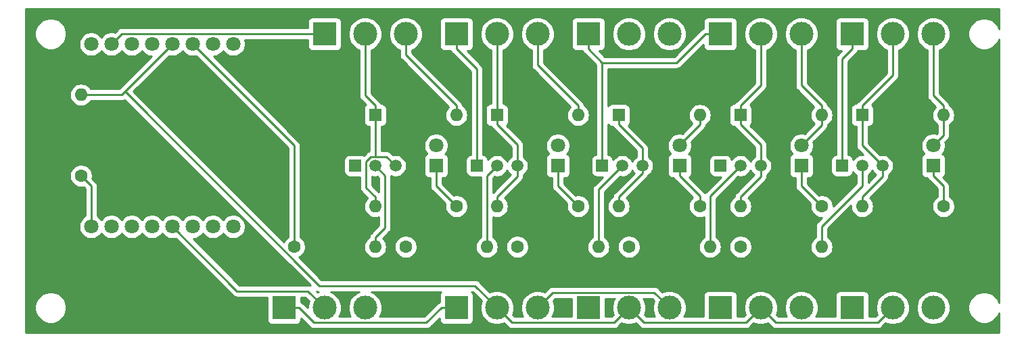
<source format=gbr>
G04 #@! TF.GenerationSoftware,KiCad,Pcbnew,(5.1.2)-2*
G04 #@! TF.CreationDate,2019-08-15T12:47:13-04:00*
G04 #@! TF.ProjectId,esp8266v1,65737038-3236-4367-9631-2e6b69636164,rev?*
G04 #@! TF.SameCoordinates,Original*
G04 #@! TF.FileFunction,Copper,L2,Bot*
G04 #@! TF.FilePolarity,Positive*
%FSLAX46Y46*%
G04 Gerber Fmt 4.6, Leading zero omitted, Abs format (unit mm)*
G04 Created by KiCad (PCBNEW (5.1.2)-2) date 2019-08-15 12:47:13*
%MOMM*%
%LPD*%
G04 APERTURE LIST*
%ADD10R,1.500000X1.500000*%
%ADD11C,1.500000*%
%ADD12C,3.000000*%
%ADD13R,3.000000X3.000000*%
%ADD14C,1.800000*%
%ADD15O,1.600000X1.600000*%
%ADD16C,1.600000*%
%ADD17R,1.800000X1.800000*%
%ADD18R,1.600000X1.600000*%
%ADD19C,0.250000*%
%ADD20C,0.254000*%
G04 APERTURE END LIST*
D10*
X198120000Y-57150000D03*
D11*
X203200000Y-57150000D03*
X200660000Y-57150000D03*
D10*
X152400000Y-57150000D03*
D11*
X157480000Y-57150000D03*
X154940000Y-57150000D03*
D10*
X182880000Y-57150000D03*
D11*
X187960000Y-57150000D03*
X185420000Y-57150000D03*
D10*
X137160000Y-57150000D03*
D11*
X142240000Y-57150000D03*
X139700000Y-57150000D03*
D10*
X168080000Y-57150000D03*
D11*
X173160000Y-57150000D03*
X170620000Y-57150000D03*
D12*
X138430000Y-74930000D03*
X133350000Y-74930000D03*
D13*
X128270000Y-74930000D03*
D14*
X121920000Y-64770000D03*
X119380000Y-64770000D03*
X116840000Y-64770000D03*
X114300000Y-64770000D03*
X111760000Y-64770000D03*
X109220000Y-64770000D03*
X106680000Y-64770000D03*
X104140000Y-64770000D03*
X104140000Y-41910000D03*
X106680000Y-41910000D03*
X109220000Y-41910000D03*
X111760000Y-41910000D03*
X114300000Y-41910000D03*
X116840000Y-41910000D03*
X119380000Y-41910000D03*
X121920000Y-41910000D03*
D15*
X102870000Y-48260000D03*
D16*
X102870000Y-58420000D03*
D15*
X200660000Y-62230000D03*
D16*
X210820000Y-62230000D03*
D15*
X154940000Y-62230000D03*
D16*
X165100000Y-62230000D03*
D15*
X195580000Y-67310000D03*
D16*
X185420000Y-67310000D03*
D15*
X153670000Y-67310000D03*
D16*
X143510000Y-67310000D03*
D15*
X185420000Y-62230000D03*
D16*
X195580000Y-62230000D03*
D15*
X139700000Y-62230000D03*
D16*
X149860000Y-62230000D03*
D15*
X181610000Y-67310000D03*
D16*
X171450000Y-67310000D03*
D15*
X139700000Y-67310000D03*
D16*
X129540000Y-67310000D03*
D15*
X170180000Y-62230000D03*
D16*
X180340000Y-62230000D03*
D15*
X167640000Y-67310000D03*
D16*
X157480000Y-67310000D03*
D12*
X209550000Y-74930000D03*
X204470000Y-74930000D03*
D13*
X199390000Y-74930000D03*
D12*
X193040000Y-74930000D03*
X187960000Y-74930000D03*
D13*
X182880000Y-74930000D03*
D12*
X209550000Y-40640000D03*
X204470000Y-40640000D03*
D13*
X199390000Y-40640000D03*
D12*
X160020000Y-40640000D03*
X154940000Y-40640000D03*
D13*
X149860000Y-40640000D03*
D12*
X176530000Y-74930000D03*
X171450000Y-74930000D03*
D13*
X166370000Y-74930000D03*
D12*
X160020000Y-74930000D03*
X154940000Y-74930000D03*
D13*
X149860000Y-74930000D03*
D12*
X193040000Y-40640000D03*
X187960000Y-40640000D03*
D13*
X182880000Y-40640000D03*
D12*
X143510000Y-40640000D03*
X138430000Y-40640000D03*
D13*
X133350000Y-40640000D03*
D12*
X176530000Y-40640000D03*
X171450000Y-40640000D03*
D13*
X166370000Y-40640000D03*
D14*
X209550000Y-54610000D03*
D17*
X209550000Y-57150000D03*
D14*
X162560000Y-54610000D03*
D17*
X162560000Y-57150000D03*
D15*
X210820000Y-50800000D03*
D18*
X200660000Y-50800000D03*
D15*
X165100000Y-50800000D03*
D18*
X154940000Y-50800000D03*
D14*
X193040000Y-54610000D03*
D17*
X193040000Y-57150000D03*
D14*
X147320000Y-54610000D03*
D17*
X147320000Y-57150000D03*
D15*
X195580000Y-50800000D03*
D18*
X185420000Y-50800000D03*
D15*
X149860000Y-50800000D03*
D18*
X139700000Y-50800000D03*
D14*
X177800000Y-54610000D03*
D17*
X177800000Y-57150000D03*
D15*
X180340000Y-50800000D03*
D18*
X170180000Y-50800000D03*
D19*
X193040000Y-54610000D02*
X195580000Y-52070000D01*
X195580000Y-52070000D02*
X195580000Y-50800000D01*
X180340000Y-50800000D02*
X180340000Y-51975300D01*
X180340000Y-51975300D02*
X177800000Y-54515300D01*
X177800000Y-54515300D02*
X177800000Y-54610000D01*
X149860000Y-49624700D02*
X143510000Y-43274700D01*
X143510000Y-43274700D02*
X143510000Y-40640000D01*
X210820000Y-50800000D02*
X210820000Y-49624700D01*
X210820000Y-49624700D02*
X209550000Y-48354700D01*
X209550000Y-48354700D02*
X209550000Y-40640000D01*
X210820000Y-50800000D02*
X210820000Y-53340000D01*
X210820000Y-53340000D02*
X209550000Y-54610000D01*
X195580000Y-50800000D02*
X195580000Y-49624700D01*
X195580000Y-49624700D02*
X193040000Y-47084700D01*
X193040000Y-47084700D02*
X193040000Y-40640000D01*
X165100000Y-50800000D02*
X165100000Y-49624700D01*
X165100000Y-49624700D02*
X160020000Y-44544700D01*
X160020000Y-44544700D02*
X160020000Y-40640000D01*
X149860000Y-50800000D02*
X149860000Y-49624700D01*
X170180000Y-62230000D02*
X170180000Y-61054700D01*
X170180000Y-61054700D02*
X173160000Y-58074700D01*
X173160000Y-58074700D02*
X173160000Y-57150000D01*
X170180000Y-50800000D02*
X170180000Y-51975300D01*
X170180000Y-51975300D02*
X173160000Y-54955300D01*
X173160000Y-54955300D02*
X173160000Y-57150000D01*
X177800000Y-57150000D02*
X177800000Y-58425300D01*
X177800000Y-58425300D02*
X180340000Y-60965300D01*
X180340000Y-60965300D02*
X180340000Y-62230000D01*
X139700000Y-50800000D02*
X139700000Y-49624700D01*
X138430000Y-40640000D02*
X138430000Y-48354700D01*
X138430000Y-48354700D02*
X139700000Y-49624700D01*
X139700000Y-62230000D02*
X139700000Y-61054700D01*
X139700000Y-56024600D02*
X141114600Y-56024600D01*
X141114600Y-56024600D02*
X142240000Y-57150000D01*
X139700000Y-61054700D02*
X138555700Y-59910400D01*
X138555700Y-59910400D02*
X138555700Y-56619300D01*
X138555700Y-56619300D02*
X139150400Y-56024600D01*
X139150400Y-56024600D02*
X139700000Y-56024600D01*
X139700000Y-51975300D02*
X139700000Y-56024600D01*
X139700000Y-50800000D02*
X139700000Y-51975300D01*
X185420000Y-50800000D02*
X185420000Y-49624700D01*
X187960000Y-40640000D02*
X187960000Y-47084700D01*
X187960000Y-47084700D02*
X185420000Y-49624700D01*
X185420000Y-62230000D02*
X185420000Y-61054700D01*
X185420000Y-61054700D02*
X187960000Y-58514700D01*
X187960000Y-58514700D02*
X187960000Y-57150000D01*
X185420000Y-50800000D02*
X185420000Y-51975300D01*
X185420000Y-51975300D02*
X187960000Y-54515300D01*
X187960000Y-54515300D02*
X187960000Y-57150000D01*
X147320000Y-57150000D02*
X147320000Y-59690000D01*
X147320000Y-59690000D02*
X149860000Y-62230000D01*
X193040000Y-57150000D02*
X193040000Y-59690000D01*
X193040000Y-59690000D02*
X195580000Y-62230000D01*
X154940000Y-40640000D02*
X154940000Y-50800000D01*
X154940000Y-62230000D02*
X154940000Y-61054700D01*
X154940000Y-61054700D02*
X157480000Y-58514700D01*
X157480000Y-58514700D02*
X157480000Y-57150000D01*
X154940000Y-50800000D02*
X154940000Y-51975300D01*
X154940000Y-51975300D02*
X157480000Y-54515300D01*
X157480000Y-54515300D02*
X157480000Y-57150000D01*
X200660000Y-50800000D02*
X200660000Y-49624700D01*
X200660000Y-49624700D02*
X204470000Y-45814700D01*
X204470000Y-45814700D02*
X204470000Y-40640000D01*
X203200000Y-57150000D02*
X200660000Y-54610000D01*
X200660000Y-54610000D02*
X200660000Y-50800000D01*
X200660000Y-62230000D02*
X200660000Y-61054700D01*
X200660000Y-61054700D02*
X203200000Y-58514700D01*
X203200000Y-58514700D02*
X203200000Y-57150000D01*
X162560000Y-57150000D02*
X162560000Y-59690000D01*
X162560000Y-59690000D02*
X165100000Y-62230000D01*
X209550000Y-57150000D02*
X209550000Y-58425300D01*
X209550000Y-58425300D02*
X210820000Y-59695300D01*
X210820000Y-59695300D02*
X210820000Y-62230000D01*
X199390000Y-40640000D02*
X199390000Y-42515300D01*
X198120000Y-57150000D02*
X198120000Y-43785300D01*
X198120000Y-43785300D02*
X199390000Y-42515300D01*
X168080000Y-44225300D02*
X166370000Y-42515300D01*
X168080000Y-57150000D02*
X168080000Y-44225300D01*
X168080000Y-44225300D02*
X177419400Y-44225300D01*
X177419400Y-44225300D02*
X181004700Y-40640000D01*
X182880000Y-40640000D02*
X181004700Y-40640000D01*
X133350000Y-40640000D02*
X131474700Y-40640000D01*
X106680000Y-41910000D02*
X108004200Y-40585800D01*
X108004200Y-40585800D02*
X131420500Y-40585800D01*
X131420500Y-40585800D02*
X131474700Y-40640000D01*
X166370000Y-40640000D02*
X166370000Y-42515300D01*
X128270000Y-74930000D02*
X130145300Y-74930000D01*
X149860000Y-74930000D02*
X147984700Y-74930000D01*
X147984700Y-74930000D02*
X146109400Y-76805300D01*
X146109400Y-76805300D02*
X132020600Y-76805300D01*
X132020600Y-76805300D02*
X130145300Y-74930000D01*
X149860000Y-40640000D02*
X149860000Y-42515300D01*
X149860000Y-42515300D02*
X152400000Y-45055300D01*
X152400000Y-45055300D02*
X152400000Y-57150000D01*
X160020000Y-74930000D02*
X161929000Y-73021000D01*
X161929000Y-73021000D02*
X174621000Y-73021000D01*
X174621000Y-73021000D02*
X176530000Y-74930000D01*
X102870000Y-58420000D02*
X104140000Y-59690000D01*
X104140000Y-59690000D02*
X104140000Y-64770000D01*
X187960000Y-74930000D02*
X189835400Y-76805400D01*
X189835400Y-76805400D02*
X202594600Y-76805400D01*
X202594600Y-76805400D02*
X204470000Y-74930000D01*
X171450000Y-74930000D02*
X173325400Y-76805400D01*
X173325400Y-76805400D02*
X186084600Y-76805400D01*
X186084600Y-76805400D02*
X187960000Y-74930000D01*
X108352400Y-47857600D02*
X114300000Y-41910000D01*
X102870000Y-48260000D02*
X107950000Y-48260000D01*
X107950000Y-48260000D02*
X108352400Y-47857600D01*
X108352400Y-47857600D02*
X132671700Y-72176900D01*
X132671700Y-72176900D02*
X152186900Y-72176900D01*
X152186900Y-72176900D02*
X154940000Y-74930000D01*
X154940000Y-74930000D02*
X156815400Y-76805400D01*
X156815400Y-76805400D02*
X169574600Y-76805400D01*
X169574600Y-76805400D02*
X171450000Y-74930000D01*
X167640000Y-67310000D02*
X167640000Y-60130000D01*
X167640000Y-60130000D02*
X170620000Y-57150000D01*
X139700000Y-67310000D02*
X139700000Y-66134700D01*
X139700000Y-66134700D02*
X140937800Y-64896900D01*
X140937800Y-64896900D02*
X140937800Y-58387800D01*
X140937800Y-58387800D02*
X139700000Y-57150000D01*
X181610000Y-67310000D02*
X181610000Y-60960000D01*
X181610000Y-60960000D02*
X185420000Y-57150000D01*
X153670000Y-67310000D02*
X153670000Y-58420000D01*
X153670000Y-58420000D02*
X154940000Y-57150000D01*
X195580000Y-67310000D02*
X195580000Y-64720000D01*
X195580000Y-64720000D02*
X200660000Y-59640000D01*
X200660000Y-59640000D02*
X200660000Y-57150000D01*
X129540000Y-67310000D02*
X129540000Y-54610000D01*
X129540000Y-54610000D02*
X116840000Y-41910000D01*
X114300000Y-64770000D02*
X122377700Y-72847700D01*
X122377700Y-72847700D02*
X131267700Y-72847700D01*
X131267700Y-72847700D02*
X133350000Y-74930000D01*
D20*
G36*
X217780000Y-39991666D02*
G01*
X217659085Y-39699750D01*
X217441851Y-39374636D01*
X217165364Y-39098149D01*
X216840250Y-38880915D01*
X216479003Y-38731282D01*
X216095505Y-38655000D01*
X215704495Y-38655000D01*
X215320997Y-38731282D01*
X214959750Y-38880915D01*
X214634636Y-39098149D01*
X214358149Y-39374636D01*
X214140915Y-39699750D01*
X213991282Y-40060997D01*
X213915000Y-40444495D01*
X213915000Y-40835505D01*
X213991282Y-41219003D01*
X214140915Y-41580250D01*
X214358149Y-41905364D01*
X214634636Y-42181851D01*
X214959750Y-42399085D01*
X215320997Y-42548718D01*
X215704495Y-42625000D01*
X216095505Y-42625000D01*
X216479003Y-42548718D01*
X216840250Y-42399085D01*
X217165364Y-42181851D01*
X217441851Y-41905364D01*
X217659085Y-41580250D01*
X217780000Y-41288334D01*
X217780001Y-74281668D01*
X217659085Y-73989750D01*
X217441851Y-73664636D01*
X217165364Y-73388149D01*
X216840250Y-73170915D01*
X216479003Y-73021282D01*
X216095505Y-72945000D01*
X215704495Y-72945000D01*
X215320997Y-73021282D01*
X214959750Y-73170915D01*
X214634636Y-73388149D01*
X214358149Y-73664636D01*
X214140915Y-73989750D01*
X213991282Y-74350997D01*
X213915000Y-74734495D01*
X213915000Y-75125505D01*
X213991282Y-75509003D01*
X214140915Y-75870250D01*
X214358149Y-76195364D01*
X214634636Y-76471851D01*
X214959750Y-76689085D01*
X215320997Y-76838718D01*
X215704495Y-76915000D01*
X216095505Y-76915000D01*
X216479003Y-76838718D01*
X216840250Y-76689085D01*
X217165364Y-76471851D01*
X217441851Y-76195364D01*
X217659085Y-75870250D01*
X217780001Y-75578332D01*
X217780001Y-78080000D01*
X95910000Y-78080000D01*
X95910000Y-74734495D01*
X97075000Y-74734495D01*
X97075000Y-75125505D01*
X97151282Y-75509003D01*
X97300915Y-75870250D01*
X97518149Y-76195364D01*
X97794636Y-76471851D01*
X98119750Y-76689085D01*
X98480997Y-76838718D01*
X98864495Y-76915000D01*
X99255505Y-76915000D01*
X99639003Y-76838718D01*
X100000250Y-76689085D01*
X100325364Y-76471851D01*
X100601851Y-76195364D01*
X100819085Y-75870250D01*
X100968718Y-75509003D01*
X101045000Y-75125505D01*
X101045000Y-74734495D01*
X100968718Y-74350997D01*
X100819085Y-73989750D01*
X100601851Y-73664636D01*
X100325364Y-73388149D01*
X100000250Y-73170915D01*
X99639003Y-73021282D01*
X99255505Y-72945000D01*
X98864495Y-72945000D01*
X98480997Y-73021282D01*
X98119750Y-73170915D01*
X97794636Y-73388149D01*
X97518149Y-73664636D01*
X97300915Y-73989750D01*
X97151282Y-74350997D01*
X97075000Y-74734495D01*
X95910000Y-74734495D01*
X95910000Y-48260000D01*
X101428057Y-48260000D01*
X101455764Y-48541309D01*
X101537818Y-48811808D01*
X101671068Y-49061101D01*
X101850392Y-49279608D01*
X102068899Y-49458932D01*
X102318192Y-49592182D01*
X102588691Y-49674236D01*
X102799508Y-49695000D01*
X102940492Y-49695000D01*
X103151309Y-49674236D01*
X103421808Y-49592182D01*
X103671101Y-49458932D01*
X103889608Y-49279608D01*
X104068932Y-49061101D01*
X104090901Y-49020000D01*
X107912678Y-49020000D01*
X107950000Y-49023676D01*
X107987322Y-49020000D01*
X107987333Y-49020000D01*
X108098986Y-49009003D01*
X108242247Y-48965546D01*
X108335630Y-48915631D01*
X131564684Y-72144686D01*
X131559947Y-72142154D01*
X131416686Y-72098697D01*
X131305033Y-72087700D01*
X131305022Y-72087700D01*
X131267700Y-72084024D01*
X131230378Y-72087700D01*
X122692502Y-72087700D01*
X116909801Y-66305000D01*
X116991184Y-66305000D01*
X117287743Y-66246011D01*
X117567095Y-66130299D01*
X117818505Y-65962312D01*
X118032312Y-65748505D01*
X118110000Y-65632237D01*
X118187688Y-65748505D01*
X118401495Y-65962312D01*
X118652905Y-66130299D01*
X118932257Y-66246011D01*
X119228816Y-66305000D01*
X119531184Y-66305000D01*
X119827743Y-66246011D01*
X120107095Y-66130299D01*
X120358505Y-65962312D01*
X120572312Y-65748505D01*
X120650000Y-65632237D01*
X120727688Y-65748505D01*
X120941495Y-65962312D01*
X121192905Y-66130299D01*
X121472257Y-66246011D01*
X121768816Y-66305000D01*
X122071184Y-66305000D01*
X122367743Y-66246011D01*
X122647095Y-66130299D01*
X122898505Y-65962312D01*
X123112312Y-65748505D01*
X123280299Y-65497095D01*
X123396011Y-65217743D01*
X123455000Y-64921184D01*
X123455000Y-64618816D01*
X123396011Y-64322257D01*
X123280299Y-64042905D01*
X123112312Y-63791495D01*
X122898505Y-63577688D01*
X122647095Y-63409701D01*
X122367743Y-63293989D01*
X122071184Y-63235000D01*
X121768816Y-63235000D01*
X121472257Y-63293989D01*
X121192905Y-63409701D01*
X120941495Y-63577688D01*
X120727688Y-63791495D01*
X120650000Y-63907763D01*
X120572312Y-63791495D01*
X120358505Y-63577688D01*
X120107095Y-63409701D01*
X119827743Y-63293989D01*
X119531184Y-63235000D01*
X119228816Y-63235000D01*
X118932257Y-63293989D01*
X118652905Y-63409701D01*
X118401495Y-63577688D01*
X118187688Y-63791495D01*
X118110000Y-63907763D01*
X118032312Y-63791495D01*
X117818505Y-63577688D01*
X117567095Y-63409701D01*
X117287743Y-63293989D01*
X116991184Y-63235000D01*
X116688816Y-63235000D01*
X116392257Y-63293989D01*
X116112905Y-63409701D01*
X115861495Y-63577688D01*
X115647688Y-63791495D01*
X115570000Y-63907763D01*
X115492312Y-63791495D01*
X115278505Y-63577688D01*
X115027095Y-63409701D01*
X114747743Y-63293989D01*
X114451184Y-63235000D01*
X114148816Y-63235000D01*
X113852257Y-63293989D01*
X113572905Y-63409701D01*
X113321495Y-63577688D01*
X113107688Y-63791495D01*
X113030000Y-63907763D01*
X112952312Y-63791495D01*
X112738505Y-63577688D01*
X112487095Y-63409701D01*
X112207743Y-63293989D01*
X111911184Y-63235000D01*
X111608816Y-63235000D01*
X111312257Y-63293989D01*
X111032905Y-63409701D01*
X110781495Y-63577688D01*
X110567688Y-63791495D01*
X110490000Y-63907763D01*
X110412312Y-63791495D01*
X110198505Y-63577688D01*
X109947095Y-63409701D01*
X109667743Y-63293989D01*
X109371184Y-63235000D01*
X109068816Y-63235000D01*
X108772257Y-63293989D01*
X108492905Y-63409701D01*
X108241495Y-63577688D01*
X108027688Y-63791495D01*
X107950000Y-63907763D01*
X107872312Y-63791495D01*
X107658505Y-63577688D01*
X107407095Y-63409701D01*
X107127743Y-63293989D01*
X106831184Y-63235000D01*
X106528816Y-63235000D01*
X106232257Y-63293989D01*
X105952905Y-63409701D01*
X105701495Y-63577688D01*
X105487688Y-63791495D01*
X105410000Y-63907763D01*
X105332312Y-63791495D01*
X105118505Y-63577688D01*
X104900000Y-63431687D01*
X104900000Y-59727322D01*
X104903676Y-59689999D01*
X104900000Y-59652676D01*
X104900000Y-59652667D01*
X104889003Y-59541014D01*
X104845546Y-59397753D01*
X104774974Y-59265724D01*
X104680001Y-59149999D01*
X104651003Y-59126201D01*
X104268688Y-58743886D01*
X104305000Y-58561335D01*
X104305000Y-58278665D01*
X104249853Y-58001426D01*
X104141680Y-57740273D01*
X103984637Y-57505241D01*
X103784759Y-57305363D01*
X103549727Y-57148320D01*
X103288574Y-57040147D01*
X103011335Y-56985000D01*
X102728665Y-56985000D01*
X102451426Y-57040147D01*
X102190273Y-57148320D01*
X101955241Y-57305363D01*
X101755363Y-57505241D01*
X101598320Y-57740273D01*
X101490147Y-58001426D01*
X101435000Y-58278665D01*
X101435000Y-58561335D01*
X101490147Y-58838574D01*
X101598320Y-59099727D01*
X101755363Y-59334759D01*
X101955241Y-59534637D01*
X102190273Y-59691680D01*
X102451426Y-59799853D01*
X102728665Y-59855000D01*
X103011335Y-59855000D01*
X103193886Y-59818688D01*
X103380000Y-60004802D01*
X103380001Y-63431687D01*
X103161495Y-63577688D01*
X102947688Y-63791495D01*
X102779701Y-64042905D01*
X102663989Y-64322257D01*
X102605000Y-64618816D01*
X102605000Y-64921184D01*
X102663989Y-65217743D01*
X102779701Y-65497095D01*
X102947688Y-65748505D01*
X103161495Y-65962312D01*
X103412905Y-66130299D01*
X103692257Y-66246011D01*
X103988816Y-66305000D01*
X104291184Y-66305000D01*
X104587743Y-66246011D01*
X104867095Y-66130299D01*
X105118505Y-65962312D01*
X105332312Y-65748505D01*
X105410000Y-65632237D01*
X105487688Y-65748505D01*
X105701495Y-65962312D01*
X105952905Y-66130299D01*
X106232257Y-66246011D01*
X106528816Y-66305000D01*
X106831184Y-66305000D01*
X107127743Y-66246011D01*
X107407095Y-66130299D01*
X107658505Y-65962312D01*
X107872312Y-65748505D01*
X107950000Y-65632237D01*
X108027688Y-65748505D01*
X108241495Y-65962312D01*
X108492905Y-66130299D01*
X108772257Y-66246011D01*
X109068816Y-66305000D01*
X109371184Y-66305000D01*
X109667743Y-66246011D01*
X109947095Y-66130299D01*
X110198505Y-65962312D01*
X110412312Y-65748505D01*
X110490000Y-65632237D01*
X110567688Y-65748505D01*
X110781495Y-65962312D01*
X111032905Y-66130299D01*
X111312257Y-66246011D01*
X111608816Y-66305000D01*
X111911184Y-66305000D01*
X112207743Y-66246011D01*
X112487095Y-66130299D01*
X112738505Y-65962312D01*
X112952312Y-65748505D01*
X113030000Y-65632237D01*
X113107688Y-65748505D01*
X113321495Y-65962312D01*
X113572905Y-66130299D01*
X113852257Y-66246011D01*
X114148816Y-66305000D01*
X114451184Y-66305000D01*
X114708930Y-66253731D01*
X121813900Y-73358702D01*
X121837699Y-73387701D01*
X121866697Y-73411499D01*
X121953423Y-73482674D01*
X122085453Y-73553246D01*
X122228714Y-73596703D01*
X122340367Y-73607700D01*
X122340377Y-73607700D01*
X122377700Y-73611376D01*
X122415023Y-73607700D01*
X126131928Y-73607700D01*
X126131928Y-76430000D01*
X126144188Y-76554482D01*
X126180498Y-76674180D01*
X126239463Y-76784494D01*
X126318815Y-76881185D01*
X126415506Y-76960537D01*
X126525820Y-77019502D01*
X126645518Y-77055812D01*
X126770000Y-77068072D01*
X129770000Y-77068072D01*
X129894482Y-77055812D01*
X130014180Y-77019502D01*
X130124494Y-76960537D01*
X130221185Y-76881185D01*
X130300537Y-76784494D01*
X130359502Y-76674180D01*
X130395812Y-76554482D01*
X130408072Y-76430000D01*
X130408072Y-76267573D01*
X131456801Y-77316303D01*
X131480599Y-77345301D01*
X131596324Y-77440274D01*
X131728353Y-77510846D01*
X131871614Y-77554303D01*
X131983267Y-77565300D01*
X131983275Y-77565300D01*
X132020600Y-77568976D01*
X132057925Y-77565300D01*
X146072078Y-77565300D01*
X146109400Y-77568976D01*
X146146722Y-77565300D01*
X146146733Y-77565300D01*
X146258386Y-77554303D01*
X146401647Y-77510846D01*
X146533676Y-77440274D01*
X146649401Y-77345301D01*
X146673204Y-77316297D01*
X147721928Y-76267574D01*
X147721928Y-76430000D01*
X147734188Y-76554482D01*
X147770498Y-76674180D01*
X147829463Y-76784494D01*
X147908815Y-76881185D01*
X148005506Y-76960537D01*
X148115820Y-77019502D01*
X148235518Y-77055812D01*
X148360000Y-77068072D01*
X151360000Y-77068072D01*
X151484482Y-77055812D01*
X151604180Y-77019502D01*
X151714494Y-76960537D01*
X151811185Y-76881185D01*
X151890537Y-76784494D01*
X151949502Y-76674180D01*
X151985812Y-76554482D01*
X151998072Y-76430000D01*
X151998072Y-73430000D01*
X151985812Y-73305518D01*
X151949502Y-73185820D01*
X151890537Y-73075506D01*
X151811185Y-72978815D01*
X151760111Y-72936900D01*
X151872099Y-72936900D01*
X152991140Y-74055941D01*
X152887047Y-74307244D01*
X152805000Y-74719721D01*
X152805000Y-75140279D01*
X152887047Y-75552756D01*
X153047988Y-75941302D01*
X153281637Y-76290983D01*
X153579017Y-76588363D01*
X153928698Y-76822012D01*
X154317244Y-76982953D01*
X154729721Y-77065000D01*
X155150279Y-77065000D01*
X155562756Y-76982953D01*
X155814058Y-76878860D01*
X156251601Y-77316403D01*
X156275399Y-77345401D01*
X156304397Y-77369199D01*
X156391123Y-77440374D01*
X156522966Y-77510846D01*
X156523153Y-77510946D01*
X156666414Y-77554403D01*
X156778067Y-77565400D01*
X156778076Y-77565400D01*
X156815399Y-77569076D01*
X156852722Y-77565400D01*
X169537278Y-77565400D01*
X169574600Y-77569076D01*
X169611922Y-77565400D01*
X169611933Y-77565400D01*
X169723586Y-77554403D01*
X169866847Y-77510946D01*
X169998876Y-77440374D01*
X170114601Y-77345401D01*
X170138404Y-77316397D01*
X170575941Y-76878860D01*
X170827244Y-76982953D01*
X171239721Y-77065000D01*
X171660279Y-77065000D01*
X172072756Y-76982953D01*
X172324058Y-76878860D01*
X172761601Y-77316403D01*
X172785399Y-77345401D01*
X172814397Y-77369199D01*
X172901123Y-77440374D01*
X173032966Y-77510846D01*
X173033153Y-77510946D01*
X173176414Y-77554403D01*
X173288067Y-77565400D01*
X173288076Y-77565400D01*
X173325399Y-77569076D01*
X173362722Y-77565400D01*
X186047278Y-77565400D01*
X186084600Y-77569076D01*
X186121922Y-77565400D01*
X186121933Y-77565400D01*
X186233586Y-77554403D01*
X186376847Y-77510946D01*
X186508876Y-77440374D01*
X186624601Y-77345401D01*
X186648404Y-77316397D01*
X187085941Y-76878860D01*
X187337244Y-76982953D01*
X187749721Y-77065000D01*
X188170279Y-77065000D01*
X188582756Y-76982953D01*
X188834058Y-76878860D01*
X189271601Y-77316403D01*
X189295399Y-77345401D01*
X189324397Y-77369199D01*
X189411123Y-77440374D01*
X189542966Y-77510846D01*
X189543153Y-77510946D01*
X189686414Y-77554403D01*
X189798067Y-77565400D01*
X189798076Y-77565400D01*
X189835399Y-77569076D01*
X189872722Y-77565400D01*
X202557278Y-77565400D01*
X202594600Y-77569076D01*
X202631922Y-77565400D01*
X202631933Y-77565400D01*
X202743586Y-77554403D01*
X202886847Y-77510946D01*
X203018876Y-77440374D01*
X203134601Y-77345401D01*
X203158404Y-77316397D01*
X203595941Y-76878860D01*
X203847244Y-76982953D01*
X204259721Y-77065000D01*
X204680279Y-77065000D01*
X205092756Y-76982953D01*
X205481302Y-76822012D01*
X205830983Y-76588363D01*
X206128363Y-76290983D01*
X206362012Y-75941302D01*
X206522953Y-75552756D01*
X206605000Y-75140279D01*
X206605000Y-74719721D01*
X207415000Y-74719721D01*
X207415000Y-75140279D01*
X207497047Y-75552756D01*
X207657988Y-75941302D01*
X207891637Y-76290983D01*
X208189017Y-76588363D01*
X208538698Y-76822012D01*
X208927244Y-76982953D01*
X209339721Y-77065000D01*
X209760279Y-77065000D01*
X210172756Y-76982953D01*
X210561302Y-76822012D01*
X210910983Y-76588363D01*
X211208363Y-76290983D01*
X211442012Y-75941302D01*
X211602953Y-75552756D01*
X211685000Y-75140279D01*
X211685000Y-74719721D01*
X211602953Y-74307244D01*
X211442012Y-73918698D01*
X211208363Y-73569017D01*
X210910983Y-73271637D01*
X210561302Y-73037988D01*
X210172756Y-72877047D01*
X209760279Y-72795000D01*
X209339721Y-72795000D01*
X208927244Y-72877047D01*
X208538698Y-73037988D01*
X208189017Y-73271637D01*
X207891637Y-73569017D01*
X207657988Y-73918698D01*
X207497047Y-74307244D01*
X207415000Y-74719721D01*
X206605000Y-74719721D01*
X206522953Y-74307244D01*
X206362012Y-73918698D01*
X206128363Y-73569017D01*
X205830983Y-73271637D01*
X205481302Y-73037988D01*
X205092756Y-72877047D01*
X204680279Y-72795000D01*
X204259721Y-72795000D01*
X203847244Y-72877047D01*
X203458698Y-73037988D01*
X203109017Y-73271637D01*
X202811637Y-73569017D01*
X202577988Y-73918698D01*
X202417047Y-74307244D01*
X202335000Y-74719721D01*
X202335000Y-75140279D01*
X202417047Y-75552756D01*
X202521140Y-75804059D01*
X202279799Y-76045400D01*
X201528072Y-76045400D01*
X201528072Y-73430000D01*
X201515812Y-73305518D01*
X201479502Y-73185820D01*
X201420537Y-73075506D01*
X201341185Y-72978815D01*
X201244494Y-72899463D01*
X201134180Y-72840498D01*
X201014482Y-72804188D01*
X200890000Y-72791928D01*
X197890000Y-72791928D01*
X197765518Y-72804188D01*
X197645820Y-72840498D01*
X197535506Y-72899463D01*
X197438815Y-72978815D01*
X197359463Y-73075506D01*
X197300498Y-73185820D01*
X197264188Y-73305518D01*
X197251928Y-73430000D01*
X197251928Y-76045400D01*
X194862456Y-76045400D01*
X194932012Y-75941302D01*
X195092953Y-75552756D01*
X195175000Y-75140279D01*
X195175000Y-74719721D01*
X195092953Y-74307244D01*
X194932012Y-73918698D01*
X194698363Y-73569017D01*
X194400983Y-73271637D01*
X194051302Y-73037988D01*
X193662756Y-72877047D01*
X193250279Y-72795000D01*
X192829721Y-72795000D01*
X192417244Y-72877047D01*
X192028698Y-73037988D01*
X191679017Y-73271637D01*
X191381637Y-73569017D01*
X191147988Y-73918698D01*
X190987047Y-74307244D01*
X190905000Y-74719721D01*
X190905000Y-75140279D01*
X190987047Y-75552756D01*
X191147988Y-75941302D01*
X191217544Y-76045400D01*
X190150202Y-76045400D01*
X189908860Y-75804058D01*
X190012953Y-75552756D01*
X190095000Y-75140279D01*
X190095000Y-74719721D01*
X190012953Y-74307244D01*
X189852012Y-73918698D01*
X189618363Y-73569017D01*
X189320983Y-73271637D01*
X188971302Y-73037988D01*
X188582756Y-72877047D01*
X188170279Y-72795000D01*
X187749721Y-72795000D01*
X187337244Y-72877047D01*
X186948698Y-73037988D01*
X186599017Y-73271637D01*
X186301637Y-73569017D01*
X186067988Y-73918698D01*
X185907047Y-74307244D01*
X185825000Y-74719721D01*
X185825000Y-75140279D01*
X185907047Y-75552756D01*
X186011140Y-75804059D01*
X185769799Y-76045400D01*
X185018072Y-76045400D01*
X185018072Y-73430000D01*
X185005812Y-73305518D01*
X184969502Y-73185820D01*
X184910537Y-73075506D01*
X184831185Y-72978815D01*
X184734494Y-72899463D01*
X184624180Y-72840498D01*
X184504482Y-72804188D01*
X184380000Y-72791928D01*
X181380000Y-72791928D01*
X181255518Y-72804188D01*
X181135820Y-72840498D01*
X181025506Y-72899463D01*
X180928815Y-72978815D01*
X180849463Y-73075506D01*
X180790498Y-73185820D01*
X180754188Y-73305518D01*
X180741928Y-73430000D01*
X180741928Y-76045400D01*
X178352456Y-76045400D01*
X178422012Y-75941302D01*
X178582953Y-75552756D01*
X178665000Y-75140279D01*
X178665000Y-74719721D01*
X178582953Y-74307244D01*
X178422012Y-73918698D01*
X178188363Y-73569017D01*
X177890983Y-73271637D01*
X177541302Y-73037988D01*
X177152756Y-72877047D01*
X176740279Y-72795000D01*
X176319721Y-72795000D01*
X175907244Y-72877047D01*
X175655941Y-72981140D01*
X175184804Y-72510003D01*
X175161001Y-72480999D01*
X175045276Y-72386026D01*
X174913247Y-72315454D01*
X174769986Y-72271997D01*
X174658333Y-72261000D01*
X174658322Y-72261000D01*
X174621000Y-72257324D01*
X174583678Y-72261000D01*
X161966325Y-72261000D01*
X161929000Y-72257324D01*
X161891675Y-72261000D01*
X161891667Y-72261000D01*
X161780014Y-72271997D01*
X161636753Y-72315454D01*
X161504724Y-72386026D01*
X161388999Y-72480999D01*
X161365201Y-72509997D01*
X160894058Y-72981140D01*
X160642756Y-72877047D01*
X160230279Y-72795000D01*
X159809721Y-72795000D01*
X159397244Y-72877047D01*
X159008698Y-73037988D01*
X158659017Y-73271637D01*
X158361637Y-73569017D01*
X158127988Y-73918698D01*
X157967047Y-74307244D01*
X157885000Y-74719721D01*
X157885000Y-75140279D01*
X157967047Y-75552756D01*
X158127988Y-75941302D01*
X158197544Y-76045400D01*
X157130202Y-76045400D01*
X156888860Y-75804058D01*
X156992953Y-75552756D01*
X157075000Y-75140279D01*
X157075000Y-74719721D01*
X156992953Y-74307244D01*
X156832012Y-73918698D01*
X156598363Y-73569017D01*
X156300983Y-73271637D01*
X155951302Y-73037988D01*
X155562756Y-72877047D01*
X155150279Y-72795000D01*
X154729721Y-72795000D01*
X154317244Y-72877047D01*
X154065941Y-72981140D01*
X152750704Y-71665903D01*
X152726901Y-71636899D01*
X152611176Y-71541926D01*
X152479147Y-71471354D01*
X152335886Y-71427897D01*
X152224233Y-71416900D01*
X152224222Y-71416900D01*
X152186900Y-71413224D01*
X152149578Y-71416900D01*
X132986502Y-71416900D01*
X130171329Y-68601727D01*
X130219727Y-68581680D01*
X130454759Y-68424637D01*
X130654637Y-68224759D01*
X130811680Y-67989727D01*
X130919853Y-67728574D01*
X130975000Y-67451335D01*
X130975000Y-67168665D01*
X130919853Y-66891426D01*
X130811680Y-66630273D01*
X130654637Y-66395241D01*
X130454759Y-66195363D01*
X130300000Y-66091957D01*
X130300000Y-56400000D01*
X135771928Y-56400000D01*
X135771928Y-57900000D01*
X135784188Y-58024482D01*
X135820498Y-58144180D01*
X135879463Y-58254494D01*
X135958815Y-58351185D01*
X136055506Y-58430537D01*
X136165820Y-58489502D01*
X136285518Y-58525812D01*
X136410000Y-58538072D01*
X137795700Y-58538072D01*
X137795700Y-59873077D01*
X137792024Y-59910400D01*
X137795700Y-59947722D01*
X137795700Y-59947732D01*
X137806697Y-60059385D01*
X137834489Y-60151003D01*
X137850154Y-60202646D01*
X137920726Y-60334676D01*
X137932608Y-60349154D01*
X138015699Y-60450401D01*
X138044702Y-60474204D01*
X138735590Y-61165092D01*
X138680392Y-61210392D01*
X138501068Y-61428899D01*
X138367818Y-61678192D01*
X138285764Y-61948691D01*
X138258057Y-62230000D01*
X138285764Y-62511309D01*
X138367818Y-62781808D01*
X138501068Y-63031101D01*
X138680392Y-63249608D01*
X138898899Y-63428932D01*
X139148192Y-63562182D01*
X139418691Y-63644236D01*
X139629508Y-63665000D01*
X139770492Y-63665000D01*
X139981309Y-63644236D01*
X140177800Y-63584632D01*
X140177800Y-64582098D01*
X139188998Y-65570901D01*
X139160000Y-65594699D01*
X139136202Y-65623697D01*
X139136201Y-65623698D01*
X139065026Y-65710424D01*
X138994454Y-65842454D01*
X138950998Y-65985715D01*
X138940861Y-66088639D01*
X138898899Y-66111068D01*
X138680392Y-66290392D01*
X138501068Y-66508899D01*
X138367818Y-66758192D01*
X138285764Y-67028691D01*
X138258057Y-67310000D01*
X138285764Y-67591309D01*
X138367818Y-67861808D01*
X138501068Y-68111101D01*
X138680392Y-68329608D01*
X138898899Y-68508932D01*
X139148192Y-68642182D01*
X139418691Y-68724236D01*
X139629508Y-68745000D01*
X139770492Y-68745000D01*
X139981309Y-68724236D01*
X140251808Y-68642182D01*
X140501101Y-68508932D01*
X140719608Y-68329608D01*
X140898932Y-68111101D01*
X141032182Y-67861808D01*
X141114236Y-67591309D01*
X141141943Y-67310000D01*
X141128023Y-67168665D01*
X142075000Y-67168665D01*
X142075000Y-67451335D01*
X142130147Y-67728574D01*
X142238320Y-67989727D01*
X142395363Y-68224759D01*
X142595241Y-68424637D01*
X142830273Y-68581680D01*
X143091426Y-68689853D01*
X143368665Y-68745000D01*
X143651335Y-68745000D01*
X143928574Y-68689853D01*
X144189727Y-68581680D01*
X144424759Y-68424637D01*
X144624637Y-68224759D01*
X144781680Y-67989727D01*
X144889853Y-67728574D01*
X144945000Y-67451335D01*
X144945000Y-67168665D01*
X144889853Y-66891426D01*
X144781680Y-66630273D01*
X144624637Y-66395241D01*
X144424759Y-66195363D01*
X144189727Y-66038320D01*
X143928574Y-65930147D01*
X143651335Y-65875000D01*
X143368665Y-65875000D01*
X143091426Y-65930147D01*
X142830273Y-66038320D01*
X142595241Y-66195363D01*
X142395363Y-66395241D01*
X142238320Y-66630273D01*
X142130147Y-66891426D01*
X142075000Y-67168665D01*
X141128023Y-67168665D01*
X141114236Y-67028691D01*
X141032182Y-66758192D01*
X140898932Y-66508899D01*
X140719608Y-66290392D01*
X140664410Y-66245092D01*
X141448804Y-65460698D01*
X141477801Y-65436901D01*
X141572774Y-65321176D01*
X141643346Y-65189147D01*
X141686803Y-65045886D01*
X141697800Y-64934233D01*
X141697800Y-64934232D01*
X141701477Y-64896900D01*
X141697800Y-64859567D01*
X141697800Y-58425133D01*
X141697857Y-58424550D01*
X141836011Y-58481775D01*
X142103589Y-58535000D01*
X142376411Y-58535000D01*
X142643989Y-58481775D01*
X142896043Y-58377371D01*
X143122886Y-58225799D01*
X143315799Y-58032886D01*
X143467371Y-57806043D01*
X143571775Y-57553989D01*
X143625000Y-57286411D01*
X143625000Y-57013589D01*
X143571775Y-56746011D01*
X143467371Y-56493957D01*
X143315799Y-56267114D01*
X143298685Y-56250000D01*
X145781928Y-56250000D01*
X145781928Y-58050000D01*
X145794188Y-58174482D01*
X145830498Y-58294180D01*
X145889463Y-58404494D01*
X145968815Y-58501185D01*
X146065506Y-58580537D01*
X146175820Y-58639502D01*
X146295518Y-58675812D01*
X146420000Y-58688072D01*
X146560001Y-58688072D01*
X146560001Y-59652667D01*
X146556324Y-59690000D01*
X146560001Y-59727333D01*
X146570998Y-59838986D01*
X146575856Y-59855000D01*
X146614454Y-59982246D01*
X146685026Y-60114276D01*
X146738966Y-60180001D01*
X146780000Y-60230001D01*
X146808998Y-60253799D01*
X148461312Y-61906114D01*
X148425000Y-62088665D01*
X148425000Y-62371335D01*
X148480147Y-62648574D01*
X148588320Y-62909727D01*
X148745363Y-63144759D01*
X148945241Y-63344637D01*
X149180273Y-63501680D01*
X149441426Y-63609853D01*
X149718665Y-63665000D01*
X150001335Y-63665000D01*
X150278574Y-63609853D01*
X150539727Y-63501680D01*
X150774759Y-63344637D01*
X150974637Y-63144759D01*
X151131680Y-62909727D01*
X151239853Y-62648574D01*
X151295000Y-62371335D01*
X151295000Y-62088665D01*
X151239853Y-61811426D01*
X151131680Y-61550273D01*
X150974637Y-61315241D01*
X150774759Y-61115363D01*
X150539727Y-60958320D01*
X150278574Y-60850147D01*
X150001335Y-60795000D01*
X149718665Y-60795000D01*
X149536114Y-60831312D01*
X148080000Y-59375199D01*
X148080000Y-58688072D01*
X148220000Y-58688072D01*
X148344482Y-58675812D01*
X148464180Y-58639502D01*
X148574494Y-58580537D01*
X148671185Y-58501185D01*
X148750537Y-58404494D01*
X148809502Y-58294180D01*
X148845812Y-58174482D01*
X148858072Y-58050000D01*
X148858072Y-56250000D01*
X148845812Y-56125518D01*
X148809502Y-56005820D01*
X148750537Y-55895506D01*
X148671185Y-55798815D01*
X148574494Y-55719463D01*
X148464180Y-55660498D01*
X148445873Y-55654944D01*
X148512312Y-55588505D01*
X148680299Y-55337095D01*
X148796011Y-55057743D01*
X148855000Y-54761184D01*
X148855000Y-54458816D01*
X148796011Y-54162257D01*
X148680299Y-53882905D01*
X148512312Y-53631495D01*
X148298505Y-53417688D01*
X148047095Y-53249701D01*
X147767743Y-53133989D01*
X147471184Y-53075000D01*
X147168816Y-53075000D01*
X146872257Y-53133989D01*
X146592905Y-53249701D01*
X146341495Y-53417688D01*
X146127688Y-53631495D01*
X145959701Y-53882905D01*
X145843989Y-54162257D01*
X145785000Y-54458816D01*
X145785000Y-54761184D01*
X145843989Y-55057743D01*
X145959701Y-55337095D01*
X146127688Y-55588505D01*
X146194127Y-55654944D01*
X146175820Y-55660498D01*
X146065506Y-55719463D01*
X145968815Y-55798815D01*
X145889463Y-55895506D01*
X145830498Y-56005820D01*
X145794188Y-56125518D01*
X145781928Y-56250000D01*
X143298685Y-56250000D01*
X143122886Y-56074201D01*
X142896043Y-55922629D01*
X142643989Y-55818225D01*
X142376411Y-55765000D01*
X142103589Y-55765000D01*
X141958635Y-55793833D01*
X141678404Y-55513602D01*
X141654601Y-55484599D01*
X141538876Y-55389626D01*
X141406847Y-55319054D01*
X141263586Y-55275597D01*
X141151933Y-55264600D01*
X141151922Y-55264600D01*
X141114600Y-55260924D01*
X141077278Y-55264600D01*
X140460000Y-55264600D01*
X140460000Y-52238072D01*
X140500000Y-52238072D01*
X140624482Y-52225812D01*
X140744180Y-52189502D01*
X140854494Y-52130537D01*
X140951185Y-52051185D01*
X141030537Y-51954494D01*
X141089502Y-51844180D01*
X141125812Y-51724482D01*
X141138072Y-51600000D01*
X141138072Y-50000000D01*
X141125812Y-49875518D01*
X141089502Y-49755820D01*
X141030537Y-49645506D01*
X140951185Y-49548815D01*
X140854494Y-49469463D01*
X140744180Y-49410498D01*
X140624482Y-49374188D01*
X140500000Y-49361928D01*
X140414487Y-49361928D01*
X140405546Y-49332453D01*
X140334974Y-49200424D01*
X140240001Y-49084699D01*
X140211003Y-49060901D01*
X139190000Y-48039899D01*
X139190000Y-42636105D01*
X139441302Y-42532012D01*
X139790983Y-42298363D01*
X140088363Y-42000983D01*
X140322012Y-41651302D01*
X140482953Y-41262756D01*
X140565000Y-40850279D01*
X140565000Y-40429721D01*
X141375000Y-40429721D01*
X141375000Y-40850279D01*
X141457047Y-41262756D01*
X141617988Y-41651302D01*
X141851637Y-42000983D01*
X142149017Y-42298363D01*
X142498698Y-42532012D01*
X142750000Y-42636105D01*
X142750000Y-43237377D01*
X142746324Y-43274700D01*
X142750000Y-43312022D01*
X142750000Y-43312032D01*
X142760997Y-43423685D01*
X142790139Y-43519754D01*
X142804454Y-43566946D01*
X142875026Y-43698976D01*
X142887600Y-43714297D01*
X142969999Y-43814701D01*
X142999003Y-43838504D01*
X148895590Y-49735092D01*
X148840392Y-49780392D01*
X148661068Y-49998899D01*
X148527818Y-50248192D01*
X148445764Y-50518691D01*
X148418057Y-50800000D01*
X148445764Y-51081309D01*
X148527818Y-51351808D01*
X148661068Y-51601101D01*
X148840392Y-51819608D01*
X149058899Y-51998932D01*
X149308192Y-52132182D01*
X149578691Y-52214236D01*
X149789508Y-52235000D01*
X149930492Y-52235000D01*
X150141309Y-52214236D01*
X150411808Y-52132182D01*
X150661101Y-51998932D01*
X150879608Y-51819608D01*
X151058932Y-51601101D01*
X151192182Y-51351808D01*
X151274236Y-51081309D01*
X151301943Y-50800000D01*
X151274236Y-50518691D01*
X151192182Y-50248192D01*
X151058932Y-49998899D01*
X150879608Y-49780392D01*
X150661101Y-49601068D01*
X150619140Y-49578640D01*
X150609003Y-49475714D01*
X150565546Y-49332453D01*
X150494974Y-49200423D01*
X150423799Y-49113697D01*
X150423798Y-49113696D01*
X150400001Y-49084699D01*
X150371003Y-49060901D01*
X144270000Y-42959899D01*
X144270000Y-42636105D01*
X144521302Y-42532012D01*
X144870983Y-42298363D01*
X145168363Y-42000983D01*
X145402012Y-41651302D01*
X145562953Y-41262756D01*
X145645000Y-40850279D01*
X145645000Y-40429721D01*
X145562953Y-40017244D01*
X145402012Y-39628698D01*
X145168363Y-39279017D01*
X145029346Y-39140000D01*
X147721928Y-39140000D01*
X147721928Y-42140000D01*
X147734188Y-42264482D01*
X147770498Y-42384180D01*
X147829463Y-42494494D01*
X147908815Y-42591185D01*
X148005506Y-42670537D01*
X148115820Y-42729502D01*
X148235518Y-42765812D01*
X148360000Y-42778072D01*
X149145514Y-42778072D01*
X149154454Y-42807546D01*
X149225026Y-42939576D01*
X149292361Y-43021623D01*
X149320000Y-43055301D01*
X149348998Y-43079099D01*
X151640000Y-45370103D01*
X151640001Y-55762913D01*
X151525518Y-55774188D01*
X151405820Y-55810498D01*
X151295506Y-55869463D01*
X151198815Y-55948815D01*
X151119463Y-56045506D01*
X151060498Y-56155820D01*
X151024188Y-56275518D01*
X151011928Y-56400000D01*
X151011928Y-57900000D01*
X151024188Y-58024482D01*
X151060498Y-58144180D01*
X151119463Y-58254494D01*
X151198815Y-58351185D01*
X151295506Y-58430537D01*
X151405820Y-58489502D01*
X151525518Y-58525812D01*
X151650000Y-58538072D01*
X152910001Y-58538072D01*
X152910000Y-66089099D01*
X152868899Y-66111068D01*
X152650392Y-66290392D01*
X152471068Y-66508899D01*
X152337818Y-66758192D01*
X152255764Y-67028691D01*
X152228057Y-67310000D01*
X152255764Y-67591309D01*
X152337818Y-67861808D01*
X152471068Y-68111101D01*
X152650392Y-68329608D01*
X152868899Y-68508932D01*
X153118192Y-68642182D01*
X153388691Y-68724236D01*
X153599508Y-68745000D01*
X153740492Y-68745000D01*
X153951309Y-68724236D01*
X154221808Y-68642182D01*
X154471101Y-68508932D01*
X154689608Y-68329608D01*
X154868932Y-68111101D01*
X155002182Y-67861808D01*
X155084236Y-67591309D01*
X155111943Y-67310000D01*
X155098023Y-67168665D01*
X156045000Y-67168665D01*
X156045000Y-67451335D01*
X156100147Y-67728574D01*
X156208320Y-67989727D01*
X156365363Y-68224759D01*
X156565241Y-68424637D01*
X156800273Y-68581680D01*
X157061426Y-68689853D01*
X157338665Y-68745000D01*
X157621335Y-68745000D01*
X157898574Y-68689853D01*
X158159727Y-68581680D01*
X158394759Y-68424637D01*
X158594637Y-68224759D01*
X158751680Y-67989727D01*
X158859853Y-67728574D01*
X158915000Y-67451335D01*
X158915000Y-67168665D01*
X158859853Y-66891426D01*
X158751680Y-66630273D01*
X158594637Y-66395241D01*
X158394759Y-66195363D01*
X158159727Y-66038320D01*
X157898574Y-65930147D01*
X157621335Y-65875000D01*
X157338665Y-65875000D01*
X157061426Y-65930147D01*
X156800273Y-66038320D01*
X156565241Y-66195363D01*
X156365363Y-66395241D01*
X156208320Y-66630273D01*
X156100147Y-66891426D01*
X156045000Y-67168665D01*
X155098023Y-67168665D01*
X155084236Y-67028691D01*
X155002182Y-66758192D01*
X154868932Y-66508899D01*
X154689608Y-66290392D01*
X154471101Y-66111068D01*
X154430000Y-66089099D01*
X154430000Y-63574864D01*
X154658691Y-63644236D01*
X154869508Y-63665000D01*
X155010492Y-63665000D01*
X155221309Y-63644236D01*
X155491808Y-63562182D01*
X155741101Y-63428932D01*
X155959608Y-63249608D01*
X156138932Y-63031101D01*
X156272182Y-62781808D01*
X156354236Y-62511309D01*
X156381943Y-62230000D01*
X156354236Y-61948691D01*
X156272182Y-61678192D01*
X156138932Y-61428899D01*
X155959608Y-61210392D01*
X155904410Y-61165092D01*
X157991009Y-59078494D01*
X158020001Y-59054701D01*
X158043795Y-59025708D01*
X158043799Y-59025704D01*
X158108966Y-58946297D01*
X158114974Y-58938976D01*
X158185546Y-58806947D01*
X158229003Y-58663686D01*
X158240000Y-58552033D01*
X158240000Y-58552024D01*
X158243676Y-58514701D01*
X158240000Y-58477378D01*
X158240000Y-58307909D01*
X158362886Y-58225799D01*
X158555799Y-58032886D01*
X158707371Y-57806043D01*
X158811775Y-57553989D01*
X158865000Y-57286411D01*
X158865000Y-57013589D01*
X158811775Y-56746011D01*
X158707371Y-56493957D01*
X158555799Y-56267114D01*
X158538685Y-56250000D01*
X161021928Y-56250000D01*
X161021928Y-58050000D01*
X161034188Y-58174482D01*
X161070498Y-58294180D01*
X161129463Y-58404494D01*
X161208815Y-58501185D01*
X161305506Y-58580537D01*
X161415820Y-58639502D01*
X161535518Y-58675812D01*
X161660000Y-58688072D01*
X161800001Y-58688072D01*
X161800001Y-59652667D01*
X161796324Y-59690000D01*
X161800001Y-59727333D01*
X161810998Y-59838986D01*
X161815856Y-59855000D01*
X161854454Y-59982246D01*
X161925026Y-60114276D01*
X161978966Y-60180001D01*
X162020000Y-60230001D01*
X162048998Y-60253799D01*
X163701312Y-61906114D01*
X163665000Y-62088665D01*
X163665000Y-62371335D01*
X163720147Y-62648574D01*
X163828320Y-62909727D01*
X163985363Y-63144759D01*
X164185241Y-63344637D01*
X164420273Y-63501680D01*
X164681426Y-63609853D01*
X164958665Y-63665000D01*
X165241335Y-63665000D01*
X165518574Y-63609853D01*
X165779727Y-63501680D01*
X166014759Y-63344637D01*
X166214637Y-63144759D01*
X166371680Y-62909727D01*
X166479853Y-62648574D01*
X166535000Y-62371335D01*
X166535000Y-62088665D01*
X166479853Y-61811426D01*
X166371680Y-61550273D01*
X166214637Y-61315241D01*
X166014759Y-61115363D01*
X165779727Y-60958320D01*
X165518574Y-60850147D01*
X165241335Y-60795000D01*
X164958665Y-60795000D01*
X164776114Y-60831312D01*
X163320000Y-59375199D01*
X163320000Y-58688072D01*
X163460000Y-58688072D01*
X163584482Y-58675812D01*
X163704180Y-58639502D01*
X163814494Y-58580537D01*
X163911185Y-58501185D01*
X163990537Y-58404494D01*
X164049502Y-58294180D01*
X164085812Y-58174482D01*
X164098072Y-58050000D01*
X164098072Y-56250000D01*
X164085812Y-56125518D01*
X164049502Y-56005820D01*
X163990537Y-55895506D01*
X163911185Y-55798815D01*
X163814494Y-55719463D01*
X163704180Y-55660498D01*
X163685873Y-55654944D01*
X163752312Y-55588505D01*
X163920299Y-55337095D01*
X164036011Y-55057743D01*
X164095000Y-54761184D01*
X164095000Y-54458816D01*
X164036011Y-54162257D01*
X163920299Y-53882905D01*
X163752312Y-53631495D01*
X163538505Y-53417688D01*
X163287095Y-53249701D01*
X163007743Y-53133989D01*
X162711184Y-53075000D01*
X162408816Y-53075000D01*
X162112257Y-53133989D01*
X161832905Y-53249701D01*
X161581495Y-53417688D01*
X161367688Y-53631495D01*
X161199701Y-53882905D01*
X161083989Y-54162257D01*
X161025000Y-54458816D01*
X161025000Y-54761184D01*
X161083989Y-55057743D01*
X161199701Y-55337095D01*
X161367688Y-55588505D01*
X161434127Y-55654944D01*
X161415820Y-55660498D01*
X161305506Y-55719463D01*
X161208815Y-55798815D01*
X161129463Y-55895506D01*
X161070498Y-56005820D01*
X161034188Y-56125518D01*
X161021928Y-56250000D01*
X158538685Y-56250000D01*
X158362886Y-56074201D01*
X158240000Y-55992091D01*
X158240000Y-54552622D01*
X158243676Y-54515299D01*
X158240000Y-54477976D01*
X158240000Y-54477967D01*
X158229003Y-54366314D01*
X158185546Y-54223053D01*
X158114974Y-54091024D01*
X158078189Y-54046201D01*
X158043799Y-54004296D01*
X158043795Y-54004292D01*
X158020001Y-53975299D01*
X157991009Y-53951506D01*
X156135987Y-52096485D01*
X156191185Y-52051185D01*
X156270537Y-51954494D01*
X156329502Y-51844180D01*
X156365812Y-51724482D01*
X156378072Y-51600000D01*
X156378072Y-50000000D01*
X156365812Y-49875518D01*
X156329502Y-49755820D01*
X156270537Y-49645506D01*
X156191185Y-49548815D01*
X156094494Y-49469463D01*
X155984180Y-49410498D01*
X155864482Y-49374188D01*
X155740000Y-49361928D01*
X155700000Y-49361928D01*
X155700000Y-42636105D01*
X155951302Y-42532012D01*
X156300983Y-42298363D01*
X156598363Y-42000983D01*
X156832012Y-41651302D01*
X156992953Y-41262756D01*
X157075000Y-40850279D01*
X157075000Y-40429721D01*
X157885000Y-40429721D01*
X157885000Y-40850279D01*
X157967047Y-41262756D01*
X158127988Y-41651302D01*
X158361637Y-42000983D01*
X158659017Y-42298363D01*
X159008698Y-42532012D01*
X159260000Y-42636105D01*
X159260000Y-44507377D01*
X159256324Y-44544700D01*
X159260000Y-44582022D01*
X159260000Y-44582032D01*
X159270997Y-44693685D01*
X159299940Y-44789099D01*
X159314454Y-44836946D01*
X159385026Y-44968976D01*
X159398423Y-44985300D01*
X159479999Y-45084701D01*
X159509003Y-45108504D01*
X164135590Y-49735092D01*
X164080392Y-49780392D01*
X163901068Y-49998899D01*
X163767818Y-50248192D01*
X163685764Y-50518691D01*
X163658057Y-50800000D01*
X163685764Y-51081309D01*
X163767818Y-51351808D01*
X163901068Y-51601101D01*
X164080392Y-51819608D01*
X164298899Y-51998932D01*
X164548192Y-52132182D01*
X164818691Y-52214236D01*
X165029508Y-52235000D01*
X165170492Y-52235000D01*
X165381309Y-52214236D01*
X165651808Y-52132182D01*
X165901101Y-51998932D01*
X166119608Y-51819608D01*
X166298932Y-51601101D01*
X166432182Y-51351808D01*
X166514236Y-51081309D01*
X166541943Y-50800000D01*
X166514236Y-50518691D01*
X166432182Y-50248192D01*
X166298932Y-49998899D01*
X166119608Y-49780392D01*
X165901101Y-49601068D01*
X165859140Y-49578640D01*
X165849003Y-49475714D01*
X165805546Y-49332453D01*
X165734974Y-49200423D01*
X165663799Y-49113697D01*
X165663798Y-49113696D01*
X165640001Y-49084699D01*
X165611003Y-49060901D01*
X160780000Y-44229899D01*
X160780000Y-42636105D01*
X161031302Y-42532012D01*
X161380983Y-42298363D01*
X161678363Y-42000983D01*
X161912012Y-41651302D01*
X162072953Y-41262756D01*
X162155000Y-40850279D01*
X162155000Y-40429721D01*
X162072953Y-40017244D01*
X161912012Y-39628698D01*
X161678363Y-39279017D01*
X161539346Y-39140000D01*
X164231928Y-39140000D01*
X164231928Y-42140000D01*
X164244188Y-42264482D01*
X164280498Y-42384180D01*
X164339463Y-42494494D01*
X164418815Y-42591185D01*
X164515506Y-42670537D01*
X164625820Y-42729502D01*
X164745518Y-42765812D01*
X164870000Y-42778072D01*
X165655514Y-42778072D01*
X165664454Y-42807546D01*
X165735026Y-42939576D01*
X165802361Y-43021623D01*
X165830000Y-43055301D01*
X165858998Y-43079099D01*
X167320001Y-44540103D01*
X167320000Y-55762913D01*
X167205518Y-55774188D01*
X167085820Y-55810498D01*
X166975506Y-55869463D01*
X166878815Y-55948815D01*
X166799463Y-56045506D01*
X166740498Y-56155820D01*
X166704188Y-56275518D01*
X166691928Y-56400000D01*
X166691928Y-57900000D01*
X166704188Y-58024482D01*
X166740498Y-58144180D01*
X166799463Y-58254494D01*
X166878815Y-58351185D01*
X166975506Y-58430537D01*
X167085820Y-58489502D01*
X167205518Y-58525812D01*
X167330000Y-58538072D01*
X168157126Y-58538072D01*
X167128998Y-59566201D01*
X167100000Y-59589999D01*
X167076202Y-59618997D01*
X167076201Y-59618998D01*
X167005026Y-59705724D01*
X166934454Y-59837754D01*
X166890998Y-59981015D01*
X166876324Y-60130000D01*
X166880001Y-60167332D01*
X166880000Y-66089099D01*
X166838899Y-66111068D01*
X166620392Y-66290392D01*
X166441068Y-66508899D01*
X166307818Y-66758192D01*
X166225764Y-67028691D01*
X166198057Y-67310000D01*
X166225764Y-67591309D01*
X166307818Y-67861808D01*
X166441068Y-68111101D01*
X166620392Y-68329608D01*
X166838899Y-68508932D01*
X167088192Y-68642182D01*
X167358691Y-68724236D01*
X167569508Y-68745000D01*
X167710492Y-68745000D01*
X167921309Y-68724236D01*
X168191808Y-68642182D01*
X168441101Y-68508932D01*
X168659608Y-68329608D01*
X168838932Y-68111101D01*
X168972182Y-67861808D01*
X169054236Y-67591309D01*
X169081943Y-67310000D01*
X169068023Y-67168665D01*
X170015000Y-67168665D01*
X170015000Y-67451335D01*
X170070147Y-67728574D01*
X170178320Y-67989727D01*
X170335363Y-68224759D01*
X170535241Y-68424637D01*
X170770273Y-68581680D01*
X171031426Y-68689853D01*
X171308665Y-68745000D01*
X171591335Y-68745000D01*
X171868574Y-68689853D01*
X172129727Y-68581680D01*
X172364759Y-68424637D01*
X172564637Y-68224759D01*
X172721680Y-67989727D01*
X172829853Y-67728574D01*
X172885000Y-67451335D01*
X172885000Y-67168665D01*
X172829853Y-66891426D01*
X172721680Y-66630273D01*
X172564637Y-66395241D01*
X172364759Y-66195363D01*
X172129727Y-66038320D01*
X171868574Y-65930147D01*
X171591335Y-65875000D01*
X171308665Y-65875000D01*
X171031426Y-65930147D01*
X170770273Y-66038320D01*
X170535241Y-66195363D01*
X170335363Y-66395241D01*
X170178320Y-66630273D01*
X170070147Y-66891426D01*
X170015000Y-67168665D01*
X169068023Y-67168665D01*
X169054236Y-67028691D01*
X168972182Y-66758192D01*
X168838932Y-66508899D01*
X168659608Y-66290392D01*
X168441101Y-66111068D01*
X168400000Y-66089099D01*
X168400000Y-60444801D01*
X170338636Y-58506167D01*
X170483589Y-58535000D01*
X170756411Y-58535000D01*
X171023989Y-58481775D01*
X171276043Y-58377371D01*
X171502886Y-58225799D01*
X171695799Y-58032886D01*
X171847371Y-57806043D01*
X171890000Y-57703127D01*
X171932629Y-57806043D01*
X172084201Y-58032886D01*
X172105606Y-58054291D01*
X169668998Y-60490901D01*
X169640000Y-60514699D01*
X169616202Y-60543697D01*
X169616201Y-60543698D01*
X169545026Y-60630424D01*
X169474454Y-60762454D01*
X169430998Y-60905715D01*
X169420861Y-61008639D01*
X169378899Y-61031068D01*
X169160392Y-61210392D01*
X168981068Y-61428899D01*
X168847818Y-61678192D01*
X168765764Y-61948691D01*
X168738057Y-62230000D01*
X168765764Y-62511309D01*
X168847818Y-62781808D01*
X168981068Y-63031101D01*
X169160392Y-63249608D01*
X169378899Y-63428932D01*
X169628192Y-63562182D01*
X169898691Y-63644236D01*
X170109508Y-63665000D01*
X170250492Y-63665000D01*
X170461309Y-63644236D01*
X170731808Y-63562182D01*
X170981101Y-63428932D01*
X171199608Y-63249608D01*
X171378932Y-63031101D01*
X171512182Y-62781808D01*
X171594236Y-62511309D01*
X171621943Y-62230000D01*
X171594236Y-61948691D01*
X171512182Y-61678192D01*
X171378932Y-61428899D01*
X171199608Y-61210392D01*
X171144410Y-61165092D01*
X173671009Y-58638494D01*
X173700001Y-58614701D01*
X173723795Y-58585708D01*
X173723799Y-58585704D01*
X173794973Y-58498977D01*
X173794974Y-58498976D01*
X173865546Y-58366947D01*
X173874164Y-58338535D01*
X174042886Y-58225799D01*
X174235799Y-58032886D01*
X174387371Y-57806043D01*
X174491775Y-57553989D01*
X174545000Y-57286411D01*
X174545000Y-57013589D01*
X174491775Y-56746011D01*
X174387371Y-56493957D01*
X174235799Y-56267114D01*
X174218685Y-56250000D01*
X176261928Y-56250000D01*
X176261928Y-58050000D01*
X176274188Y-58174482D01*
X176310498Y-58294180D01*
X176369463Y-58404494D01*
X176448815Y-58501185D01*
X176545506Y-58580537D01*
X176655820Y-58639502D01*
X176775518Y-58675812D01*
X176900000Y-58688072D01*
X177085514Y-58688072D01*
X177094454Y-58717546D01*
X177165026Y-58849576D01*
X177236201Y-58936302D01*
X177260000Y-58965301D01*
X177288998Y-58989099D01*
X179420251Y-61120353D01*
X179225363Y-61315241D01*
X179068320Y-61550273D01*
X178960147Y-61811426D01*
X178905000Y-62088665D01*
X178905000Y-62371335D01*
X178960147Y-62648574D01*
X179068320Y-62909727D01*
X179225363Y-63144759D01*
X179425241Y-63344637D01*
X179660273Y-63501680D01*
X179921426Y-63609853D01*
X180198665Y-63665000D01*
X180481335Y-63665000D01*
X180758574Y-63609853D01*
X180850001Y-63571983D01*
X180850000Y-66089099D01*
X180808899Y-66111068D01*
X180590392Y-66290392D01*
X180411068Y-66508899D01*
X180277818Y-66758192D01*
X180195764Y-67028691D01*
X180168057Y-67310000D01*
X180195764Y-67591309D01*
X180277818Y-67861808D01*
X180411068Y-68111101D01*
X180590392Y-68329608D01*
X180808899Y-68508932D01*
X181058192Y-68642182D01*
X181328691Y-68724236D01*
X181539508Y-68745000D01*
X181680492Y-68745000D01*
X181891309Y-68724236D01*
X182161808Y-68642182D01*
X182411101Y-68508932D01*
X182629608Y-68329608D01*
X182808932Y-68111101D01*
X182942182Y-67861808D01*
X183024236Y-67591309D01*
X183051943Y-67310000D01*
X183038023Y-67168665D01*
X183985000Y-67168665D01*
X183985000Y-67451335D01*
X184040147Y-67728574D01*
X184148320Y-67989727D01*
X184305363Y-68224759D01*
X184505241Y-68424637D01*
X184740273Y-68581680D01*
X185001426Y-68689853D01*
X185278665Y-68745000D01*
X185561335Y-68745000D01*
X185838574Y-68689853D01*
X186099727Y-68581680D01*
X186334759Y-68424637D01*
X186534637Y-68224759D01*
X186691680Y-67989727D01*
X186799853Y-67728574D01*
X186855000Y-67451335D01*
X186855000Y-67168665D01*
X186799853Y-66891426D01*
X186691680Y-66630273D01*
X186534637Y-66395241D01*
X186334759Y-66195363D01*
X186099727Y-66038320D01*
X185838574Y-65930147D01*
X185561335Y-65875000D01*
X185278665Y-65875000D01*
X185001426Y-65930147D01*
X184740273Y-66038320D01*
X184505241Y-66195363D01*
X184305363Y-66395241D01*
X184148320Y-66630273D01*
X184040147Y-66891426D01*
X183985000Y-67168665D01*
X183038023Y-67168665D01*
X183024236Y-67028691D01*
X182942182Y-66758192D01*
X182808932Y-66508899D01*
X182629608Y-66290392D01*
X182411101Y-66111068D01*
X182370000Y-66089099D01*
X182370000Y-61274801D01*
X185138635Y-58506167D01*
X185283589Y-58535000D01*
X185556411Y-58535000D01*
X185823989Y-58481775D01*
X186076043Y-58377371D01*
X186302886Y-58225799D01*
X186495799Y-58032886D01*
X186647371Y-57806043D01*
X186690000Y-57703127D01*
X186732629Y-57806043D01*
X186884201Y-58032886D01*
X187077114Y-58225799D01*
X187135252Y-58264645D01*
X184908998Y-60490901D01*
X184880000Y-60514699D01*
X184856202Y-60543697D01*
X184856201Y-60543698D01*
X184785026Y-60630424D01*
X184714454Y-60762454D01*
X184670998Y-60905715D01*
X184660861Y-61008639D01*
X184618899Y-61031068D01*
X184400392Y-61210392D01*
X184221068Y-61428899D01*
X184087818Y-61678192D01*
X184005764Y-61948691D01*
X183978057Y-62230000D01*
X184005764Y-62511309D01*
X184087818Y-62781808D01*
X184221068Y-63031101D01*
X184400392Y-63249608D01*
X184618899Y-63428932D01*
X184868192Y-63562182D01*
X185138691Y-63644236D01*
X185349508Y-63665000D01*
X185490492Y-63665000D01*
X185701309Y-63644236D01*
X185971808Y-63562182D01*
X186221101Y-63428932D01*
X186439608Y-63249608D01*
X186618932Y-63031101D01*
X186752182Y-62781808D01*
X186834236Y-62511309D01*
X186861943Y-62230000D01*
X186834236Y-61948691D01*
X186752182Y-61678192D01*
X186618932Y-61428899D01*
X186439608Y-61210392D01*
X186384410Y-61165092D01*
X188471009Y-59078494D01*
X188500001Y-59054701D01*
X188523795Y-59025708D01*
X188523799Y-59025704D01*
X188588966Y-58946297D01*
X188594974Y-58938976D01*
X188665546Y-58806947D01*
X188709003Y-58663686D01*
X188720000Y-58552033D01*
X188720000Y-58552024D01*
X188723676Y-58514701D01*
X188720000Y-58477378D01*
X188720000Y-58307909D01*
X188842886Y-58225799D01*
X189035799Y-58032886D01*
X189187371Y-57806043D01*
X189291775Y-57553989D01*
X189345000Y-57286411D01*
X189345000Y-57013589D01*
X189291775Y-56746011D01*
X189187371Y-56493957D01*
X189035799Y-56267114D01*
X188842886Y-56074201D01*
X188720000Y-55992091D01*
X188720000Y-54552622D01*
X188723676Y-54515299D01*
X188720000Y-54477976D01*
X188720000Y-54477967D01*
X188709003Y-54366314D01*
X188665546Y-54223053D01*
X188594974Y-54091024D01*
X188558189Y-54046201D01*
X188523799Y-54004296D01*
X188523795Y-54004292D01*
X188500001Y-53975299D01*
X188471009Y-53951506D01*
X186615987Y-52096485D01*
X186671185Y-52051185D01*
X186750537Y-51954494D01*
X186809502Y-51844180D01*
X186845812Y-51724482D01*
X186858072Y-51600000D01*
X186858072Y-50000000D01*
X186845812Y-49875518D01*
X186809502Y-49755820D01*
X186750537Y-49645506D01*
X186671185Y-49548815D01*
X186615987Y-49503515D01*
X188471008Y-47648495D01*
X188500001Y-47624701D01*
X188523795Y-47595708D01*
X188523799Y-47595704D01*
X188594973Y-47508977D01*
X188594974Y-47508976D01*
X188665546Y-47376947D01*
X188709003Y-47233686D01*
X188720000Y-47122033D01*
X188720000Y-47122024D01*
X188723676Y-47084701D01*
X188720000Y-47047378D01*
X188720000Y-42636105D01*
X188971302Y-42532012D01*
X189320983Y-42298363D01*
X189618363Y-42000983D01*
X189852012Y-41651302D01*
X190012953Y-41262756D01*
X190095000Y-40850279D01*
X190095000Y-40429721D01*
X190905000Y-40429721D01*
X190905000Y-40850279D01*
X190987047Y-41262756D01*
X191147988Y-41651302D01*
X191381637Y-42000983D01*
X191679017Y-42298363D01*
X192028698Y-42532012D01*
X192280001Y-42636105D01*
X192280000Y-47047377D01*
X192276324Y-47084700D01*
X192280000Y-47122022D01*
X192280000Y-47122032D01*
X192290997Y-47233685D01*
X192293032Y-47240392D01*
X192334454Y-47376946D01*
X192405026Y-47508976D01*
X192406685Y-47510997D01*
X192499999Y-47624701D01*
X192529003Y-47648504D01*
X194615590Y-49735092D01*
X194560392Y-49780392D01*
X194381068Y-49998899D01*
X194247818Y-50248192D01*
X194165764Y-50518691D01*
X194138057Y-50800000D01*
X194165764Y-51081309D01*
X194247818Y-51351808D01*
X194381068Y-51601101D01*
X194560392Y-51819608D01*
X194667603Y-51907594D01*
X193448930Y-53126269D01*
X193191184Y-53075000D01*
X192888816Y-53075000D01*
X192592257Y-53133989D01*
X192312905Y-53249701D01*
X192061495Y-53417688D01*
X191847688Y-53631495D01*
X191679701Y-53882905D01*
X191563989Y-54162257D01*
X191505000Y-54458816D01*
X191505000Y-54761184D01*
X191563989Y-55057743D01*
X191679701Y-55337095D01*
X191847688Y-55588505D01*
X191914127Y-55654944D01*
X191895820Y-55660498D01*
X191785506Y-55719463D01*
X191688815Y-55798815D01*
X191609463Y-55895506D01*
X191550498Y-56005820D01*
X191514188Y-56125518D01*
X191501928Y-56250000D01*
X191501928Y-58050000D01*
X191514188Y-58174482D01*
X191550498Y-58294180D01*
X191609463Y-58404494D01*
X191688815Y-58501185D01*
X191785506Y-58580537D01*
X191895820Y-58639502D01*
X192015518Y-58675812D01*
X192140000Y-58688072D01*
X192280001Y-58688072D01*
X192280001Y-59652667D01*
X192276324Y-59690000D01*
X192280001Y-59727333D01*
X192290998Y-59838986D01*
X192295856Y-59855000D01*
X192334454Y-59982246D01*
X192405026Y-60114276D01*
X192458966Y-60180001D01*
X192500000Y-60230001D01*
X192528998Y-60253799D01*
X194181312Y-61906114D01*
X194145000Y-62088665D01*
X194145000Y-62371335D01*
X194200147Y-62648574D01*
X194308320Y-62909727D01*
X194465363Y-63144759D01*
X194665241Y-63344637D01*
X194900273Y-63501680D01*
X195161426Y-63609853D01*
X195438665Y-63665000D01*
X195560199Y-63665000D01*
X195068998Y-64156201D01*
X195040000Y-64179999D01*
X195016202Y-64208997D01*
X195016201Y-64208998D01*
X194945026Y-64295724D01*
X194874454Y-64427754D01*
X194830998Y-64571015D01*
X194816324Y-64720000D01*
X194820001Y-64757332D01*
X194820000Y-66089099D01*
X194778899Y-66111068D01*
X194560392Y-66290392D01*
X194381068Y-66508899D01*
X194247818Y-66758192D01*
X194165764Y-67028691D01*
X194138057Y-67310000D01*
X194165764Y-67591309D01*
X194247818Y-67861808D01*
X194381068Y-68111101D01*
X194560392Y-68329608D01*
X194778899Y-68508932D01*
X195028192Y-68642182D01*
X195298691Y-68724236D01*
X195509508Y-68745000D01*
X195650492Y-68745000D01*
X195861309Y-68724236D01*
X196131808Y-68642182D01*
X196381101Y-68508932D01*
X196599608Y-68329608D01*
X196778932Y-68111101D01*
X196912182Y-67861808D01*
X196994236Y-67591309D01*
X197021943Y-67310000D01*
X196994236Y-67028691D01*
X196912182Y-66758192D01*
X196778932Y-66508899D01*
X196599608Y-66290392D01*
X196381101Y-66111068D01*
X196340000Y-66089099D01*
X196340000Y-65034801D01*
X199226060Y-62148741D01*
X199218057Y-62230000D01*
X199245764Y-62511309D01*
X199327818Y-62781808D01*
X199461068Y-63031101D01*
X199640392Y-63249608D01*
X199858899Y-63428932D01*
X200108192Y-63562182D01*
X200378691Y-63644236D01*
X200589508Y-63665000D01*
X200730492Y-63665000D01*
X200941309Y-63644236D01*
X201211808Y-63562182D01*
X201461101Y-63428932D01*
X201679608Y-63249608D01*
X201858932Y-63031101D01*
X201992182Y-62781808D01*
X202074236Y-62511309D01*
X202101943Y-62230000D01*
X202074236Y-61948691D01*
X201992182Y-61678192D01*
X201858932Y-61428899D01*
X201679608Y-61210392D01*
X201624410Y-61165092D01*
X203711009Y-59078494D01*
X203740001Y-59054701D01*
X203763795Y-59025708D01*
X203763799Y-59025704D01*
X203828966Y-58946297D01*
X203834974Y-58938976D01*
X203905546Y-58806947D01*
X203949003Y-58663686D01*
X203960000Y-58552033D01*
X203960000Y-58552024D01*
X203963676Y-58514701D01*
X203960000Y-58477378D01*
X203960000Y-58307909D01*
X204082886Y-58225799D01*
X204275799Y-58032886D01*
X204427371Y-57806043D01*
X204531775Y-57553989D01*
X204585000Y-57286411D01*
X204585000Y-57013589D01*
X204531775Y-56746011D01*
X204427371Y-56493957D01*
X204275799Y-56267114D01*
X204082886Y-56074201D01*
X203856043Y-55922629D01*
X203603989Y-55818225D01*
X203336411Y-55765000D01*
X203063589Y-55765000D01*
X202918636Y-55793833D01*
X201420000Y-54295199D01*
X201420000Y-52238072D01*
X201460000Y-52238072D01*
X201584482Y-52225812D01*
X201704180Y-52189502D01*
X201814494Y-52130537D01*
X201911185Y-52051185D01*
X201990537Y-51954494D01*
X202049502Y-51844180D01*
X202085812Y-51724482D01*
X202098072Y-51600000D01*
X202098072Y-50000000D01*
X202085812Y-49875518D01*
X202049502Y-49755820D01*
X201990537Y-49645506D01*
X201911185Y-49548815D01*
X201855986Y-49503515D01*
X204981004Y-46378498D01*
X205010001Y-46354701D01*
X205104974Y-46238976D01*
X205175546Y-46106947D01*
X205219003Y-45963686D01*
X205230000Y-45852033D01*
X205230000Y-45852025D01*
X205233676Y-45814700D01*
X205230000Y-45777375D01*
X205230000Y-42636105D01*
X205481302Y-42532012D01*
X205830983Y-42298363D01*
X206128363Y-42000983D01*
X206362012Y-41651302D01*
X206522953Y-41262756D01*
X206605000Y-40850279D01*
X206605000Y-40429721D01*
X207415000Y-40429721D01*
X207415000Y-40850279D01*
X207497047Y-41262756D01*
X207657988Y-41651302D01*
X207891637Y-42000983D01*
X208189017Y-42298363D01*
X208538698Y-42532012D01*
X208790001Y-42636105D01*
X208790000Y-48317378D01*
X208786324Y-48354700D01*
X208790000Y-48392022D01*
X208790000Y-48392032D01*
X208800997Y-48503685D01*
X208832216Y-48606602D01*
X208844454Y-48646946D01*
X208915026Y-48778976D01*
X208932281Y-48800001D01*
X209009999Y-48894701D01*
X209039003Y-48918504D01*
X209855590Y-49735092D01*
X209800392Y-49780392D01*
X209621068Y-49998899D01*
X209487818Y-50248192D01*
X209405764Y-50518691D01*
X209378057Y-50800000D01*
X209405764Y-51081309D01*
X209487818Y-51351808D01*
X209621068Y-51601101D01*
X209800392Y-51819608D01*
X210018899Y-51998932D01*
X210060000Y-52020901D01*
X210060001Y-53025197D01*
X209958930Y-53126269D01*
X209701184Y-53075000D01*
X209398816Y-53075000D01*
X209102257Y-53133989D01*
X208822905Y-53249701D01*
X208571495Y-53417688D01*
X208357688Y-53631495D01*
X208189701Y-53882905D01*
X208073989Y-54162257D01*
X208015000Y-54458816D01*
X208015000Y-54761184D01*
X208073989Y-55057743D01*
X208189701Y-55337095D01*
X208357688Y-55588505D01*
X208424127Y-55654944D01*
X208405820Y-55660498D01*
X208295506Y-55719463D01*
X208198815Y-55798815D01*
X208119463Y-55895506D01*
X208060498Y-56005820D01*
X208024188Y-56125518D01*
X208011928Y-56250000D01*
X208011928Y-58050000D01*
X208024188Y-58174482D01*
X208060498Y-58294180D01*
X208119463Y-58404494D01*
X208198815Y-58501185D01*
X208295506Y-58580537D01*
X208405820Y-58639502D01*
X208525518Y-58675812D01*
X208650000Y-58688072D01*
X208835514Y-58688072D01*
X208844454Y-58717546D01*
X208915026Y-58849576D01*
X208986201Y-58936302D01*
X209010000Y-58965301D01*
X209038998Y-58989099D01*
X210060000Y-60010102D01*
X210060001Y-61011956D01*
X209905241Y-61115363D01*
X209705363Y-61315241D01*
X209548320Y-61550273D01*
X209440147Y-61811426D01*
X209385000Y-62088665D01*
X209385000Y-62371335D01*
X209440147Y-62648574D01*
X209548320Y-62909727D01*
X209705363Y-63144759D01*
X209905241Y-63344637D01*
X210140273Y-63501680D01*
X210401426Y-63609853D01*
X210678665Y-63665000D01*
X210961335Y-63665000D01*
X211238574Y-63609853D01*
X211499727Y-63501680D01*
X211734759Y-63344637D01*
X211934637Y-63144759D01*
X212091680Y-62909727D01*
X212199853Y-62648574D01*
X212255000Y-62371335D01*
X212255000Y-62088665D01*
X212199853Y-61811426D01*
X212091680Y-61550273D01*
X211934637Y-61315241D01*
X211734759Y-61115363D01*
X211580000Y-61011957D01*
X211580000Y-59732622D01*
X211583676Y-59695299D01*
X211580000Y-59657976D01*
X211580000Y-59657967D01*
X211569003Y-59546314D01*
X211525546Y-59403053D01*
X211454974Y-59271024D01*
X211360001Y-59155299D01*
X211331004Y-59131502D01*
X210788557Y-58589056D01*
X210804494Y-58580537D01*
X210901185Y-58501185D01*
X210980537Y-58404494D01*
X211039502Y-58294180D01*
X211075812Y-58174482D01*
X211088072Y-58050000D01*
X211088072Y-56250000D01*
X211075812Y-56125518D01*
X211039502Y-56005820D01*
X210980537Y-55895506D01*
X210901185Y-55798815D01*
X210804494Y-55719463D01*
X210694180Y-55660498D01*
X210675873Y-55654944D01*
X210742312Y-55588505D01*
X210910299Y-55337095D01*
X211026011Y-55057743D01*
X211085000Y-54761184D01*
X211085000Y-54458816D01*
X211033731Y-54201070D01*
X211331003Y-53903799D01*
X211360001Y-53880001D01*
X211454974Y-53764276D01*
X211525546Y-53632247D01*
X211569003Y-53488986D01*
X211580000Y-53377333D01*
X211580000Y-53377324D01*
X211583676Y-53340001D01*
X211580000Y-53302678D01*
X211580000Y-52020901D01*
X211621101Y-51998932D01*
X211839608Y-51819608D01*
X212018932Y-51601101D01*
X212152182Y-51351808D01*
X212234236Y-51081309D01*
X212261943Y-50800000D01*
X212234236Y-50518691D01*
X212152182Y-50248192D01*
X212018932Y-49998899D01*
X211839608Y-49780392D01*
X211621101Y-49601068D01*
X211579140Y-49578640D01*
X211569003Y-49475714D01*
X211525546Y-49332453D01*
X211454974Y-49200424D01*
X211360001Y-49084699D01*
X211331003Y-49060901D01*
X210310000Y-48039899D01*
X210310000Y-42636105D01*
X210561302Y-42532012D01*
X210910983Y-42298363D01*
X211208363Y-42000983D01*
X211442012Y-41651302D01*
X211602953Y-41262756D01*
X211685000Y-40850279D01*
X211685000Y-40429721D01*
X211602953Y-40017244D01*
X211442012Y-39628698D01*
X211208363Y-39279017D01*
X210910983Y-38981637D01*
X210561302Y-38747988D01*
X210172756Y-38587047D01*
X209760279Y-38505000D01*
X209339721Y-38505000D01*
X208927244Y-38587047D01*
X208538698Y-38747988D01*
X208189017Y-38981637D01*
X207891637Y-39279017D01*
X207657988Y-39628698D01*
X207497047Y-40017244D01*
X207415000Y-40429721D01*
X206605000Y-40429721D01*
X206522953Y-40017244D01*
X206362012Y-39628698D01*
X206128363Y-39279017D01*
X205830983Y-38981637D01*
X205481302Y-38747988D01*
X205092756Y-38587047D01*
X204680279Y-38505000D01*
X204259721Y-38505000D01*
X203847244Y-38587047D01*
X203458698Y-38747988D01*
X203109017Y-38981637D01*
X202811637Y-39279017D01*
X202577988Y-39628698D01*
X202417047Y-40017244D01*
X202335000Y-40429721D01*
X202335000Y-40850279D01*
X202417047Y-41262756D01*
X202577988Y-41651302D01*
X202811637Y-42000983D01*
X203109017Y-42298363D01*
X203458698Y-42532012D01*
X203710001Y-42636105D01*
X203710000Y-45499898D01*
X200148998Y-49060901D01*
X200120000Y-49084699D01*
X200096203Y-49113696D01*
X200096201Y-49113698D01*
X200025026Y-49200424D01*
X199954454Y-49332454D01*
X199945514Y-49361928D01*
X199860000Y-49361928D01*
X199735518Y-49374188D01*
X199615820Y-49410498D01*
X199505506Y-49469463D01*
X199408815Y-49548815D01*
X199329463Y-49645506D01*
X199270498Y-49755820D01*
X199234188Y-49875518D01*
X199221928Y-50000000D01*
X199221928Y-51600000D01*
X199234188Y-51724482D01*
X199270498Y-51844180D01*
X199329463Y-51954494D01*
X199408815Y-52051185D01*
X199505506Y-52130537D01*
X199615820Y-52189502D01*
X199735518Y-52225812D01*
X199860000Y-52238072D01*
X199900001Y-52238072D01*
X199900000Y-54572677D01*
X199896324Y-54610000D01*
X199900000Y-54647322D01*
X199900000Y-54647332D01*
X199910997Y-54758985D01*
X199925728Y-54807546D01*
X199954454Y-54902246D01*
X200025026Y-55034276D01*
X200061812Y-55079099D01*
X200119999Y-55150001D01*
X200149003Y-55173804D01*
X200740199Y-55765000D01*
X200523589Y-55765000D01*
X200256011Y-55818225D01*
X200003957Y-55922629D01*
X199777114Y-56074201D01*
X199584201Y-56267114D01*
X199506445Y-56383483D01*
X199495812Y-56275518D01*
X199459502Y-56155820D01*
X199400537Y-56045506D01*
X199321185Y-55948815D01*
X199224494Y-55869463D01*
X199114180Y-55810498D01*
X198994482Y-55774188D01*
X198880000Y-55762913D01*
X198880000Y-44100101D01*
X199901003Y-43079099D01*
X199930001Y-43055301D01*
X200024974Y-42939576D01*
X200095546Y-42807547D01*
X200104487Y-42778072D01*
X200890000Y-42778072D01*
X201014482Y-42765812D01*
X201134180Y-42729502D01*
X201244494Y-42670537D01*
X201341185Y-42591185D01*
X201420537Y-42494494D01*
X201479502Y-42384180D01*
X201515812Y-42264482D01*
X201528072Y-42140000D01*
X201528072Y-39140000D01*
X201515812Y-39015518D01*
X201479502Y-38895820D01*
X201420537Y-38785506D01*
X201341185Y-38688815D01*
X201244494Y-38609463D01*
X201134180Y-38550498D01*
X201014482Y-38514188D01*
X200890000Y-38501928D01*
X197890000Y-38501928D01*
X197765518Y-38514188D01*
X197645820Y-38550498D01*
X197535506Y-38609463D01*
X197438815Y-38688815D01*
X197359463Y-38785506D01*
X197300498Y-38895820D01*
X197264188Y-39015518D01*
X197251928Y-39140000D01*
X197251928Y-42140000D01*
X197264188Y-42264482D01*
X197300498Y-42384180D01*
X197359463Y-42494494D01*
X197438815Y-42591185D01*
X197535506Y-42670537D01*
X197645820Y-42729502D01*
X197765518Y-42765812D01*
X197890000Y-42778072D01*
X198052427Y-42778072D01*
X197608998Y-43221501D01*
X197580000Y-43245299D01*
X197556202Y-43274297D01*
X197556201Y-43274298D01*
X197485026Y-43361024D01*
X197414454Y-43493054D01*
X197370998Y-43636315D01*
X197356324Y-43785300D01*
X197360001Y-43822632D01*
X197360000Y-55762913D01*
X197245518Y-55774188D01*
X197125820Y-55810498D01*
X197015506Y-55869463D01*
X196918815Y-55948815D01*
X196839463Y-56045506D01*
X196780498Y-56155820D01*
X196744188Y-56275518D01*
X196731928Y-56400000D01*
X196731928Y-57900000D01*
X196744188Y-58024482D01*
X196780498Y-58144180D01*
X196839463Y-58254494D01*
X196918815Y-58351185D01*
X197015506Y-58430537D01*
X197125820Y-58489502D01*
X197245518Y-58525812D01*
X197370000Y-58538072D01*
X198870000Y-58538072D01*
X198994482Y-58525812D01*
X199114180Y-58489502D01*
X199224494Y-58430537D01*
X199321185Y-58351185D01*
X199400537Y-58254494D01*
X199459502Y-58144180D01*
X199495812Y-58024482D01*
X199506445Y-57916517D01*
X199584201Y-58032886D01*
X199777114Y-58225799D01*
X199900001Y-58307909D01*
X199900000Y-59325198D01*
X197015000Y-62210199D01*
X197015000Y-62088665D01*
X196959853Y-61811426D01*
X196851680Y-61550273D01*
X196694637Y-61315241D01*
X196494759Y-61115363D01*
X196259727Y-60958320D01*
X195998574Y-60850147D01*
X195721335Y-60795000D01*
X195438665Y-60795000D01*
X195256114Y-60831312D01*
X193800000Y-59375199D01*
X193800000Y-58688072D01*
X193940000Y-58688072D01*
X194064482Y-58675812D01*
X194184180Y-58639502D01*
X194294494Y-58580537D01*
X194391185Y-58501185D01*
X194470537Y-58404494D01*
X194529502Y-58294180D01*
X194565812Y-58174482D01*
X194578072Y-58050000D01*
X194578072Y-56250000D01*
X194565812Y-56125518D01*
X194529502Y-56005820D01*
X194470537Y-55895506D01*
X194391185Y-55798815D01*
X194294494Y-55719463D01*
X194184180Y-55660498D01*
X194165873Y-55654944D01*
X194232312Y-55588505D01*
X194400299Y-55337095D01*
X194516011Y-55057743D01*
X194575000Y-54761184D01*
X194575000Y-54458816D01*
X194523731Y-54201070D01*
X196091009Y-52633794D01*
X196120001Y-52610001D01*
X196143795Y-52581008D01*
X196143799Y-52581004D01*
X196214973Y-52494277D01*
X196214974Y-52494276D01*
X196285546Y-52362247D01*
X196329003Y-52218986D01*
X196340000Y-52107333D01*
X196340000Y-52107324D01*
X196343676Y-52070001D01*
X196340000Y-52032678D01*
X196340000Y-52020901D01*
X196381101Y-51998932D01*
X196599608Y-51819608D01*
X196778932Y-51601101D01*
X196912182Y-51351808D01*
X196994236Y-51081309D01*
X197021943Y-50800000D01*
X196994236Y-50518691D01*
X196912182Y-50248192D01*
X196778932Y-49998899D01*
X196599608Y-49780392D01*
X196381101Y-49601068D01*
X196339140Y-49578640D01*
X196329003Y-49475714D01*
X196285546Y-49332453D01*
X196214974Y-49200424D01*
X196201811Y-49184385D01*
X196143799Y-49113696D01*
X196143795Y-49113692D01*
X196120001Y-49084699D01*
X196091008Y-49060905D01*
X193800000Y-46769899D01*
X193800000Y-42636105D01*
X194051302Y-42532012D01*
X194400983Y-42298363D01*
X194698363Y-42000983D01*
X194932012Y-41651302D01*
X195092953Y-41262756D01*
X195175000Y-40850279D01*
X195175000Y-40429721D01*
X195092953Y-40017244D01*
X194932012Y-39628698D01*
X194698363Y-39279017D01*
X194400983Y-38981637D01*
X194051302Y-38747988D01*
X193662756Y-38587047D01*
X193250279Y-38505000D01*
X192829721Y-38505000D01*
X192417244Y-38587047D01*
X192028698Y-38747988D01*
X191679017Y-38981637D01*
X191381637Y-39279017D01*
X191147988Y-39628698D01*
X190987047Y-40017244D01*
X190905000Y-40429721D01*
X190095000Y-40429721D01*
X190012953Y-40017244D01*
X189852012Y-39628698D01*
X189618363Y-39279017D01*
X189320983Y-38981637D01*
X188971302Y-38747988D01*
X188582756Y-38587047D01*
X188170279Y-38505000D01*
X187749721Y-38505000D01*
X187337244Y-38587047D01*
X186948698Y-38747988D01*
X186599017Y-38981637D01*
X186301637Y-39279017D01*
X186067988Y-39628698D01*
X185907047Y-40017244D01*
X185825000Y-40429721D01*
X185825000Y-40850279D01*
X185907047Y-41262756D01*
X186067988Y-41651302D01*
X186301637Y-42000983D01*
X186599017Y-42298363D01*
X186948698Y-42532012D01*
X187200000Y-42636105D01*
X187200001Y-46769896D01*
X184908998Y-49060901D01*
X184880000Y-49084699D01*
X184856203Y-49113696D01*
X184856201Y-49113698D01*
X184785026Y-49200424D01*
X184714454Y-49332454D01*
X184705514Y-49361928D01*
X184620000Y-49361928D01*
X184495518Y-49374188D01*
X184375820Y-49410498D01*
X184265506Y-49469463D01*
X184168815Y-49548815D01*
X184089463Y-49645506D01*
X184030498Y-49755820D01*
X183994188Y-49875518D01*
X183981928Y-50000000D01*
X183981928Y-51600000D01*
X183994188Y-51724482D01*
X184030498Y-51844180D01*
X184089463Y-51954494D01*
X184168815Y-52051185D01*
X184265506Y-52130537D01*
X184375820Y-52189502D01*
X184495518Y-52225812D01*
X184620000Y-52238072D01*
X184705514Y-52238072D01*
X184714454Y-52267546D01*
X184785026Y-52399576D01*
X184856201Y-52486302D01*
X184880000Y-52515301D01*
X184908998Y-52539099D01*
X187200000Y-54830103D01*
X187200001Y-55992091D01*
X187077114Y-56074201D01*
X186884201Y-56267114D01*
X186732629Y-56493957D01*
X186690000Y-56596873D01*
X186647371Y-56493957D01*
X186495799Y-56267114D01*
X186302886Y-56074201D01*
X186076043Y-55922629D01*
X185823989Y-55818225D01*
X185556411Y-55765000D01*
X185283589Y-55765000D01*
X185016011Y-55818225D01*
X184763957Y-55922629D01*
X184537114Y-56074201D01*
X184344201Y-56267114D01*
X184266445Y-56383483D01*
X184255812Y-56275518D01*
X184219502Y-56155820D01*
X184160537Y-56045506D01*
X184081185Y-55948815D01*
X183984494Y-55869463D01*
X183874180Y-55810498D01*
X183754482Y-55774188D01*
X183630000Y-55761928D01*
X182130000Y-55761928D01*
X182005518Y-55774188D01*
X181885820Y-55810498D01*
X181775506Y-55869463D01*
X181678815Y-55948815D01*
X181599463Y-56045506D01*
X181540498Y-56155820D01*
X181504188Y-56275518D01*
X181491928Y-56400000D01*
X181491928Y-57900000D01*
X181504188Y-58024482D01*
X181540498Y-58144180D01*
X181599463Y-58254494D01*
X181678815Y-58351185D01*
X181775506Y-58430537D01*
X181885820Y-58489502D01*
X182005518Y-58525812D01*
X182130000Y-58538072D01*
X182957127Y-58538072D01*
X181098998Y-60396201D01*
X181070000Y-60419999D01*
X181046202Y-60448997D01*
X181046201Y-60448998D01*
X180975026Y-60535724D01*
X180973290Y-60538972D01*
X180953370Y-60514699D01*
X180903799Y-60454296D01*
X180903795Y-60454292D01*
X180880001Y-60425299D01*
X180851009Y-60401506D01*
X179038557Y-58589056D01*
X179054494Y-58580537D01*
X179151185Y-58501185D01*
X179230537Y-58404494D01*
X179289502Y-58294180D01*
X179325812Y-58174482D01*
X179338072Y-58050000D01*
X179338072Y-56250000D01*
X179325812Y-56125518D01*
X179289502Y-56005820D01*
X179230537Y-55895506D01*
X179151185Y-55798815D01*
X179054494Y-55719463D01*
X178944180Y-55660498D01*
X178925873Y-55654944D01*
X178992312Y-55588505D01*
X179160299Y-55337095D01*
X179276011Y-55057743D01*
X179335000Y-54761184D01*
X179335000Y-54458816D01*
X179276011Y-54162257D01*
X179261903Y-54128198D01*
X180851008Y-52539095D01*
X180880001Y-52515301D01*
X180903795Y-52486308D01*
X180903799Y-52486304D01*
X180974973Y-52399577D01*
X180974974Y-52399576D01*
X181045546Y-52267547D01*
X181089003Y-52124286D01*
X181099140Y-52021360D01*
X181141101Y-51998932D01*
X181359608Y-51819608D01*
X181538932Y-51601101D01*
X181672182Y-51351808D01*
X181754236Y-51081309D01*
X181781943Y-50800000D01*
X181754236Y-50518691D01*
X181672182Y-50248192D01*
X181538932Y-49998899D01*
X181359608Y-49780392D01*
X181141101Y-49601068D01*
X180891808Y-49467818D01*
X180621309Y-49385764D01*
X180410492Y-49365000D01*
X180269508Y-49365000D01*
X180058691Y-49385764D01*
X179788192Y-49467818D01*
X179538899Y-49601068D01*
X179320392Y-49780392D01*
X179141068Y-49998899D01*
X179007818Y-50248192D01*
X178925764Y-50518691D01*
X178898057Y-50800000D01*
X178925764Y-51081309D01*
X179007818Y-51351808D01*
X179141068Y-51601101D01*
X179320392Y-51819608D01*
X179375590Y-51864908D01*
X178129941Y-53110557D01*
X177951184Y-53075000D01*
X177648816Y-53075000D01*
X177352257Y-53133989D01*
X177072905Y-53249701D01*
X176821495Y-53417688D01*
X176607688Y-53631495D01*
X176439701Y-53882905D01*
X176323989Y-54162257D01*
X176265000Y-54458816D01*
X176265000Y-54761184D01*
X176323989Y-55057743D01*
X176439701Y-55337095D01*
X176607688Y-55588505D01*
X176674127Y-55654944D01*
X176655820Y-55660498D01*
X176545506Y-55719463D01*
X176448815Y-55798815D01*
X176369463Y-55895506D01*
X176310498Y-56005820D01*
X176274188Y-56125518D01*
X176261928Y-56250000D01*
X174218685Y-56250000D01*
X174042886Y-56074201D01*
X173920000Y-55992091D01*
X173920000Y-54992622D01*
X173923676Y-54955299D01*
X173920000Y-54917976D01*
X173920000Y-54917967D01*
X173909003Y-54806314D01*
X173865546Y-54663053D01*
X173794974Y-54531024D01*
X173781811Y-54514985D01*
X173723799Y-54444296D01*
X173723795Y-54444292D01*
X173700001Y-54415299D01*
X173671009Y-54391506D01*
X171375987Y-52096485D01*
X171431185Y-52051185D01*
X171510537Y-51954494D01*
X171569502Y-51844180D01*
X171605812Y-51724482D01*
X171618072Y-51600000D01*
X171618072Y-50000000D01*
X171605812Y-49875518D01*
X171569502Y-49755820D01*
X171510537Y-49645506D01*
X171431185Y-49548815D01*
X171334494Y-49469463D01*
X171224180Y-49410498D01*
X171104482Y-49374188D01*
X170980000Y-49361928D01*
X169380000Y-49361928D01*
X169255518Y-49374188D01*
X169135820Y-49410498D01*
X169025506Y-49469463D01*
X168928815Y-49548815D01*
X168849463Y-49645506D01*
X168840000Y-49663210D01*
X168840000Y-44985300D01*
X177382078Y-44985300D01*
X177419400Y-44988976D01*
X177456722Y-44985300D01*
X177456733Y-44985300D01*
X177568386Y-44974303D01*
X177711647Y-44930846D01*
X177843676Y-44860274D01*
X177959401Y-44765301D01*
X177983204Y-44736297D01*
X180741928Y-41977574D01*
X180741928Y-42140000D01*
X180754188Y-42264482D01*
X180790498Y-42384180D01*
X180849463Y-42494494D01*
X180928815Y-42591185D01*
X181025506Y-42670537D01*
X181135820Y-42729502D01*
X181255518Y-42765812D01*
X181380000Y-42778072D01*
X184380000Y-42778072D01*
X184504482Y-42765812D01*
X184624180Y-42729502D01*
X184734494Y-42670537D01*
X184831185Y-42591185D01*
X184910537Y-42494494D01*
X184969502Y-42384180D01*
X185005812Y-42264482D01*
X185018072Y-42140000D01*
X185018072Y-39140000D01*
X185005812Y-39015518D01*
X184969502Y-38895820D01*
X184910537Y-38785506D01*
X184831185Y-38688815D01*
X184734494Y-38609463D01*
X184624180Y-38550498D01*
X184504482Y-38514188D01*
X184380000Y-38501928D01*
X181380000Y-38501928D01*
X181255518Y-38514188D01*
X181135820Y-38550498D01*
X181025506Y-38609463D01*
X180928815Y-38688815D01*
X180849463Y-38785506D01*
X180790498Y-38895820D01*
X180754188Y-39015518D01*
X180741928Y-39140000D01*
X180741928Y-39925513D01*
X180712453Y-39934454D01*
X180580423Y-40005026D01*
X180530742Y-40045799D01*
X180464699Y-40099999D01*
X180440901Y-40128997D01*
X177104599Y-43465300D01*
X168394802Y-43465300D01*
X167707573Y-42778072D01*
X167870000Y-42778072D01*
X167994482Y-42765812D01*
X168114180Y-42729502D01*
X168224494Y-42670537D01*
X168321185Y-42591185D01*
X168400537Y-42494494D01*
X168459502Y-42384180D01*
X168495812Y-42264482D01*
X168508072Y-42140000D01*
X168508072Y-40429721D01*
X169315000Y-40429721D01*
X169315000Y-40850279D01*
X169397047Y-41262756D01*
X169557988Y-41651302D01*
X169791637Y-42000983D01*
X170089017Y-42298363D01*
X170438698Y-42532012D01*
X170827244Y-42692953D01*
X171239721Y-42775000D01*
X171660279Y-42775000D01*
X172072756Y-42692953D01*
X172461302Y-42532012D01*
X172810983Y-42298363D01*
X173108363Y-42000983D01*
X173342012Y-41651302D01*
X173502953Y-41262756D01*
X173585000Y-40850279D01*
X173585000Y-40429721D01*
X174395000Y-40429721D01*
X174395000Y-40850279D01*
X174477047Y-41262756D01*
X174637988Y-41651302D01*
X174871637Y-42000983D01*
X175169017Y-42298363D01*
X175518698Y-42532012D01*
X175907244Y-42692953D01*
X176319721Y-42775000D01*
X176740279Y-42775000D01*
X177152756Y-42692953D01*
X177541302Y-42532012D01*
X177890983Y-42298363D01*
X178188363Y-42000983D01*
X178422012Y-41651302D01*
X178582953Y-41262756D01*
X178665000Y-40850279D01*
X178665000Y-40429721D01*
X178582953Y-40017244D01*
X178422012Y-39628698D01*
X178188363Y-39279017D01*
X177890983Y-38981637D01*
X177541302Y-38747988D01*
X177152756Y-38587047D01*
X176740279Y-38505000D01*
X176319721Y-38505000D01*
X175907244Y-38587047D01*
X175518698Y-38747988D01*
X175169017Y-38981637D01*
X174871637Y-39279017D01*
X174637988Y-39628698D01*
X174477047Y-40017244D01*
X174395000Y-40429721D01*
X173585000Y-40429721D01*
X173502953Y-40017244D01*
X173342012Y-39628698D01*
X173108363Y-39279017D01*
X172810983Y-38981637D01*
X172461302Y-38747988D01*
X172072756Y-38587047D01*
X171660279Y-38505000D01*
X171239721Y-38505000D01*
X170827244Y-38587047D01*
X170438698Y-38747988D01*
X170089017Y-38981637D01*
X169791637Y-39279017D01*
X169557988Y-39628698D01*
X169397047Y-40017244D01*
X169315000Y-40429721D01*
X168508072Y-40429721D01*
X168508072Y-39140000D01*
X168495812Y-39015518D01*
X168459502Y-38895820D01*
X168400537Y-38785506D01*
X168321185Y-38688815D01*
X168224494Y-38609463D01*
X168114180Y-38550498D01*
X167994482Y-38514188D01*
X167870000Y-38501928D01*
X164870000Y-38501928D01*
X164745518Y-38514188D01*
X164625820Y-38550498D01*
X164515506Y-38609463D01*
X164418815Y-38688815D01*
X164339463Y-38785506D01*
X164280498Y-38895820D01*
X164244188Y-39015518D01*
X164231928Y-39140000D01*
X161539346Y-39140000D01*
X161380983Y-38981637D01*
X161031302Y-38747988D01*
X160642756Y-38587047D01*
X160230279Y-38505000D01*
X159809721Y-38505000D01*
X159397244Y-38587047D01*
X159008698Y-38747988D01*
X158659017Y-38981637D01*
X158361637Y-39279017D01*
X158127988Y-39628698D01*
X157967047Y-40017244D01*
X157885000Y-40429721D01*
X157075000Y-40429721D01*
X156992953Y-40017244D01*
X156832012Y-39628698D01*
X156598363Y-39279017D01*
X156300983Y-38981637D01*
X155951302Y-38747988D01*
X155562756Y-38587047D01*
X155150279Y-38505000D01*
X154729721Y-38505000D01*
X154317244Y-38587047D01*
X153928698Y-38747988D01*
X153579017Y-38981637D01*
X153281637Y-39279017D01*
X153047988Y-39628698D01*
X152887047Y-40017244D01*
X152805000Y-40429721D01*
X152805000Y-40850279D01*
X152887047Y-41262756D01*
X153047988Y-41651302D01*
X153281637Y-42000983D01*
X153579017Y-42298363D01*
X153928698Y-42532012D01*
X154180000Y-42636105D01*
X154180001Y-49361928D01*
X154140000Y-49361928D01*
X154015518Y-49374188D01*
X153895820Y-49410498D01*
X153785506Y-49469463D01*
X153688815Y-49548815D01*
X153609463Y-49645506D01*
X153550498Y-49755820D01*
X153514188Y-49875518D01*
X153501928Y-50000000D01*
X153501928Y-51600000D01*
X153514188Y-51724482D01*
X153550498Y-51844180D01*
X153609463Y-51954494D01*
X153688815Y-52051185D01*
X153785506Y-52130537D01*
X153895820Y-52189502D01*
X154015518Y-52225812D01*
X154140000Y-52238072D01*
X154225514Y-52238072D01*
X154234454Y-52267546D01*
X154305026Y-52399576D01*
X154376201Y-52486302D01*
X154400000Y-52515301D01*
X154428998Y-52539099D01*
X156720000Y-54830103D01*
X156720001Y-55992091D01*
X156597114Y-56074201D01*
X156404201Y-56267114D01*
X156252629Y-56493957D01*
X156210000Y-56596873D01*
X156167371Y-56493957D01*
X156015799Y-56267114D01*
X155822886Y-56074201D01*
X155596043Y-55922629D01*
X155343989Y-55818225D01*
X155076411Y-55765000D01*
X154803589Y-55765000D01*
X154536011Y-55818225D01*
X154283957Y-55922629D01*
X154057114Y-56074201D01*
X153864201Y-56267114D01*
X153786445Y-56383483D01*
X153775812Y-56275518D01*
X153739502Y-56155820D01*
X153680537Y-56045506D01*
X153601185Y-55948815D01*
X153504494Y-55869463D01*
X153394180Y-55810498D01*
X153274482Y-55774188D01*
X153160000Y-55762913D01*
X153160000Y-45092622D01*
X153163676Y-45055299D01*
X153160000Y-45017976D01*
X153160000Y-45017967D01*
X153149003Y-44906314D01*
X153105546Y-44763053D01*
X153034974Y-44631024D01*
X153021811Y-44614985D01*
X152963799Y-44544296D01*
X152963795Y-44544292D01*
X152940001Y-44515299D01*
X152911009Y-44491506D01*
X151197574Y-42778072D01*
X151360000Y-42778072D01*
X151484482Y-42765812D01*
X151604180Y-42729502D01*
X151714494Y-42670537D01*
X151811185Y-42591185D01*
X151890537Y-42494494D01*
X151949502Y-42384180D01*
X151985812Y-42264482D01*
X151998072Y-42140000D01*
X151998072Y-39140000D01*
X151985812Y-39015518D01*
X151949502Y-38895820D01*
X151890537Y-38785506D01*
X151811185Y-38688815D01*
X151714494Y-38609463D01*
X151604180Y-38550498D01*
X151484482Y-38514188D01*
X151360000Y-38501928D01*
X148360000Y-38501928D01*
X148235518Y-38514188D01*
X148115820Y-38550498D01*
X148005506Y-38609463D01*
X147908815Y-38688815D01*
X147829463Y-38785506D01*
X147770498Y-38895820D01*
X147734188Y-39015518D01*
X147721928Y-39140000D01*
X145029346Y-39140000D01*
X144870983Y-38981637D01*
X144521302Y-38747988D01*
X144132756Y-38587047D01*
X143720279Y-38505000D01*
X143299721Y-38505000D01*
X142887244Y-38587047D01*
X142498698Y-38747988D01*
X142149017Y-38981637D01*
X141851637Y-39279017D01*
X141617988Y-39628698D01*
X141457047Y-40017244D01*
X141375000Y-40429721D01*
X140565000Y-40429721D01*
X140482953Y-40017244D01*
X140322012Y-39628698D01*
X140088363Y-39279017D01*
X139790983Y-38981637D01*
X139441302Y-38747988D01*
X139052756Y-38587047D01*
X138640279Y-38505000D01*
X138219721Y-38505000D01*
X137807244Y-38587047D01*
X137418698Y-38747988D01*
X137069017Y-38981637D01*
X136771637Y-39279017D01*
X136537988Y-39628698D01*
X136377047Y-40017244D01*
X136295000Y-40429721D01*
X136295000Y-40850279D01*
X136377047Y-41262756D01*
X136537988Y-41651302D01*
X136771637Y-42000983D01*
X137069017Y-42298363D01*
X137418698Y-42532012D01*
X137670000Y-42636105D01*
X137670001Y-48317368D01*
X137666324Y-48354700D01*
X137680998Y-48503685D01*
X137724454Y-48646946D01*
X137795026Y-48778976D01*
X137831812Y-48823799D01*
X137890000Y-48894701D01*
X137918998Y-48918499D01*
X138504013Y-49503515D01*
X138448815Y-49548815D01*
X138369463Y-49645506D01*
X138310498Y-49755820D01*
X138274188Y-49875518D01*
X138261928Y-50000000D01*
X138261928Y-51600000D01*
X138274188Y-51724482D01*
X138310498Y-51844180D01*
X138369463Y-51954494D01*
X138448815Y-52051185D01*
X138545506Y-52130537D01*
X138655820Y-52189502D01*
X138775518Y-52225812D01*
X138900000Y-52238072D01*
X138940000Y-52238072D01*
X138940001Y-55294226D01*
X138858153Y-55319054D01*
X138726124Y-55389626D01*
X138610399Y-55484599D01*
X138586600Y-55513598D01*
X138242495Y-55857704D01*
X138154180Y-55810498D01*
X138034482Y-55774188D01*
X137910000Y-55761928D01*
X136410000Y-55761928D01*
X136285518Y-55774188D01*
X136165820Y-55810498D01*
X136055506Y-55869463D01*
X135958815Y-55948815D01*
X135879463Y-56045506D01*
X135820498Y-56155820D01*
X135784188Y-56275518D01*
X135771928Y-56400000D01*
X130300000Y-56400000D01*
X130300000Y-54647322D01*
X130303676Y-54609999D01*
X130300000Y-54572676D01*
X130300000Y-54572667D01*
X130289003Y-54461014D01*
X130245546Y-54317753D01*
X130174974Y-54185724D01*
X130080001Y-54069999D01*
X130051003Y-54046201D01*
X119449801Y-43445000D01*
X119531184Y-43445000D01*
X119827743Y-43386011D01*
X120107095Y-43270299D01*
X120358505Y-43102312D01*
X120572312Y-42888505D01*
X120650000Y-42772237D01*
X120727688Y-42888505D01*
X120941495Y-43102312D01*
X121192905Y-43270299D01*
X121472257Y-43386011D01*
X121768816Y-43445000D01*
X122071184Y-43445000D01*
X122367743Y-43386011D01*
X122647095Y-43270299D01*
X122898505Y-43102312D01*
X123112312Y-42888505D01*
X123280299Y-42637095D01*
X123396011Y-42357743D01*
X123455000Y-42061184D01*
X123455000Y-41758816D01*
X123396011Y-41462257D01*
X123347773Y-41345800D01*
X131183290Y-41345800D01*
X131211928Y-41354487D01*
X131211928Y-42140000D01*
X131224188Y-42264482D01*
X131260498Y-42384180D01*
X131319463Y-42494494D01*
X131398815Y-42591185D01*
X131495506Y-42670537D01*
X131605820Y-42729502D01*
X131725518Y-42765812D01*
X131850000Y-42778072D01*
X134850000Y-42778072D01*
X134974482Y-42765812D01*
X135094180Y-42729502D01*
X135204494Y-42670537D01*
X135301185Y-42591185D01*
X135380537Y-42494494D01*
X135439502Y-42384180D01*
X135475812Y-42264482D01*
X135488072Y-42140000D01*
X135488072Y-39140000D01*
X135475812Y-39015518D01*
X135439502Y-38895820D01*
X135380537Y-38785506D01*
X135301185Y-38688815D01*
X135204494Y-38609463D01*
X135094180Y-38550498D01*
X134974482Y-38514188D01*
X134850000Y-38501928D01*
X131850000Y-38501928D01*
X131725518Y-38514188D01*
X131605820Y-38550498D01*
X131495506Y-38609463D01*
X131398815Y-38688815D01*
X131319463Y-38785506D01*
X131260498Y-38895820D01*
X131224188Y-39015518D01*
X131211928Y-39140000D01*
X131211928Y-39825800D01*
X108041533Y-39825800D01*
X108004200Y-39822123D01*
X107966867Y-39825800D01*
X107855214Y-39836797D01*
X107711953Y-39880254D01*
X107579924Y-39950826D01*
X107464199Y-40045799D01*
X107440401Y-40074797D01*
X107088930Y-40426269D01*
X106831184Y-40375000D01*
X106528816Y-40375000D01*
X106232257Y-40433989D01*
X105952905Y-40549701D01*
X105701495Y-40717688D01*
X105487688Y-40931495D01*
X105410000Y-41047763D01*
X105332312Y-40931495D01*
X105118505Y-40717688D01*
X104867095Y-40549701D01*
X104587743Y-40433989D01*
X104291184Y-40375000D01*
X103988816Y-40375000D01*
X103692257Y-40433989D01*
X103412905Y-40549701D01*
X103161495Y-40717688D01*
X102947688Y-40931495D01*
X102779701Y-41182905D01*
X102663989Y-41462257D01*
X102605000Y-41758816D01*
X102605000Y-42061184D01*
X102663989Y-42357743D01*
X102779701Y-42637095D01*
X102947688Y-42888505D01*
X103161495Y-43102312D01*
X103412905Y-43270299D01*
X103692257Y-43386011D01*
X103988816Y-43445000D01*
X104291184Y-43445000D01*
X104587743Y-43386011D01*
X104867095Y-43270299D01*
X105118505Y-43102312D01*
X105332312Y-42888505D01*
X105410000Y-42772237D01*
X105487688Y-42888505D01*
X105701495Y-43102312D01*
X105952905Y-43270299D01*
X106232257Y-43386011D01*
X106528816Y-43445000D01*
X106831184Y-43445000D01*
X107127743Y-43386011D01*
X107407095Y-43270299D01*
X107658505Y-43102312D01*
X107872312Y-42888505D01*
X107950000Y-42772237D01*
X108027688Y-42888505D01*
X108241495Y-43102312D01*
X108492905Y-43270299D01*
X108772257Y-43386011D01*
X109068816Y-43445000D01*
X109371184Y-43445000D01*
X109667743Y-43386011D01*
X109947095Y-43270299D01*
X110198505Y-43102312D01*
X110412312Y-42888505D01*
X110490000Y-42772237D01*
X110567688Y-42888505D01*
X110781495Y-43102312D01*
X111032905Y-43270299D01*
X111312257Y-43386011D01*
X111608816Y-43445000D01*
X111690198Y-43445000D01*
X107841403Y-47293796D01*
X107812399Y-47317599D01*
X107788596Y-47346603D01*
X107635199Y-47500000D01*
X104090901Y-47500000D01*
X104068932Y-47458899D01*
X103889608Y-47240392D01*
X103671101Y-47061068D01*
X103421808Y-46927818D01*
X103151309Y-46845764D01*
X102940492Y-46825000D01*
X102799508Y-46825000D01*
X102588691Y-46845764D01*
X102318192Y-46927818D01*
X102068899Y-47061068D01*
X101850392Y-47240392D01*
X101671068Y-47458899D01*
X101537818Y-47708192D01*
X101455764Y-47978691D01*
X101428057Y-48260000D01*
X95910000Y-48260000D01*
X95910000Y-40444495D01*
X97075000Y-40444495D01*
X97075000Y-40835505D01*
X97151282Y-41219003D01*
X97300915Y-41580250D01*
X97518149Y-41905364D01*
X97794636Y-42181851D01*
X98119750Y-42399085D01*
X98480997Y-42548718D01*
X98864495Y-42625000D01*
X99255505Y-42625000D01*
X99639003Y-42548718D01*
X100000250Y-42399085D01*
X100325364Y-42181851D01*
X100601851Y-41905364D01*
X100819085Y-41580250D01*
X100968718Y-41219003D01*
X101045000Y-40835505D01*
X101045000Y-40444495D01*
X100968718Y-40060997D01*
X100819085Y-39699750D01*
X100601851Y-39374636D01*
X100325364Y-39098149D01*
X100000250Y-38880915D01*
X99639003Y-38731282D01*
X99255505Y-38655000D01*
X98864495Y-38655000D01*
X98480997Y-38731282D01*
X98119750Y-38880915D01*
X97794636Y-39098149D01*
X97518149Y-39374636D01*
X97300915Y-39699750D01*
X97151282Y-40060997D01*
X97075000Y-40444495D01*
X95910000Y-40444495D01*
X95910000Y-37490000D01*
X217780000Y-37490000D01*
X217780000Y-39991666D01*
X217780000Y-39991666D01*
G37*
X217780000Y-39991666D02*
X217659085Y-39699750D01*
X217441851Y-39374636D01*
X217165364Y-39098149D01*
X216840250Y-38880915D01*
X216479003Y-38731282D01*
X216095505Y-38655000D01*
X215704495Y-38655000D01*
X215320997Y-38731282D01*
X214959750Y-38880915D01*
X214634636Y-39098149D01*
X214358149Y-39374636D01*
X214140915Y-39699750D01*
X213991282Y-40060997D01*
X213915000Y-40444495D01*
X213915000Y-40835505D01*
X213991282Y-41219003D01*
X214140915Y-41580250D01*
X214358149Y-41905364D01*
X214634636Y-42181851D01*
X214959750Y-42399085D01*
X215320997Y-42548718D01*
X215704495Y-42625000D01*
X216095505Y-42625000D01*
X216479003Y-42548718D01*
X216840250Y-42399085D01*
X217165364Y-42181851D01*
X217441851Y-41905364D01*
X217659085Y-41580250D01*
X217780000Y-41288334D01*
X217780001Y-74281668D01*
X217659085Y-73989750D01*
X217441851Y-73664636D01*
X217165364Y-73388149D01*
X216840250Y-73170915D01*
X216479003Y-73021282D01*
X216095505Y-72945000D01*
X215704495Y-72945000D01*
X215320997Y-73021282D01*
X214959750Y-73170915D01*
X214634636Y-73388149D01*
X214358149Y-73664636D01*
X214140915Y-73989750D01*
X213991282Y-74350997D01*
X213915000Y-74734495D01*
X213915000Y-75125505D01*
X213991282Y-75509003D01*
X214140915Y-75870250D01*
X214358149Y-76195364D01*
X214634636Y-76471851D01*
X214959750Y-76689085D01*
X215320997Y-76838718D01*
X215704495Y-76915000D01*
X216095505Y-76915000D01*
X216479003Y-76838718D01*
X216840250Y-76689085D01*
X217165364Y-76471851D01*
X217441851Y-76195364D01*
X217659085Y-75870250D01*
X217780001Y-75578332D01*
X217780001Y-78080000D01*
X95910000Y-78080000D01*
X95910000Y-74734495D01*
X97075000Y-74734495D01*
X97075000Y-75125505D01*
X97151282Y-75509003D01*
X97300915Y-75870250D01*
X97518149Y-76195364D01*
X97794636Y-76471851D01*
X98119750Y-76689085D01*
X98480997Y-76838718D01*
X98864495Y-76915000D01*
X99255505Y-76915000D01*
X99639003Y-76838718D01*
X100000250Y-76689085D01*
X100325364Y-76471851D01*
X100601851Y-76195364D01*
X100819085Y-75870250D01*
X100968718Y-75509003D01*
X101045000Y-75125505D01*
X101045000Y-74734495D01*
X100968718Y-74350997D01*
X100819085Y-73989750D01*
X100601851Y-73664636D01*
X100325364Y-73388149D01*
X100000250Y-73170915D01*
X99639003Y-73021282D01*
X99255505Y-72945000D01*
X98864495Y-72945000D01*
X98480997Y-73021282D01*
X98119750Y-73170915D01*
X97794636Y-73388149D01*
X97518149Y-73664636D01*
X97300915Y-73989750D01*
X97151282Y-74350997D01*
X97075000Y-74734495D01*
X95910000Y-74734495D01*
X95910000Y-48260000D01*
X101428057Y-48260000D01*
X101455764Y-48541309D01*
X101537818Y-48811808D01*
X101671068Y-49061101D01*
X101850392Y-49279608D01*
X102068899Y-49458932D01*
X102318192Y-49592182D01*
X102588691Y-49674236D01*
X102799508Y-49695000D01*
X102940492Y-49695000D01*
X103151309Y-49674236D01*
X103421808Y-49592182D01*
X103671101Y-49458932D01*
X103889608Y-49279608D01*
X104068932Y-49061101D01*
X104090901Y-49020000D01*
X107912678Y-49020000D01*
X107950000Y-49023676D01*
X107987322Y-49020000D01*
X107987333Y-49020000D01*
X108098986Y-49009003D01*
X108242247Y-48965546D01*
X108335630Y-48915631D01*
X131564684Y-72144686D01*
X131559947Y-72142154D01*
X131416686Y-72098697D01*
X131305033Y-72087700D01*
X131305022Y-72087700D01*
X131267700Y-72084024D01*
X131230378Y-72087700D01*
X122692502Y-72087700D01*
X116909801Y-66305000D01*
X116991184Y-66305000D01*
X117287743Y-66246011D01*
X117567095Y-66130299D01*
X117818505Y-65962312D01*
X118032312Y-65748505D01*
X118110000Y-65632237D01*
X118187688Y-65748505D01*
X118401495Y-65962312D01*
X118652905Y-66130299D01*
X118932257Y-66246011D01*
X119228816Y-66305000D01*
X119531184Y-66305000D01*
X119827743Y-66246011D01*
X120107095Y-66130299D01*
X120358505Y-65962312D01*
X120572312Y-65748505D01*
X120650000Y-65632237D01*
X120727688Y-65748505D01*
X120941495Y-65962312D01*
X121192905Y-66130299D01*
X121472257Y-66246011D01*
X121768816Y-66305000D01*
X122071184Y-66305000D01*
X122367743Y-66246011D01*
X122647095Y-66130299D01*
X122898505Y-65962312D01*
X123112312Y-65748505D01*
X123280299Y-65497095D01*
X123396011Y-65217743D01*
X123455000Y-64921184D01*
X123455000Y-64618816D01*
X123396011Y-64322257D01*
X123280299Y-64042905D01*
X123112312Y-63791495D01*
X122898505Y-63577688D01*
X122647095Y-63409701D01*
X122367743Y-63293989D01*
X122071184Y-63235000D01*
X121768816Y-63235000D01*
X121472257Y-63293989D01*
X121192905Y-63409701D01*
X120941495Y-63577688D01*
X120727688Y-63791495D01*
X120650000Y-63907763D01*
X120572312Y-63791495D01*
X120358505Y-63577688D01*
X120107095Y-63409701D01*
X119827743Y-63293989D01*
X119531184Y-63235000D01*
X119228816Y-63235000D01*
X118932257Y-63293989D01*
X118652905Y-63409701D01*
X118401495Y-63577688D01*
X118187688Y-63791495D01*
X118110000Y-63907763D01*
X118032312Y-63791495D01*
X117818505Y-63577688D01*
X117567095Y-63409701D01*
X117287743Y-63293989D01*
X116991184Y-63235000D01*
X116688816Y-63235000D01*
X116392257Y-63293989D01*
X116112905Y-63409701D01*
X115861495Y-63577688D01*
X115647688Y-63791495D01*
X115570000Y-63907763D01*
X115492312Y-63791495D01*
X115278505Y-63577688D01*
X115027095Y-63409701D01*
X114747743Y-63293989D01*
X114451184Y-63235000D01*
X114148816Y-63235000D01*
X113852257Y-63293989D01*
X113572905Y-63409701D01*
X113321495Y-63577688D01*
X113107688Y-63791495D01*
X113030000Y-63907763D01*
X112952312Y-63791495D01*
X112738505Y-63577688D01*
X112487095Y-63409701D01*
X112207743Y-63293989D01*
X111911184Y-63235000D01*
X111608816Y-63235000D01*
X111312257Y-63293989D01*
X111032905Y-63409701D01*
X110781495Y-63577688D01*
X110567688Y-63791495D01*
X110490000Y-63907763D01*
X110412312Y-63791495D01*
X110198505Y-63577688D01*
X109947095Y-63409701D01*
X109667743Y-63293989D01*
X109371184Y-63235000D01*
X109068816Y-63235000D01*
X108772257Y-63293989D01*
X108492905Y-63409701D01*
X108241495Y-63577688D01*
X108027688Y-63791495D01*
X107950000Y-63907763D01*
X107872312Y-63791495D01*
X107658505Y-63577688D01*
X107407095Y-63409701D01*
X107127743Y-63293989D01*
X106831184Y-63235000D01*
X106528816Y-63235000D01*
X106232257Y-63293989D01*
X105952905Y-63409701D01*
X105701495Y-63577688D01*
X105487688Y-63791495D01*
X105410000Y-63907763D01*
X105332312Y-63791495D01*
X105118505Y-63577688D01*
X104900000Y-63431687D01*
X104900000Y-59727322D01*
X104903676Y-59689999D01*
X104900000Y-59652676D01*
X104900000Y-59652667D01*
X104889003Y-59541014D01*
X104845546Y-59397753D01*
X104774974Y-59265724D01*
X104680001Y-59149999D01*
X104651003Y-59126201D01*
X104268688Y-58743886D01*
X104305000Y-58561335D01*
X104305000Y-58278665D01*
X104249853Y-58001426D01*
X104141680Y-57740273D01*
X103984637Y-57505241D01*
X103784759Y-57305363D01*
X103549727Y-57148320D01*
X103288574Y-57040147D01*
X103011335Y-56985000D01*
X102728665Y-56985000D01*
X102451426Y-57040147D01*
X102190273Y-57148320D01*
X101955241Y-57305363D01*
X101755363Y-57505241D01*
X101598320Y-57740273D01*
X101490147Y-58001426D01*
X101435000Y-58278665D01*
X101435000Y-58561335D01*
X101490147Y-58838574D01*
X101598320Y-59099727D01*
X101755363Y-59334759D01*
X101955241Y-59534637D01*
X102190273Y-59691680D01*
X102451426Y-59799853D01*
X102728665Y-59855000D01*
X103011335Y-59855000D01*
X103193886Y-59818688D01*
X103380000Y-60004802D01*
X103380001Y-63431687D01*
X103161495Y-63577688D01*
X102947688Y-63791495D01*
X102779701Y-64042905D01*
X102663989Y-64322257D01*
X102605000Y-64618816D01*
X102605000Y-64921184D01*
X102663989Y-65217743D01*
X102779701Y-65497095D01*
X102947688Y-65748505D01*
X103161495Y-65962312D01*
X103412905Y-66130299D01*
X103692257Y-66246011D01*
X103988816Y-66305000D01*
X104291184Y-66305000D01*
X104587743Y-66246011D01*
X104867095Y-66130299D01*
X105118505Y-65962312D01*
X105332312Y-65748505D01*
X105410000Y-65632237D01*
X105487688Y-65748505D01*
X105701495Y-65962312D01*
X105952905Y-66130299D01*
X106232257Y-66246011D01*
X106528816Y-66305000D01*
X106831184Y-66305000D01*
X107127743Y-66246011D01*
X107407095Y-66130299D01*
X107658505Y-65962312D01*
X107872312Y-65748505D01*
X107950000Y-65632237D01*
X108027688Y-65748505D01*
X108241495Y-65962312D01*
X108492905Y-66130299D01*
X108772257Y-66246011D01*
X109068816Y-66305000D01*
X109371184Y-66305000D01*
X109667743Y-66246011D01*
X109947095Y-66130299D01*
X110198505Y-65962312D01*
X110412312Y-65748505D01*
X110490000Y-65632237D01*
X110567688Y-65748505D01*
X110781495Y-65962312D01*
X111032905Y-66130299D01*
X111312257Y-66246011D01*
X111608816Y-66305000D01*
X111911184Y-66305000D01*
X112207743Y-66246011D01*
X112487095Y-66130299D01*
X112738505Y-65962312D01*
X112952312Y-65748505D01*
X113030000Y-65632237D01*
X113107688Y-65748505D01*
X113321495Y-65962312D01*
X113572905Y-66130299D01*
X113852257Y-66246011D01*
X114148816Y-66305000D01*
X114451184Y-66305000D01*
X114708930Y-66253731D01*
X121813900Y-73358702D01*
X121837699Y-73387701D01*
X121866697Y-73411499D01*
X121953423Y-73482674D01*
X122085453Y-73553246D01*
X122228714Y-73596703D01*
X122340367Y-73607700D01*
X122340377Y-73607700D01*
X122377700Y-73611376D01*
X122415023Y-73607700D01*
X126131928Y-73607700D01*
X126131928Y-76430000D01*
X126144188Y-76554482D01*
X126180498Y-76674180D01*
X126239463Y-76784494D01*
X126318815Y-76881185D01*
X126415506Y-76960537D01*
X126525820Y-77019502D01*
X126645518Y-77055812D01*
X126770000Y-77068072D01*
X129770000Y-77068072D01*
X129894482Y-77055812D01*
X130014180Y-77019502D01*
X130124494Y-76960537D01*
X130221185Y-76881185D01*
X130300537Y-76784494D01*
X130359502Y-76674180D01*
X130395812Y-76554482D01*
X130408072Y-76430000D01*
X130408072Y-76267573D01*
X131456801Y-77316303D01*
X131480599Y-77345301D01*
X131596324Y-77440274D01*
X131728353Y-77510846D01*
X131871614Y-77554303D01*
X131983267Y-77565300D01*
X131983275Y-77565300D01*
X132020600Y-77568976D01*
X132057925Y-77565300D01*
X146072078Y-77565300D01*
X146109400Y-77568976D01*
X146146722Y-77565300D01*
X146146733Y-77565300D01*
X146258386Y-77554303D01*
X146401647Y-77510846D01*
X146533676Y-77440274D01*
X146649401Y-77345301D01*
X146673204Y-77316297D01*
X147721928Y-76267574D01*
X147721928Y-76430000D01*
X147734188Y-76554482D01*
X147770498Y-76674180D01*
X147829463Y-76784494D01*
X147908815Y-76881185D01*
X148005506Y-76960537D01*
X148115820Y-77019502D01*
X148235518Y-77055812D01*
X148360000Y-77068072D01*
X151360000Y-77068072D01*
X151484482Y-77055812D01*
X151604180Y-77019502D01*
X151714494Y-76960537D01*
X151811185Y-76881185D01*
X151890537Y-76784494D01*
X151949502Y-76674180D01*
X151985812Y-76554482D01*
X151998072Y-76430000D01*
X151998072Y-73430000D01*
X151985812Y-73305518D01*
X151949502Y-73185820D01*
X151890537Y-73075506D01*
X151811185Y-72978815D01*
X151760111Y-72936900D01*
X151872099Y-72936900D01*
X152991140Y-74055941D01*
X152887047Y-74307244D01*
X152805000Y-74719721D01*
X152805000Y-75140279D01*
X152887047Y-75552756D01*
X153047988Y-75941302D01*
X153281637Y-76290983D01*
X153579017Y-76588363D01*
X153928698Y-76822012D01*
X154317244Y-76982953D01*
X154729721Y-77065000D01*
X155150279Y-77065000D01*
X155562756Y-76982953D01*
X155814058Y-76878860D01*
X156251601Y-77316403D01*
X156275399Y-77345401D01*
X156304397Y-77369199D01*
X156391123Y-77440374D01*
X156522966Y-77510846D01*
X156523153Y-77510946D01*
X156666414Y-77554403D01*
X156778067Y-77565400D01*
X156778076Y-77565400D01*
X156815399Y-77569076D01*
X156852722Y-77565400D01*
X169537278Y-77565400D01*
X169574600Y-77569076D01*
X169611922Y-77565400D01*
X169611933Y-77565400D01*
X169723586Y-77554403D01*
X169866847Y-77510946D01*
X169998876Y-77440374D01*
X170114601Y-77345401D01*
X170138404Y-77316397D01*
X170575941Y-76878860D01*
X170827244Y-76982953D01*
X171239721Y-77065000D01*
X171660279Y-77065000D01*
X172072756Y-76982953D01*
X172324058Y-76878860D01*
X172761601Y-77316403D01*
X172785399Y-77345401D01*
X172814397Y-77369199D01*
X172901123Y-77440374D01*
X173032966Y-77510846D01*
X173033153Y-77510946D01*
X173176414Y-77554403D01*
X173288067Y-77565400D01*
X173288076Y-77565400D01*
X173325399Y-77569076D01*
X173362722Y-77565400D01*
X186047278Y-77565400D01*
X186084600Y-77569076D01*
X186121922Y-77565400D01*
X186121933Y-77565400D01*
X186233586Y-77554403D01*
X186376847Y-77510946D01*
X186508876Y-77440374D01*
X186624601Y-77345401D01*
X186648404Y-77316397D01*
X187085941Y-76878860D01*
X187337244Y-76982953D01*
X187749721Y-77065000D01*
X188170279Y-77065000D01*
X188582756Y-76982953D01*
X188834058Y-76878860D01*
X189271601Y-77316403D01*
X189295399Y-77345401D01*
X189324397Y-77369199D01*
X189411123Y-77440374D01*
X189542966Y-77510846D01*
X189543153Y-77510946D01*
X189686414Y-77554403D01*
X189798067Y-77565400D01*
X189798076Y-77565400D01*
X189835399Y-77569076D01*
X189872722Y-77565400D01*
X202557278Y-77565400D01*
X202594600Y-77569076D01*
X202631922Y-77565400D01*
X202631933Y-77565400D01*
X202743586Y-77554403D01*
X202886847Y-77510946D01*
X203018876Y-77440374D01*
X203134601Y-77345401D01*
X203158404Y-77316397D01*
X203595941Y-76878860D01*
X203847244Y-76982953D01*
X204259721Y-77065000D01*
X204680279Y-77065000D01*
X205092756Y-76982953D01*
X205481302Y-76822012D01*
X205830983Y-76588363D01*
X206128363Y-76290983D01*
X206362012Y-75941302D01*
X206522953Y-75552756D01*
X206605000Y-75140279D01*
X206605000Y-74719721D01*
X207415000Y-74719721D01*
X207415000Y-75140279D01*
X207497047Y-75552756D01*
X207657988Y-75941302D01*
X207891637Y-76290983D01*
X208189017Y-76588363D01*
X208538698Y-76822012D01*
X208927244Y-76982953D01*
X209339721Y-77065000D01*
X209760279Y-77065000D01*
X210172756Y-76982953D01*
X210561302Y-76822012D01*
X210910983Y-76588363D01*
X211208363Y-76290983D01*
X211442012Y-75941302D01*
X211602953Y-75552756D01*
X211685000Y-75140279D01*
X211685000Y-74719721D01*
X211602953Y-74307244D01*
X211442012Y-73918698D01*
X211208363Y-73569017D01*
X210910983Y-73271637D01*
X210561302Y-73037988D01*
X210172756Y-72877047D01*
X209760279Y-72795000D01*
X209339721Y-72795000D01*
X208927244Y-72877047D01*
X208538698Y-73037988D01*
X208189017Y-73271637D01*
X207891637Y-73569017D01*
X207657988Y-73918698D01*
X207497047Y-74307244D01*
X207415000Y-74719721D01*
X206605000Y-74719721D01*
X206522953Y-74307244D01*
X206362012Y-73918698D01*
X206128363Y-73569017D01*
X205830983Y-73271637D01*
X205481302Y-73037988D01*
X205092756Y-72877047D01*
X204680279Y-72795000D01*
X204259721Y-72795000D01*
X203847244Y-72877047D01*
X203458698Y-73037988D01*
X203109017Y-73271637D01*
X202811637Y-73569017D01*
X202577988Y-73918698D01*
X202417047Y-74307244D01*
X202335000Y-74719721D01*
X202335000Y-75140279D01*
X202417047Y-75552756D01*
X202521140Y-75804059D01*
X202279799Y-76045400D01*
X201528072Y-76045400D01*
X201528072Y-73430000D01*
X201515812Y-73305518D01*
X201479502Y-73185820D01*
X201420537Y-73075506D01*
X201341185Y-72978815D01*
X201244494Y-72899463D01*
X201134180Y-72840498D01*
X201014482Y-72804188D01*
X200890000Y-72791928D01*
X197890000Y-72791928D01*
X197765518Y-72804188D01*
X197645820Y-72840498D01*
X197535506Y-72899463D01*
X197438815Y-72978815D01*
X197359463Y-73075506D01*
X197300498Y-73185820D01*
X197264188Y-73305518D01*
X197251928Y-73430000D01*
X197251928Y-76045400D01*
X194862456Y-76045400D01*
X194932012Y-75941302D01*
X195092953Y-75552756D01*
X195175000Y-75140279D01*
X195175000Y-74719721D01*
X195092953Y-74307244D01*
X194932012Y-73918698D01*
X194698363Y-73569017D01*
X194400983Y-73271637D01*
X194051302Y-73037988D01*
X193662756Y-72877047D01*
X193250279Y-72795000D01*
X192829721Y-72795000D01*
X192417244Y-72877047D01*
X192028698Y-73037988D01*
X191679017Y-73271637D01*
X191381637Y-73569017D01*
X191147988Y-73918698D01*
X190987047Y-74307244D01*
X190905000Y-74719721D01*
X190905000Y-75140279D01*
X190987047Y-75552756D01*
X191147988Y-75941302D01*
X191217544Y-76045400D01*
X190150202Y-76045400D01*
X189908860Y-75804058D01*
X190012953Y-75552756D01*
X190095000Y-75140279D01*
X190095000Y-74719721D01*
X190012953Y-74307244D01*
X189852012Y-73918698D01*
X189618363Y-73569017D01*
X189320983Y-73271637D01*
X188971302Y-73037988D01*
X188582756Y-72877047D01*
X188170279Y-72795000D01*
X187749721Y-72795000D01*
X187337244Y-72877047D01*
X186948698Y-73037988D01*
X186599017Y-73271637D01*
X186301637Y-73569017D01*
X186067988Y-73918698D01*
X185907047Y-74307244D01*
X185825000Y-74719721D01*
X185825000Y-75140279D01*
X185907047Y-75552756D01*
X186011140Y-75804059D01*
X185769799Y-76045400D01*
X185018072Y-76045400D01*
X185018072Y-73430000D01*
X185005812Y-73305518D01*
X184969502Y-73185820D01*
X184910537Y-73075506D01*
X184831185Y-72978815D01*
X184734494Y-72899463D01*
X184624180Y-72840498D01*
X184504482Y-72804188D01*
X184380000Y-72791928D01*
X181380000Y-72791928D01*
X181255518Y-72804188D01*
X181135820Y-72840498D01*
X181025506Y-72899463D01*
X180928815Y-72978815D01*
X180849463Y-73075506D01*
X180790498Y-73185820D01*
X180754188Y-73305518D01*
X180741928Y-73430000D01*
X180741928Y-76045400D01*
X178352456Y-76045400D01*
X178422012Y-75941302D01*
X178582953Y-75552756D01*
X178665000Y-75140279D01*
X178665000Y-74719721D01*
X178582953Y-74307244D01*
X178422012Y-73918698D01*
X178188363Y-73569017D01*
X177890983Y-73271637D01*
X177541302Y-73037988D01*
X177152756Y-72877047D01*
X176740279Y-72795000D01*
X176319721Y-72795000D01*
X175907244Y-72877047D01*
X175655941Y-72981140D01*
X175184804Y-72510003D01*
X175161001Y-72480999D01*
X175045276Y-72386026D01*
X174913247Y-72315454D01*
X174769986Y-72271997D01*
X174658333Y-72261000D01*
X174658322Y-72261000D01*
X174621000Y-72257324D01*
X174583678Y-72261000D01*
X161966325Y-72261000D01*
X161929000Y-72257324D01*
X161891675Y-72261000D01*
X161891667Y-72261000D01*
X161780014Y-72271997D01*
X161636753Y-72315454D01*
X161504724Y-72386026D01*
X161388999Y-72480999D01*
X161365201Y-72509997D01*
X160894058Y-72981140D01*
X160642756Y-72877047D01*
X160230279Y-72795000D01*
X159809721Y-72795000D01*
X159397244Y-72877047D01*
X159008698Y-73037988D01*
X158659017Y-73271637D01*
X158361637Y-73569017D01*
X158127988Y-73918698D01*
X157967047Y-74307244D01*
X157885000Y-74719721D01*
X157885000Y-75140279D01*
X157967047Y-75552756D01*
X158127988Y-75941302D01*
X158197544Y-76045400D01*
X157130202Y-76045400D01*
X156888860Y-75804058D01*
X156992953Y-75552756D01*
X157075000Y-75140279D01*
X157075000Y-74719721D01*
X156992953Y-74307244D01*
X156832012Y-73918698D01*
X156598363Y-73569017D01*
X156300983Y-73271637D01*
X155951302Y-73037988D01*
X155562756Y-72877047D01*
X155150279Y-72795000D01*
X154729721Y-72795000D01*
X154317244Y-72877047D01*
X154065941Y-72981140D01*
X152750704Y-71665903D01*
X152726901Y-71636899D01*
X152611176Y-71541926D01*
X152479147Y-71471354D01*
X152335886Y-71427897D01*
X152224233Y-71416900D01*
X152224222Y-71416900D01*
X152186900Y-71413224D01*
X152149578Y-71416900D01*
X132986502Y-71416900D01*
X130171329Y-68601727D01*
X130219727Y-68581680D01*
X130454759Y-68424637D01*
X130654637Y-68224759D01*
X130811680Y-67989727D01*
X130919853Y-67728574D01*
X130975000Y-67451335D01*
X130975000Y-67168665D01*
X130919853Y-66891426D01*
X130811680Y-66630273D01*
X130654637Y-66395241D01*
X130454759Y-66195363D01*
X130300000Y-66091957D01*
X130300000Y-56400000D01*
X135771928Y-56400000D01*
X135771928Y-57900000D01*
X135784188Y-58024482D01*
X135820498Y-58144180D01*
X135879463Y-58254494D01*
X135958815Y-58351185D01*
X136055506Y-58430537D01*
X136165820Y-58489502D01*
X136285518Y-58525812D01*
X136410000Y-58538072D01*
X137795700Y-58538072D01*
X137795700Y-59873077D01*
X137792024Y-59910400D01*
X137795700Y-59947722D01*
X137795700Y-59947732D01*
X137806697Y-60059385D01*
X137834489Y-60151003D01*
X137850154Y-60202646D01*
X137920726Y-60334676D01*
X137932608Y-60349154D01*
X138015699Y-60450401D01*
X138044702Y-60474204D01*
X138735590Y-61165092D01*
X138680392Y-61210392D01*
X138501068Y-61428899D01*
X138367818Y-61678192D01*
X138285764Y-61948691D01*
X138258057Y-62230000D01*
X138285764Y-62511309D01*
X138367818Y-62781808D01*
X138501068Y-63031101D01*
X138680392Y-63249608D01*
X138898899Y-63428932D01*
X139148192Y-63562182D01*
X139418691Y-63644236D01*
X139629508Y-63665000D01*
X139770492Y-63665000D01*
X139981309Y-63644236D01*
X140177800Y-63584632D01*
X140177800Y-64582098D01*
X139188998Y-65570901D01*
X139160000Y-65594699D01*
X139136202Y-65623697D01*
X139136201Y-65623698D01*
X139065026Y-65710424D01*
X138994454Y-65842454D01*
X138950998Y-65985715D01*
X138940861Y-66088639D01*
X138898899Y-66111068D01*
X138680392Y-66290392D01*
X138501068Y-66508899D01*
X138367818Y-66758192D01*
X138285764Y-67028691D01*
X138258057Y-67310000D01*
X138285764Y-67591309D01*
X138367818Y-67861808D01*
X138501068Y-68111101D01*
X138680392Y-68329608D01*
X138898899Y-68508932D01*
X139148192Y-68642182D01*
X139418691Y-68724236D01*
X139629508Y-68745000D01*
X139770492Y-68745000D01*
X139981309Y-68724236D01*
X140251808Y-68642182D01*
X140501101Y-68508932D01*
X140719608Y-68329608D01*
X140898932Y-68111101D01*
X141032182Y-67861808D01*
X141114236Y-67591309D01*
X141141943Y-67310000D01*
X141128023Y-67168665D01*
X142075000Y-67168665D01*
X142075000Y-67451335D01*
X142130147Y-67728574D01*
X142238320Y-67989727D01*
X142395363Y-68224759D01*
X142595241Y-68424637D01*
X142830273Y-68581680D01*
X143091426Y-68689853D01*
X143368665Y-68745000D01*
X143651335Y-68745000D01*
X143928574Y-68689853D01*
X144189727Y-68581680D01*
X144424759Y-68424637D01*
X144624637Y-68224759D01*
X144781680Y-67989727D01*
X144889853Y-67728574D01*
X144945000Y-67451335D01*
X144945000Y-67168665D01*
X144889853Y-66891426D01*
X144781680Y-66630273D01*
X144624637Y-66395241D01*
X144424759Y-66195363D01*
X144189727Y-66038320D01*
X143928574Y-65930147D01*
X143651335Y-65875000D01*
X143368665Y-65875000D01*
X143091426Y-65930147D01*
X142830273Y-66038320D01*
X142595241Y-66195363D01*
X142395363Y-66395241D01*
X142238320Y-66630273D01*
X142130147Y-66891426D01*
X142075000Y-67168665D01*
X141128023Y-67168665D01*
X141114236Y-67028691D01*
X141032182Y-66758192D01*
X140898932Y-66508899D01*
X140719608Y-66290392D01*
X140664410Y-66245092D01*
X141448804Y-65460698D01*
X141477801Y-65436901D01*
X141572774Y-65321176D01*
X141643346Y-65189147D01*
X141686803Y-65045886D01*
X141697800Y-64934233D01*
X141697800Y-64934232D01*
X141701477Y-64896900D01*
X141697800Y-64859567D01*
X141697800Y-58425133D01*
X141697857Y-58424550D01*
X141836011Y-58481775D01*
X142103589Y-58535000D01*
X142376411Y-58535000D01*
X142643989Y-58481775D01*
X142896043Y-58377371D01*
X143122886Y-58225799D01*
X143315799Y-58032886D01*
X143467371Y-57806043D01*
X143571775Y-57553989D01*
X143625000Y-57286411D01*
X143625000Y-57013589D01*
X143571775Y-56746011D01*
X143467371Y-56493957D01*
X143315799Y-56267114D01*
X143298685Y-56250000D01*
X145781928Y-56250000D01*
X145781928Y-58050000D01*
X145794188Y-58174482D01*
X145830498Y-58294180D01*
X145889463Y-58404494D01*
X145968815Y-58501185D01*
X146065506Y-58580537D01*
X146175820Y-58639502D01*
X146295518Y-58675812D01*
X146420000Y-58688072D01*
X146560001Y-58688072D01*
X146560001Y-59652667D01*
X146556324Y-59690000D01*
X146560001Y-59727333D01*
X146570998Y-59838986D01*
X146575856Y-59855000D01*
X146614454Y-59982246D01*
X146685026Y-60114276D01*
X146738966Y-60180001D01*
X146780000Y-60230001D01*
X146808998Y-60253799D01*
X148461312Y-61906114D01*
X148425000Y-62088665D01*
X148425000Y-62371335D01*
X148480147Y-62648574D01*
X148588320Y-62909727D01*
X148745363Y-63144759D01*
X148945241Y-63344637D01*
X149180273Y-63501680D01*
X149441426Y-63609853D01*
X149718665Y-63665000D01*
X150001335Y-63665000D01*
X150278574Y-63609853D01*
X150539727Y-63501680D01*
X150774759Y-63344637D01*
X150974637Y-63144759D01*
X151131680Y-62909727D01*
X151239853Y-62648574D01*
X151295000Y-62371335D01*
X151295000Y-62088665D01*
X151239853Y-61811426D01*
X151131680Y-61550273D01*
X150974637Y-61315241D01*
X150774759Y-61115363D01*
X150539727Y-60958320D01*
X150278574Y-60850147D01*
X150001335Y-60795000D01*
X149718665Y-60795000D01*
X149536114Y-60831312D01*
X148080000Y-59375199D01*
X148080000Y-58688072D01*
X148220000Y-58688072D01*
X148344482Y-58675812D01*
X148464180Y-58639502D01*
X148574494Y-58580537D01*
X148671185Y-58501185D01*
X148750537Y-58404494D01*
X148809502Y-58294180D01*
X148845812Y-58174482D01*
X148858072Y-58050000D01*
X148858072Y-56250000D01*
X148845812Y-56125518D01*
X148809502Y-56005820D01*
X148750537Y-55895506D01*
X148671185Y-55798815D01*
X148574494Y-55719463D01*
X148464180Y-55660498D01*
X148445873Y-55654944D01*
X148512312Y-55588505D01*
X148680299Y-55337095D01*
X148796011Y-55057743D01*
X148855000Y-54761184D01*
X148855000Y-54458816D01*
X148796011Y-54162257D01*
X148680299Y-53882905D01*
X148512312Y-53631495D01*
X148298505Y-53417688D01*
X148047095Y-53249701D01*
X147767743Y-53133989D01*
X147471184Y-53075000D01*
X147168816Y-53075000D01*
X146872257Y-53133989D01*
X146592905Y-53249701D01*
X146341495Y-53417688D01*
X146127688Y-53631495D01*
X145959701Y-53882905D01*
X145843989Y-54162257D01*
X145785000Y-54458816D01*
X145785000Y-54761184D01*
X145843989Y-55057743D01*
X145959701Y-55337095D01*
X146127688Y-55588505D01*
X146194127Y-55654944D01*
X146175820Y-55660498D01*
X146065506Y-55719463D01*
X145968815Y-55798815D01*
X145889463Y-55895506D01*
X145830498Y-56005820D01*
X145794188Y-56125518D01*
X145781928Y-56250000D01*
X143298685Y-56250000D01*
X143122886Y-56074201D01*
X142896043Y-55922629D01*
X142643989Y-55818225D01*
X142376411Y-55765000D01*
X142103589Y-55765000D01*
X141958635Y-55793833D01*
X141678404Y-55513602D01*
X141654601Y-55484599D01*
X141538876Y-55389626D01*
X141406847Y-55319054D01*
X141263586Y-55275597D01*
X141151933Y-55264600D01*
X141151922Y-55264600D01*
X141114600Y-55260924D01*
X141077278Y-55264600D01*
X140460000Y-55264600D01*
X140460000Y-52238072D01*
X140500000Y-52238072D01*
X140624482Y-52225812D01*
X140744180Y-52189502D01*
X140854494Y-52130537D01*
X140951185Y-52051185D01*
X141030537Y-51954494D01*
X141089502Y-51844180D01*
X141125812Y-51724482D01*
X141138072Y-51600000D01*
X141138072Y-50000000D01*
X141125812Y-49875518D01*
X141089502Y-49755820D01*
X141030537Y-49645506D01*
X140951185Y-49548815D01*
X140854494Y-49469463D01*
X140744180Y-49410498D01*
X140624482Y-49374188D01*
X140500000Y-49361928D01*
X140414487Y-49361928D01*
X140405546Y-49332453D01*
X140334974Y-49200424D01*
X140240001Y-49084699D01*
X140211003Y-49060901D01*
X139190000Y-48039899D01*
X139190000Y-42636105D01*
X139441302Y-42532012D01*
X139790983Y-42298363D01*
X140088363Y-42000983D01*
X140322012Y-41651302D01*
X140482953Y-41262756D01*
X140565000Y-40850279D01*
X140565000Y-40429721D01*
X141375000Y-40429721D01*
X141375000Y-40850279D01*
X141457047Y-41262756D01*
X141617988Y-41651302D01*
X141851637Y-42000983D01*
X142149017Y-42298363D01*
X142498698Y-42532012D01*
X142750000Y-42636105D01*
X142750000Y-43237377D01*
X142746324Y-43274700D01*
X142750000Y-43312022D01*
X142750000Y-43312032D01*
X142760997Y-43423685D01*
X142790139Y-43519754D01*
X142804454Y-43566946D01*
X142875026Y-43698976D01*
X142887600Y-43714297D01*
X142969999Y-43814701D01*
X142999003Y-43838504D01*
X148895590Y-49735092D01*
X148840392Y-49780392D01*
X148661068Y-49998899D01*
X148527818Y-50248192D01*
X148445764Y-50518691D01*
X148418057Y-50800000D01*
X148445764Y-51081309D01*
X148527818Y-51351808D01*
X148661068Y-51601101D01*
X148840392Y-51819608D01*
X149058899Y-51998932D01*
X149308192Y-52132182D01*
X149578691Y-52214236D01*
X149789508Y-52235000D01*
X149930492Y-52235000D01*
X150141309Y-52214236D01*
X150411808Y-52132182D01*
X150661101Y-51998932D01*
X150879608Y-51819608D01*
X151058932Y-51601101D01*
X151192182Y-51351808D01*
X151274236Y-51081309D01*
X151301943Y-50800000D01*
X151274236Y-50518691D01*
X151192182Y-50248192D01*
X151058932Y-49998899D01*
X150879608Y-49780392D01*
X150661101Y-49601068D01*
X150619140Y-49578640D01*
X150609003Y-49475714D01*
X150565546Y-49332453D01*
X150494974Y-49200423D01*
X150423799Y-49113697D01*
X150423798Y-49113696D01*
X150400001Y-49084699D01*
X150371003Y-49060901D01*
X144270000Y-42959899D01*
X144270000Y-42636105D01*
X144521302Y-42532012D01*
X144870983Y-42298363D01*
X145168363Y-42000983D01*
X145402012Y-41651302D01*
X145562953Y-41262756D01*
X145645000Y-40850279D01*
X145645000Y-40429721D01*
X145562953Y-40017244D01*
X145402012Y-39628698D01*
X145168363Y-39279017D01*
X145029346Y-39140000D01*
X147721928Y-39140000D01*
X147721928Y-42140000D01*
X147734188Y-42264482D01*
X147770498Y-42384180D01*
X147829463Y-42494494D01*
X147908815Y-42591185D01*
X148005506Y-42670537D01*
X148115820Y-42729502D01*
X148235518Y-42765812D01*
X148360000Y-42778072D01*
X149145514Y-42778072D01*
X149154454Y-42807546D01*
X149225026Y-42939576D01*
X149292361Y-43021623D01*
X149320000Y-43055301D01*
X149348998Y-43079099D01*
X151640000Y-45370103D01*
X151640001Y-55762913D01*
X151525518Y-55774188D01*
X151405820Y-55810498D01*
X151295506Y-55869463D01*
X151198815Y-55948815D01*
X151119463Y-56045506D01*
X151060498Y-56155820D01*
X151024188Y-56275518D01*
X151011928Y-56400000D01*
X151011928Y-57900000D01*
X151024188Y-58024482D01*
X151060498Y-58144180D01*
X151119463Y-58254494D01*
X151198815Y-58351185D01*
X151295506Y-58430537D01*
X151405820Y-58489502D01*
X151525518Y-58525812D01*
X151650000Y-58538072D01*
X152910001Y-58538072D01*
X152910000Y-66089099D01*
X152868899Y-66111068D01*
X152650392Y-66290392D01*
X152471068Y-66508899D01*
X152337818Y-66758192D01*
X152255764Y-67028691D01*
X152228057Y-67310000D01*
X152255764Y-67591309D01*
X152337818Y-67861808D01*
X152471068Y-68111101D01*
X152650392Y-68329608D01*
X152868899Y-68508932D01*
X153118192Y-68642182D01*
X153388691Y-68724236D01*
X153599508Y-68745000D01*
X153740492Y-68745000D01*
X153951309Y-68724236D01*
X154221808Y-68642182D01*
X154471101Y-68508932D01*
X154689608Y-68329608D01*
X154868932Y-68111101D01*
X155002182Y-67861808D01*
X155084236Y-67591309D01*
X155111943Y-67310000D01*
X155098023Y-67168665D01*
X156045000Y-67168665D01*
X156045000Y-67451335D01*
X156100147Y-67728574D01*
X156208320Y-67989727D01*
X156365363Y-68224759D01*
X156565241Y-68424637D01*
X156800273Y-68581680D01*
X157061426Y-68689853D01*
X157338665Y-68745000D01*
X157621335Y-68745000D01*
X157898574Y-68689853D01*
X158159727Y-68581680D01*
X158394759Y-68424637D01*
X158594637Y-68224759D01*
X158751680Y-67989727D01*
X158859853Y-67728574D01*
X158915000Y-67451335D01*
X158915000Y-67168665D01*
X158859853Y-66891426D01*
X158751680Y-66630273D01*
X158594637Y-66395241D01*
X158394759Y-66195363D01*
X158159727Y-66038320D01*
X157898574Y-65930147D01*
X157621335Y-65875000D01*
X157338665Y-65875000D01*
X157061426Y-65930147D01*
X156800273Y-66038320D01*
X156565241Y-66195363D01*
X156365363Y-66395241D01*
X156208320Y-66630273D01*
X156100147Y-66891426D01*
X156045000Y-67168665D01*
X155098023Y-67168665D01*
X155084236Y-67028691D01*
X155002182Y-66758192D01*
X154868932Y-66508899D01*
X154689608Y-66290392D01*
X154471101Y-66111068D01*
X154430000Y-66089099D01*
X154430000Y-63574864D01*
X154658691Y-63644236D01*
X154869508Y-63665000D01*
X155010492Y-63665000D01*
X155221309Y-63644236D01*
X155491808Y-63562182D01*
X155741101Y-63428932D01*
X155959608Y-63249608D01*
X156138932Y-63031101D01*
X156272182Y-62781808D01*
X156354236Y-62511309D01*
X156381943Y-62230000D01*
X156354236Y-61948691D01*
X156272182Y-61678192D01*
X156138932Y-61428899D01*
X155959608Y-61210392D01*
X155904410Y-61165092D01*
X157991009Y-59078494D01*
X158020001Y-59054701D01*
X158043795Y-59025708D01*
X158043799Y-59025704D01*
X158108966Y-58946297D01*
X158114974Y-58938976D01*
X158185546Y-58806947D01*
X158229003Y-58663686D01*
X158240000Y-58552033D01*
X158240000Y-58552024D01*
X158243676Y-58514701D01*
X158240000Y-58477378D01*
X158240000Y-58307909D01*
X158362886Y-58225799D01*
X158555799Y-58032886D01*
X158707371Y-57806043D01*
X158811775Y-57553989D01*
X158865000Y-57286411D01*
X158865000Y-57013589D01*
X158811775Y-56746011D01*
X158707371Y-56493957D01*
X158555799Y-56267114D01*
X158538685Y-56250000D01*
X161021928Y-56250000D01*
X161021928Y-58050000D01*
X161034188Y-58174482D01*
X161070498Y-58294180D01*
X161129463Y-58404494D01*
X161208815Y-58501185D01*
X161305506Y-58580537D01*
X161415820Y-58639502D01*
X161535518Y-58675812D01*
X161660000Y-58688072D01*
X161800001Y-58688072D01*
X161800001Y-59652667D01*
X161796324Y-59690000D01*
X161800001Y-59727333D01*
X161810998Y-59838986D01*
X161815856Y-59855000D01*
X161854454Y-59982246D01*
X161925026Y-60114276D01*
X161978966Y-60180001D01*
X162020000Y-60230001D01*
X162048998Y-60253799D01*
X163701312Y-61906114D01*
X163665000Y-62088665D01*
X163665000Y-62371335D01*
X163720147Y-62648574D01*
X163828320Y-62909727D01*
X163985363Y-63144759D01*
X164185241Y-63344637D01*
X164420273Y-63501680D01*
X164681426Y-63609853D01*
X164958665Y-63665000D01*
X165241335Y-63665000D01*
X165518574Y-63609853D01*
X165779727Y-63501680D01*
X166014759Y-63344637D01*
X166214637Y-63144759D01*
X166371680Y-62909727D01*
X166479853Y-62648574D01*
X166535000Y-62371335D01*
X166535000Y-62088665D01*
X166479853Y-61811426D01*
X166371680Y-61550273D01*
X166214637Y-61315241D01*
X166014759Y-61115363D01*
X165779727Y-60958320D01*
X165518574Y-60850147D01*
X165241335Y-60795000D01*
X164958665Y-60795000D01*
X164776114Y-60831312D01*
X163320000Y-59375199D01*
X163320000Y-58688072D01*
X163460000Y-58688072D01*
X163584482Y-58675812D01*
X163704180Y-58639502D01*
X163814494Y-58580537D01*
X163911185Y-58501185D01*
X163990537Y-58404494D01*
X164049502Y-58294180D01*
X164085812Y-58174482D01*
X164098072Y-58050000D01*
X164098072Y-56250000D01*
X164085812Y-56125518D01*
X164049502Y-56005820D01*
X163990537Y-55895506D01*
X163911185Y-55798815D01*
X163814494Y-55719463D01*
X163704180Y-55660498D01*
X163685873Y-55654944D01*
X163752312Y-55588505D01*
X163920299Y-55337095D01*
X164036011Y-55057743D01*
X164095000Y-54761184D01*
X164095000Y-54458816D01*
X164036011Y-54162257D01*
X163920299Y-53882905D01*
X163752312Y-53631495D01*
X163538505Y-53417688D01*
X163287095Y-53249701D01*
X163007743Y-53133989D01*
X162711184Y-53075000D01*
X162408816Y-53075000D01*
X162112257Y-53133989D01*
X161832905Y-53249701D01*
X161581495Y-53417688D01*
X161367688Y-53631495D01*
X161199701Y-53882905D01*
X161083989Y-54162257D01*
X161025000Y-54458816D01*
X161025000Y-54761184D01*
X161083989Y-55057743D01*
X161199701Y-55337095D01*
X161367688Y-55588505D01*
X161434127Y-55654944D01*
X161415820Y-55660498D01*
X161305506Y-55719463D01*
X161208815Y-55798815D01*
X161129463Y-55895506D01*
X161070498Y-56005820D01*
X161034188Y-56125518D01*
X161021928Y-56250000D01*
X158538685Y-56250000D01*
X158362886Y-56074201D01*
X158240000Y-55992091D01*
X158240000Y-54552622D01*
X158243676Y-54515299D01*
X158240000Y-54477976D01*
X158240000Y-54477967D01*
X158229003Y-54366314D01*
X158185546Y-54223053D01*
X158114974Y-54091024D01*
X158078189Y-54046201D01*
X158043799Y-54004296D01*
X158043795Y-54004292D01*
X158020001Y-53975299D01*
X157991009Y-53951506D01*
X156135987Y-52096485D01*
X156191185Y-52051185D01*
X156270537Y-51954494D01*
X156329502Y-51844180D01*
X156365812Y-51724482D01*
X156378072Y-51600000D01*
X156378072Y-50000000D01*
X156365812Y-49875518D01*
X156329502Y-49755820D01*
X156270537Y-49645506D01*
X156191185Y-49548815D01*
X156094494Y-49469463D01*
X155984180Y-49410498D01*
X155864482Y-49374188D01*
X155740000Y-49361928D01*
X155700000Y-49361928D01*
X155700000Y-42636105D01*
X155951302Y-42532012D01*
X156300983Y-42298363D01*
X156598363Y-42000983D01*
X156832012Y-41651302D01*
X156992953Y-41262756D01*
X157075000Y-40850279D01*
X157075000Y-40429721D01*
X157885000Y-40429721D01*
X157885000Y-40850279D01*
X157967047Y-41262756D01*
X158127988Y-41651302D01*
X158361637Y-42000983D01*
X158659017Y-42298363D01*
X159008698Y-42532012D01*
X159260000Y-42636105D01*
X159260000Y-44507377D01*
X159256324Y-44544700D01*
X159260000Y-44582022D01*
X159260000Y-44582032D01*
X159270997Y-44693685D01*
X159299940Y-44789099D01*
X159314454Y-44836946D01*
X159385026Y-44968976D01*
X159398423Y-44985300D01*
X159479999Y-45084701D01*
X159509003Y-45108504D01*
X164135590Y-49735092D01*
X164080392Y-49780392D01*
X163901068Y-49998899D01*
X163767818Y-50248192D01*
X163685764Y-50518691D01*
X163658057Y-50800000D01*
X163685764Y-51081309D01*
X163767818Y-51351808D01*
X163901068Y-51601101D01*
X164080392Y-51819608D01*
X164298899Y-51998932D01*
X164548192Y-52132182D01*
X164818691Y-52214236D01*
X165029508Y-52235000D01*
X165170492Y-52235000D01*
X165381309Y-52214236D01*
X165651808Y-52132182D01*
X165901101Y-51998932D01*
X166119608Y-51819608D01*
X166298932Y-51601101D01*
X166432182Y-51351808D01*
X166514236Y-51081309D01*
X166541943Y-50800000D01*
X166514236Y-50518691D01*
X166432182Y-50248192D01*
X166298932Y-49998899D01*
X166119608Y-49780392D01*
X165901101Y-49601068D01*
X165859140Y-49578640D01*
X165849003Y-49475714D01*
X165805546Y-49332453D01*
X165734974Y-49200423D01*
X165663799Y-49113697D01*
X165663798Y-49113696D01*
X165640001Y-49084699D01*
X165611003Y-49060901D01*
X160780000Y-44229899D01*
X160780000Y-42636105D01*
X161031302Y-42532012D01*
X161380983Y-42298363D01*
X161678363Y-42000983D01*
X161912012Y-41651302D01*
X162072953Y-41262756D01*
X162155000Y-40850279D01*
X162155000Y-40429721D01*
X162072953Y-40017244D01*
X161912012Y-39628698D01*
X161678363Y-39279017D01*
X161539346Y-39140000D01*
X164231928Y-39140000D01*
X164231928Y-42140000D01*
X164244188Y-42264482D01*
X164280498Y-42384180D01*
X164339463Y-42494494D01*
X164418815Y-42591185D01*
X164515506Y-42670537D01*
X164625820Y-42729502D01*
X164745518Y-42765812D01*
X164870000Y-42778072D01*
X165655514Y-42778072D01*
X165664454Y-42807546D01*
X165735026Y-42939576D01*
X165802361Y-43021623D01*
X165830000Y-43055301D01*
X165858998Y-43079099D01*
X167320001Y-44540103D01*
X167320000Y-55762913D01*
X167205518Y-55774188D01*
X167085820Y-55810498D01*
X166975506Y-55869463D01*
X166878815Y-55948815D01*
X166799463Y-56045506D01*
X166740498Y-56155820D01*
X166704188Y-56275518D01*
X166691928Y-56400000D01*
X166691928Y-57900000D01*
X166704188Y-58024482D01*
X166740498Y-58144180D01*
X166799463Y-58254494D01*
X166878815Y-58351185D01*
X166975506Y-58430537D01*
X167085820Y-58489502D01*
X167205518Y-58525812D01*
X167330000Y-58538072D01*
X168157126Y-58538072D01*
X167128998Y-59566201D01*
X167100000Y-59589999D01*
X167076202Y-59618997D01*
X167076201Y-59618998D01*
X167005026Y-59705724D01*
X166934454Y-59837754D01*
X166890998Y-59981015D01*
X166876324Y-60130000D01*
X166880001Y-60167332D01*
X166880000Y-66089099D01*
X166838899Y-66111068D01*
X166620392Y-66290392D01*
X166441068Y-66508899D01*
X166307818Y-66758192D01*
X166225764Y-67028691D01*
X166198057Y-67310000D01*
X166225764Y-67591309D01*
X166307818Y-67861808D01*
X166441068Y-68111101D01*
X166620392Y-68329608D01*
X166838899Y-68508932D01*
X167088192Y-68642182D01*
X167358691Y-68724236D01*
X167569508Y-68745000D01*
X167710492Y-68745000D01*
X167921309Y-68724236D01*
X168191808Y-68642182D01*
X168441101Y-68508932D01*
X168659608Y-68329608D01*
X168838932Y-68111101D01*
X168972182Y-67861808D01*
X169054236Y-67591309D01*
X169081943Y-67310000D01*
X169068023Y-67168665D01*
X170015000Y-67168665D01*
X170015000Y-67451335D01*
X170070147Y-67728574D01*
X170178320Y-67989727D01*
X170335363Y-68224759D01*
X170535241Y-68424637D01*
X170770273Y-68581680D01*
X171031426Y-68689853D01*
X171308665Y-68745000D01*
X171591335Y-68745000D01*
X171868574Y-68689853D01*
X172129727Y-68581680D01*
X172364759Y-68424637D01*
X172564637Y-68224759D01*
X172721680Y-67989727D01*
X172829853Y-67728574D01*
X172885000Y-67451335D01*
X172885000Y-67168665D01*
X172829853Y-66891426D01*
X172721680Y-66630273D01*
X172564637Y-66395241D01*
X172364759Y-66195363D01*
X172129727Y-66038320D01*
X171868574Y-65930147D01*
X171591335Y-65875000D01*
X171308665Y-65875000D01*
X171031426Y-65930147D01*
X170770273Y-66038320D01*
X170535241Y-66195363D01*
X170335363Y-66395241D01*
X170178320Y-66630273D01*
X170070147Y-66891426D01*
X170015000Y-67168665D01*
X169068023Y-67168665D01*
X169054236Y-67028691D01*
X168972182Y-66758192D01*
X168838932Y-66508899D01*
X168659608Y-66290392D01*
X168441101Y-66111068D01*
X168400000Y-66089099D01*
X168400000Y-60444801D01*
X170338636Y-58506167D01*
X170483589Y-58535000D01*
X170756411Y-58535000D01*
X171023989Y-58481775D01*
X171276043Y-58377371D01*
X171502886Y-58225799D01*
X171695799Y-58032886D01*
X171847371Y-57806043D01*
X171890000Y-57703127D01*
X171932629Y-57806043D01*
X172084201Y-58032886D01*
X172105606Y-58054291D01*
X169668998Y-60490901D01*
X169640000Y-60514699D01*
X169616202Y-60543697D01*
X169616201Y-60543698D01*
X169545026Y-60630424D01*
X169474454Y-60762454D01*
X169430998Y-60905715D01*
X169420861Y-61008639D01*
X169378899Y-61031068D01*
X169160392Y-61210392D01*
X168981068Y-61428899D01*
X168847818Y-61678192D01*
X168765764Y-61948691D01*
X168738057Y-62230000D01*
X168765764Y-62511309D01*
X168847818Y-62781808D01*
X168981068Y-63031101D01*
X169160392Y-63249608D01*
X169378899Y-63428932D01*
X169628192Y-63562182D01*
X169898691Y-63644236D01*
X170109508Y-63665000D01*
X170250492Y-63665000D01*
X170461309Y-63644236D01*
X170731808Y-63562182D01*
X170981101Y-63428932D01*
X171199608Y-63249608D01*
X171378932Y-63031101D01*
X171512182Y-62781808D01*
X171594236Y-62511309D01*
X171621943Y-62230000D01*
X171594236Y-61948691D01*
X171512182Y-61678192D01*
X171378932Y-61428899D01*
X171199608Y-61210392D01*
X171144410Y-61165092D01*
X173671009Y-58638494D01*
X173700001Y-58614701D01*
X173723795Y-58585708D01*
X173723799Y-58585704D01*
X173794973Y-58498977D01*
X173794974Y-58498976D01*
X173865546Y-58366947D01*
X173874164Y-58338535D01*
X174042886Y-58225799D01*
X174235799Y-58032886D01*
X174387371Y-57806043D01*
X174491775Y-57553989D01*
X174545000Y-57286411D01*
X174545000Y-57013589D01*
X174491775Y-56746011D01*
X174387371Y-56493957D01*
X174235799Y-56267114D01*
X174218685Y-56250000D01*
X176261928Y-56250000D01*
X176261928Y-58050000D01*
X176274188Y-58174482D01*
X176310498Y-58294180D01*
X176369463Y-58404494D01*
X176448815Y-58501185D01*
X176545506Y-58580537D01*
X176655820Y-58639502D01*
X176775518Y-58675812D01*
X176900000Y-58688072D01*
X177085514Y-58688072D01*
X177094454Y-58717546D01*
X177165026Y-58849576D01*
X177236201Y-58936302D01*
X177260000Y-58965301D01*
X177288998Y-58989099D01*
X179420251Y-61120353D01*
X179225363Y-61315241D01*
X179068320Y-61550273D01*
X178960147Y-61811426D01*
X178905000Y-62088665D01*
X178905000Y-62371335D01*
X178960147Y-62648574D01*
X179068320Y-62909727D01*
X179225363Y-63144759D01*
X179425241Y-63344637D01*
X179660273Y-63501680D01*
X179921426Y-63609853D01*
X180198665Y-63665000D01*
X180481335Y-63665000D01*
X180758574Y-63609853D01*
X180850001Y-63571983D01*
X180850000Y-66089099D01*
X180808899Y-66111068D01*
X180590392Y-66290392D01*
X180411068Y-66508899D01*
X180277818Y-66758192D01*
X180195764Y-67028691D01*
X180168057Y-67310000D01*
X180195764Y-67591309D01*
X180277818Y-67861808D01*
X180411068Y-68111101D01*
X180590392Y-68329608D01*
X180808899Y-68508932D01*
X181058192Y-68642182D01*
X181328691Y-68724236D01*
X181539508Y-68745000D01*
X181680492Y-68745000D01*
X181891309Y-68724236D01*
X182161808Y-68642182D01*
X182411101Y-68508932D01*
X182629608Y-68329608D01*
X182808932Y-68111101D01*
X182942182Y-67861808D01*
X183024236Y-67591309D01*
X183051943Y-67310000D01*
X183038023Y-67168665D01*
X183985000Y-67168665D01*
X183985000Y-67451335D01*
X184040147Y-67728574D01*
X184148320Y-67989727D01*
X184305363Y-68224759D01*
X184505241Y-68424637D01*
X184740273Y-68581680D01*
X185001426Y-68689853D01*
X185278665Y-68745000D01*
X185561335Y-68745000D01*
X185838574Y-68689853D01*
X186099727Y-68581680D01*
X186334759Y-68424637D01*
X186534637Y-68224759D01*
X186691680Y-67989727D01*
X186799853Y-67728574D01*
X186855000Y-67451335D01*
X186855000Y-67168665D01*
X186799853Y-66891426D01*
X186691680Y-66630273D01*
X186534637Y-66395241D01*
X186334759Y-66195363D01*
X186099727Y-66038320D01*
X185838574Y-65930147D01*
X185561335Y-65875000D01*
X185278665Y-65875000D01*
X185001426Y-65930147D01*
X184740273Y-66038320D01*
X184505241Y-66195363D01*
X184305363Y-66395241D01*
X184148320Y-66630273D01*
X184040147Y-66891426D01*
X183985000Y-67168665D01*
X183038023Y-67168665D01*
X183024236Y-67028691D01*
X182942182Y-66758192D01*
X182808932Y-66508899D01*
X182629608Y-66290392D01*
X182411101Y-66111068D01*
X182370000Y-66089099D01*
X182370000Y-61274801D01*
X185138635Y-58506167D01*
X185283589Y-58535000D01*
X185556411Y-58535000D01*
X185823989Y-58481775D01*
X186076043Y-58377371D01*
X186302886Y-58225799D01*
X186495799Y-58032886D01*
X186647371Y-57806043D01*
X186690000Y-57703127D01*
X186732629Y-57806043D01*
X186884201Y-58032886D01*
X187077114Y-58225799D01*
X187135252Y-58264645D01*
X184908998Y-60490901D01*
X184880000Y-60514699D01*
X184856202Y-60543697D01*
X184856201Y-60543698D01*
X184785026Y-60630424D01*
X184714454Y-60762454D01*
X184670998Y-60905715D01*
X184660861Y-61008639D01*
X184618899Y-61031068D01*
X184400392Y-61210392D01*
X184221068Y-61428899D01*
X184087818Y-61678192D01*
X184005764Y-61948691D01*
X183978057Y-62230000D01*
X184005764Y-62511309D01*
X184087818Y-62781808D01*
X184221068Y-63031101D01*
X184400392Y-63249608D01*
X184618899Y-63428932D01*
X184868192Y-63562182D01*
X185138691Y-63644236D01*
X185349508Y-63665000D01*
X185490492Y-63665000D01*
X185701309Y-63644236D01*
X185971808Y-63562182D01*
X186221101Y-63428932D01*
X186439608Y-63249608D01*
X186618932Y-63031101D01*
X186752182Y-62781808D01*
X186834236Y-62511309D01*
X186861943Y-62230000D01*
X186834236Y-61948691D01*
X186752182Y-61678192D01*
X186618932Y-61428899D01*
X186439608Y-61210392D01*
X186384410Y-61165092D01*
X188471009Y-59078494D01*
X188500001Y-59054701D01*
X188523795Y-59025708D01*
X188523799Y-59025704D01*
X188588966Y-58946297D01*
X188594974Y-58938976D01*
X188665546Y-58806947D01*
X188709003Y-58663686D01*
X188720000Y-58552033D01*
X188720000Y-58552024D01*
X188723676Y-58514701D01*
X188720000Y-58477378D01*
X188720000Y-58307909D01*
X188842886Y-58225799D01*
X189035799Y-58032886D01*
X189187371Y-57806043D01*
X189291775Y-57553989D01*
X189345000Y-57286411D01*
X189345000Y-57013589D01*
X189291775Y-56746011D01*
X189187371Y-56493957D01*
X189035799Y-56267114D01*
X188842886Y-56074201D01*
X188720000Y-55992091D01*
X188720000Y-54552622D01*
X188723676Y-54515299D01*
X188720000Y-54477976D01*
X188720000Y-54477967D01*
X188709003Y-54366314D01*
X188665546Y-54223053D01*
X188594974Y-54091024D01*
X188558189Y-54046201D01*
X188523799Y-54004296D01*
X188523795Y-54004292D01*
X188500001Y-53975299D01*
X188471009Y-53951506D01*
X186615987Y-52096485D01*
X186671185Y-52051185D01*
X186750537Y-51954494D01*
X186809502Y-51844180D01*
X186845812Y-51724482D01*
X186858072Y-51600000D01*
X186858072Y-50000000D01*
X186845812Y-49875518D01*
X186809502Y-49755820D01*
X186750537Y-49645506D01*
X186671185Y-49548815D01*
X186615987Y-49503515D01*
X188471008Y-47648495D01*
X188500001Y-47624701D01*
X188523795Y-47595708D01*
X188523799Y-47595704D01*
X188594973Y-47508977D01*
X188594974Y-47508976D01*
X188665546Y-47376947D01*
X188709003Y-47233686D01*
X188720000Y-47122033D01*
X188720000Y-47122024D01*
X188723676Y-47084701D01*
X188720000Y-47047378D01*
X188720000Y-42636105D01*
X188971302Y-42532012D01*
X189320983Y-42298363D01*
X189618363Y-42000983D01*
X189852012Y-41651302D01*
X190012953Y-41262756D01*
X190095000Y-40850279D01*
X190095000Y-40429721D01*
X190905000Y-40429721D01*
X190905000Y-40850279D01*
X190987047Y-41262756D01*
X191147988Y-41651302D01*
X191381637Y-42000983D01*
X191679017Y-42298363D01*
X192028698Y-42532012D01*
X192280001Y-42636105D01*
X192280000Y-47047377D01*
X192276324Y-47084700D01*
X192280000Y-47122022D01*
X192280000Y-47122032D01*
X192290997Y-47233685D01*
X192293032Y-47240392D01*
X192334454Y-47376946D01*
X192405026Y-47508976D01*
X192406685Y-47510997D01*
X192499999Y-47624701D01*
X192529003Y-47648504D01*
X194615590Y-49735092D01*
X194560392Y-49780392D01*
X194381068Y-49998899D01*
X194247818Y-50248192D01*
X194165764Y-50518691D01*
X194138057Y-50800000D01*
X194165764Y-51081309D01*
X194247818Y-51351808D01*
X194381068Y-51601101D01*
X194560392Y-51819608D01*
X194667603Y-51907594D01*
X193448930Y-53126269D01*
X193191184Y-53075000D01*
X192888816Y-53075000D01*
X192592257Y-53133989D01*
X192312905Y-53249701D01*
X192061495Y-53417688D01*
X191847688Y-53631495D01*
X191679701Y-53882905D01*
X191563989Y-54162257D01*
X191505000Y-54458816D01*
X191505000Y-54761184D01*
X191563989Y-55057743D01*
X191679701Y-55337095D01*
X191847688Y-55588505D01*
X191914127Y-55654944D01*
X191895820Y-55660498D01*
X191785506Y-55719463D01*
X191688815Y-55798815D01*
X191609463Y-55895506D01*
X191550498Y-56005820D01*
X191514188Y-56125518D01*
X191501928Y-56250000D01*
X191501928Y-58050000D01*
X191514188Y-58174482D01*
X191550498Y-58294180D01*
X191609463Y-58404494D01*
X191688815Y-58501185D01*
X191785506Y-58580537D01*
X191895820Y-58639502D01*
X192015518Y-58675812D01*
X192140000Y-58688072D01*
X192280001Y-58688072D01*
X192280001Y-59652667D01*
X192276324Y-59690000D01*
X192280001Y-59727333D01*
X192290998Y-59838986D01*
X192295856Y-59855000D01*
X192334454Y-59982246D01*
X192405026Y-60114276D01*
X192458966Y-60180001D01*
X192500000Y-60230001D01*
X192528998Y-60253799D01*
X194181312Y-61906114D01*
X194145000Y-62088665D01*
X194145000Y-62371335D01*
X194200147Y-62648574D01*
X194308320Y-62909727D01*
X194465363Y-63144759D01*
X194665241Y-63344637D01*
X194900273Y-63501680D01*
X195161426Y-63609853D01*
X195438665Y-63665000D01*
X195560199Y-63665000D01*
X195068998Y-64156201D01*
X195040000Y-64179999D01*
X195016202Y-64208997D01*
X195016201Y-64208998D01*
X194945026Y-64295724D01*
X194874454Y-64427754D01*
X194830998Y-64571015D01*
X194816324Y-64720000D01*
X194820001Y-64757332D01*
X194820000Y-66089099D01*
X194778899Y-66111068D01*
X194560392Y-66290392D01*
X194381068Y-66508899D01*
X194247818Y-66758192D01*
X194165764Y-67028691D01*
X194138057Y-67310000D01*
X194165764Y-67591309D01*
X194247818Y-67861808D01*
X194381068Y-68111101D01*
X194560392Y-68329608D01*
X194778899Y-68508932D01*
X195028192Y-68642182D01*
X195298691Y-68724236D01*
X195509508Y-68745000D01*
X195650492Y-68745000D01*
X195861309Y-68724236D01*
X196131808Y-68642182D01*
X196381101Y-68508932D01*
X196599608Y-68329608D01*
X196778932Y-68111101D01*
X196912182Y-67861808D01*
X196994236Y-67591309D01*
X197021943Y-67310000D01*
X196994236Y-67028691D01*
X196912182Y-66758192D01*
X196778932Y-66508899D01*
X196599608Y-66290392D01*
X196381101Y-66111068D01*
X196340000Y-66089099D01*
X196340000Y-65034801D01*
X199226060Y-62148741D01*
X199218057Y-62230000D01*
X199245764Y-62511309D01*
X199327818Y-62781808D01*
X199461068Y-63031101D01*
X199640392Y-63249608D01*
X199858899Y-63428932D01*
X200108192Y-63562182D01*
X200378691Y-63644236D01*
X200589508Y-63665000D01*
X200730492Y-63665000D01*
X200941309Y-63644236D01*
X201211808Y-63562182D01*
X201461101Y-63428932D01*
X201679608Y-63249608D01*
X201858932Y-63031101D01*
X201992182Y-62781808D01*
X202074236Y-62511309D01*
X202101943Y-62230000D01*
X202074236Y-61948691D01*
X201992182Y-61678192D01*
X201858932Y-61428899D01*
X201679608Y-61210392D01*
X201624410Y-61165092D01*
X203711009Y-59078494D01*
X203740001Y-59054701D01*
X203763795Y-59025708D01*
X203763799Y-59025704D01*
X203828966Y-58946297D01*
X203834974Y-58938976D01*
X203905546Y-58806947D01*
X203949003Y-58663686D01*
X203960000Y-58552033D01*
X203960000Y-58552024D01*
X203963676Y-58514701D01*
X203960000Y-58477378D01*
X203960000Y-58307909D01*
X204082886Y-58225799D01*
X204275799Y-58032886D01*
X204427371Y-57806043D01*
X204531775Y-57553989D01*
X204585000Y-57286411D01*
X204585000Y-57013589D01*
X204531775Y-56746011D01*
X204427371Y-56493957D01*
X204275799Y-56267114D01*
X204082886Y-56074201D01*
X203856043Y-55922629D01*
X203603989Y-55818225D01*
X203336411Y-55765000D01*
X203063589Y-55765000D01*
X202918636Y-55793833D01*
X201420000Y-54295199D01*
X201420000Y-52238072D01*
X201460000Y-52238072D01*
X201584482Y-52225812D01*
X201704180Y-52189502D01*
X201814494Y-52130537D01*
X201911185Y-52051185D01*
X201990537Y-51954494D01*
X202049502Y-51844180D01*
X202085812Y-51724482D01*
X202098072Y-51600000D01*
X202098072Y-50000000D01*
X202085812Y-49875518D01*
X202049502Y-49755820D01*
X201990537Y-49645506D01*
X201911185Y-49548815D01*
X201855986Y-49503515D01*
X204981004Y-46378498D01*
X205010001Y-46354701D01*
X205104974Y-46238976D01*
X205175546Y-46106947D01*
X205219003Y-45963686D01*
X205230000Y-45852033D01*
X205230000Y-45852025D01*
X205233676Y-45814700D01*
X205230000Y-45777375D01*
X205230000Y-42636105D01*
X205481302Y-42532012D01*
X205830983Y-42298363D01*
X206128363Y-42000983D01*
X206362012Y-41651302D01*
X206522953Y-41262756D01*
X206605000Y-40850279D01*
X206605000Y-40429721D01*
X207415000Y-40429721D01*
X207415000Y-40850279D01*
X207497047Y-41262756D01*
X207657988Y-41651302D01*
X207891637Y-42000983D01*
X208189017Y-42298363D01*
X208538698Y-42532012D01*
X208790001Y-42636105D01*
X208790000Y-48317378D01*
X208786324Y-48354700D01*
X208790000Y-48392022D01*
X208790000Y-48392032D01*
X208800997Y-48503685D01*
X208832216Y-48606602D01*
X208844454Y-48646946D01*
X208915026Y-48778976D01*
X208932281Y-48800001D01*
X209009999Y-48894701D01*
X209039003Y-48918504D01*
X209855590Y-49735092D01*
X209800392Y-49780392D01*
X209621068Y-49998899D01*
X209487818Y-50248192D01*
X209405764Y-50518691D01*
X209378057Y-50800000D01*
X209405764Y-51081309D01*
X209487818Y-51351808D01*
X209621068Y-51601101D01*
X209800392Y-51819608D01*
X210018899Y-51998932D01*
X210060000Y-52020901D01*
X210060001Y-53025197D01*
X209958930Y-53126269D01*
X209701184Y-53075000D01*
X209398816Y-53075000D01*
X209102257Y-53133989D01*
X208822905Y-53249701D01*
X208571495Y-53417688D01*
X208357688Y-53631495D01*
X208189701Y-53882905D01*
X208073989Y-54162257D01*
X208015000Y-54458816D01*
X208015000Y-54761184D01*
X208073989Y-55057743D01*
X208189701Y-55337095D01*
X208357688Y-55588505D01*
X208424127Y-55654944D01*
X208405820Y-55660498D01*
X208295506Y-55719463D01*
X208198815Y-55798815D01*
X208119463Y-55895506D01*
X208060498Y-56005820D01*
X208024188Y-56125518D01*
X208011928Y-56250000D01*
X208011928Y-58050000D01*
X208024188Y-58174482D01*
X208060498Y-58294180D01*
X208119463Y-58404494D01*
X208198815Y-58501185D01*
X208295506Y-58580537D01*
X208405820Y-58639502D01*
X208525518Y-58675812D01*
X208650000Y-58688072D01*
X208835514Y-58688072D01*
X208844454Y-58717546D01*
X208915026Y-58849576D01*
X208986201Y-58936302D01*
X209010000Y-58965301D01*
X209038998Y-58989099D01*
X210060000Y-60010102D01*
X210060001Y-61011956D01*
X209905241Y-61115363D01*
X209705363Y-61315241D01*
X209548320Y-61550273D01*
X209440147Y-61811426D01*
X209385000Y-62088665D01*
X209385000Y-62371335D01*
X209440147Y-62648574D01*
X209548320Y-62909727D01*
X209705363Y-63144759D01*
X209905241Y-63344637D01*
X210140273Y-63501680D01*
X210401426Y-63609853D01*
X210678665Y-63665000D01*
X210961335Y-63665000D01*
X211238574Y-63609853D01*
X211499727Y-63501680D01*
X211734759Y-63344637D01*
X211934637Y-63144759D01*
X212091680Y-62909727D01*
X212199853Y-62648574D01*
X212255000Y-62371335D01*
X212255000Y-62088665D01*
X212199853Y-61811426D01*
X212091680Y-61550273D01*
X211934637Y-61315241D01*
X211734759Y-61115363D01*
X211580000Y-61011957D01*
X211580000Y-59732622D01*
X211583676Y-59695299D01*
X211580000Y-59657976D01*
X211580000Y-59657967D01*
X211569003Y-59546314D01*
X211525546Y-59403053D01*
X211454974Y-59271024D01*
X211360001Y-59155299D01*
X211331004Y-59131502D01*
X210788557Y-58589056D01*
X210804494Y-58580537D01*
X210901185Y-58501185D01*
X210980537Y-58404494D01*
X211039502Y-58294180D01*
X211075812Y-58174482D01*
X211088072Y-58050000D01*
X211088072Y-56250000D01*
X211075812Y-56125518D01*
X211039502Y-56005820D01*
X210980537Y-55895506D01*
X210901185Y-55798815D01*
X210804494Y-55719463D01*
X210694180Y-55660498D01*
X210675873Y-55654944D01*
X210742312Y-55588505D01*
X210910299Y-55337095D01*
X211026011Y-55057743D01*
X211085000Y-54761184D01*
X211085000Y-54458816D01*
X211033731Y-54201070D01*
X211331003Y-53903799D01*
X211360001Y-53880001D01*
X211454974Y-53764276D01*
X211525546Y-53632247D01*
X211569003Y-53488986D01*
X211580000Y-53377333D01*
X211580000Y-53377324D01*
X211583676Y-53340001D01*
X211580000Y-53302678D01*
X211580000Y-52020901D01*
X211621101Y-51998932D01*
X211839608Y-51819608D01*
X212018932Y-51601101D01*
X212152182Y-51351808D01*
X212234236Y-51081309D01*
X212261943Y-50800000D01*
X212234236Y-50518691D01*
X212152182Y-50248192D01*
X212018932Y-49998899D01*
X211839608Y-49780392D01*
X211621101Y-49601068D01*
X211579140Y-49578640D01*
X211569003Y-49475714D01*
X211525546Y-49332453D01*
X211454974Y-49200424D01*
X211360001Y-49084699D01*
X211331003Y-49060901D01*
X210310000Y-48039899D01*
X210310000Y-42636105D01*
X210561302Y-42532012D01*
X210910983Y-42298363D01*
X211208363Y-42000983D01*
X211442012Y-41651302D01*
X211602953Y-41262756D01*
X211685000Y-40850279D01*
X211685000Y-40429721D01*
X211602953Y-40017244D01*
X211442012Y-39628698D01*
X211208363Y-39279017D01*
X210910983Y-38981637D01*
X210561302Y-38747988D01*
X210172756Y-38587047D01*
X209760279Y-38505000D01*
X209339721Y-38505000D01*
X208927244Y-38587047D01*
X208538698Y-38747988D01*
X208189017Y-38981637D01*
X207891637Y-39279017D01*
X207657988Y-39628698D01*
X207497047Y-40017244D01*
X207415000Y-40429721D01*
X206605000Y-40429721D01*
X206522953Y-40017244D01*
X206362012Y-39628698D01*
X206128363Y-39279017D01*
X205830983Y-38981637D01*
X205481302Y-38747988D01*
X205092756Y-38587047D01*
X204680279Y-38505000D01*
X204259721Y-38505000D01*
X203847244Y-38587047D01*
X203458698Y-38747988D01*
X203109017Y-38981637D01*
X202811637Y-39279017D01*
X202577988Y-39628698D01*
X202417047Y-40017244D01*
X202335000Y-40429721D01*
X202335000Y-40850279D01*
X202417047Y-41262756D01*
X202577988Y-41651302D01*
X202811637Y-42000983D01*
X203109017Y-42298363D01*
X203458698Y-42532012D01*
X203710001Y-42636105D01*
X203710000Y-45499898D01*
X200148998Y-49060901D01*
X200120000Y-49084699D01*
X200096203Y-49113696D01*
X200096201Y-49113698D01*
X200025026Y-49200424D01*
X199954454Y-49332454D01*
X199945514Y-49361928D01*
X199860000Y-49361928D01*
X199735518Y-49374188D01*
X199615820Y-49410498D01*
X199505506Y-49469463D01*
X199408815Y-49548815D01*
X199329463Y-49645506D01*
X199270498Y-49755820D01*
X199234188Y-49875518D01*
X199221928Y-50000000D01*
X199221928Y-51600000D01*
X199234188Y-51724482D01*
X199270498Y-51844180D01*
X199329463Y-51954494D01*
X199408815Y-52051185D01*
X199505506Y-52130537D01*
X199615820Y-52189502D01*
X199735518Y-52225812D01*
X199860000Y-52238072D01*
X199900001Y-52238072D01*
X199900000Y-54572677D01*
X199896324Y-54610000D01*
X199900000Y-54647322D01*
X199900000Y-54647332D01*
X199910997Y-54758985D01*
X199925728Y-54807546D01*
X199954454Y-54902246D01*
X200025026Y-55034276D01*
X200061812Y-55079099D01*
X200119999Y-55150001D01*
X200149003Y-55173804D01*
X200740199Y-55765000D01*
X200523589Y-55765000D01*
X200256011Y-55818225D01*
X200003957Y-55922629D01*
X199777114Y-56074201D01*
X199584201Y-56267114D01*
X199506445Y-56383483D01*
X199495812Y-56275518D01*
X199459502Y-56155820D01*
X199400537Y-56045506D01*
X199321185Y-55948815D01*
X199224494Y-55869463D01*
X199114180Y-55810498D01*
X198994482Y-55774188D01*
X198880000Y-55762913D01*
X198880000Y-44100101D01*
X199901003Y-43079099D01*
X199930001Y-43055301D01*
X200024974Y-42939576D01*
X200095546Y-42807547D01*
X200104487Y-42778072D01*
X200890000Y-42778072D01*
X201014482Y-42765812D01*
X201134180Y-42729502D01*
X201244494Y-42670537D01*
X201341185Y-42591185D01*
X201420537Y-42494494D01*
X201479502Y-42384180D01*
X201515812Y-42264482D01*
X201528072Y-42140000D01*
X201528072Y-39140000D01*
X201515812Y-39015518D01*
X201479502Y-38895820D01*
X201420537Y-38785506D01*
X201341185Y-38688815D01*
X201244494Y-38609463D01*
X201134180Y-38550498D01*
X201014482Y-38514188D01*
X200890000Y-38501928D01*
X197890000Y-38501928D01*
X197765518Y-38514188D01*
X197645820Y-38550498D01*
X197535506Y-38609463D01*
X197438815Y-38688815D01*
X197359463Y-38785506D01*
X197300498Y-38895820D01*
X197264188Y-39015518D01*
X197251928Y-39140000D01*
X197251928Y-42140000D01*
X197264188Y-42264482D01*
X197300498Y-42384180D01*
X197359463Y-42494494D01*
X197438815Y-42591185D01*
X197535506Y-42670537D01*
X197645820Y-42729502D01*
X197765518Y-42765812D01*
X197890000Y-42778072D01*
X198052427Y-42778072D01*
X197608998Y-43221501D01*
X197580000Y-43245299D01*
X197556202Y-43274297D01*
X197556201Y-43274298D01*
X197485026Y-43361024D01*
X197414454Y-43493054D01*
X197370998Y-43636315D01*
X197356324Y-43785300D01*
X197360001Y-43822632D01*
X197360000Y-55762913D01*
X197245518Y-55774188D01*
X197125820Y-55810498D01*
X197015506Y-55869463D01*
X196918815Y-55948815D01*
X196839463Y-56045506D01*
X196780498Y-56155820D01*
X196744188Y-56275518D01*
X196731928Y-56400000D01*
X196731928Y-57900000D01*
X196744188Y-58024482D01*
X196780498Y-58144180D01*
X196839463Y-58254494D01*
X196918815Y-58351185D01*
X197015506Y-58430537D01*
X197125820Y-58489502D01*
X197245518Y-58525812D01*
X197370000Y-58538072D01*
X198870000Y-58538072D01*
X198994482Y-58525812D01*
X199114180Y-58489502D01*
X199224494Y-58430537D01*
X199321185Y-58351185D01*
X199400537Y-58254494D01*
X199459502Y-58144180D01*
X199495812Y-58024482D01*
X199506445Y-57916517D01*
X199584201Y-58032886D01*
X199777114Y-58225799D01*
X199900001Y-58307909D01*
X199900000Y-59325198D01*
X197015000Y-62210199D01*
X197015000Y-62088665D01*
X196959853Y-61811426D01*
X196851680Y-61550273D01*
X196694637Y-61315241D01*
X196494759Y-61115363D01*
X196259727Y-60958320D01*
X195998574Y-60850147D01*
X195721335Y-60795000D01*
X195438665Y-60795000D01*
X195256114Y-60831312D01*
X193800000Y-59375199D01*
X193800000Y-58688072D01*
X193940000Y-58688072D01*
X194064482Y-58675812D01*
X194184180Y-58639502D01*
X194294494Y-58580537D01*
X194391185Y-58501185D01*
X194470537Y-58404494D01*
X194529502Y-58294180D01*
X194565812Y-58174482D01*
X194578072Y-58050000D01*
X194578072Y-56250000D01*
X194565812Y-56125518D01*
X194529502Y-56005820D01*
X194470537Y-55895506D01*
X194391185Y-55798815D01*
X194294494Y-55719463D01*
X194184180Y-55660498D01*
X194165873Y-55654944D01*
X194232312Y-55588505D01*
X194400299Y-55337095D01*
X194516011Y-55057743D01*
X194575000Y-54761184D01*
X194575000Y-54458816D01*
X194523731Y-54201070D01*
X196091009Y-52633794D01*
X196120001Y-52610001D01*
X196143795Y-52581008D01*
X196143799Y-52581004D01*
X196214973Y-52494277D01*
X196214974Y-52494276D01*
X196285546Y-52362247D01*
X196329003Y-52218986D01*
X196340000Y-52107333D01*
X196340000Y-52107324D01*
X196343676Y-52070001D01*
X196340000Y-52032678D01*
X196340000Y-52020901D01*
X196381101Y-51998932D01*
X196599608Y-51819608D01*
X196778932Y-51601101D01*
X196912182Y-51351808D01*
X196994236Y-51081309D01*
X197021943Y-50800000D01*
X196994236Y-50518691D01*
X196912182Y-50248192D01*
X196778932Y-49998899D01*
X196599608Y-49780392D01*
X196381101Y-49601068D01*
X196339140Y-49578640D01*
X196329003Y-49475714D01*
X196285546Y-49332453D01*
X196214974Y-49200424D01*
X196201811Y-49184385D01*
X196143799Y-49113696D01*
X196143795Y-49113692D01*
X196120001Y-49084699D01*
X196091008Y-49060905D01*
X193800000Y-46769899D01*
X193800000Y-42636105D01*
X194051302Y-42532012D01*
X194400983Y-42298363D01*
X194698363Y-42000983D01*
X194932012Y-41651302D01*
X195092953Y-41262756D01*
X195175000Y-40850279D01*
X195175000Y-40429721D01*
X195092953Y-40017244D01*
X194932012Y-39628698D01*
X194698363Y-39279017D01*
X194400983Y-38981637D01*
X194051302Y-38747988D01*
X193662756Y-38587047D01*
X193250279Y-38505000D01*
X192829721Y-38505000D01*
X192417244Y-38587047D01*
X192028698Y-38747988D01*
X191679017Y-38981637D01*
X191381637Y-39279017D01*
X191147988Y-39628698D01*
X190987047Y-40017244D01*
X190905000Y-40429721D01*
X190095000Y-40429721D01*
X190012953Y-40017244D01*
X189852012Y-39628698D01*
X189618363Y-39279017D01*
X189320983Y-38981637D01*
X188971302Y-38747988D01*
X188582756Y-38587047D01*
X188170279Y-38505000D01*
X187749721Y-38505000D01*
X187337244Y-38587047D01*
X186948698Y-38747988D01*
X186599017Y-38981637D01*
X186301637Y-39279017D01*
X186067988Y-39628698D01*
X185907047Y-40017244D01*
X185825000Y-40429721D01*
X185825000Y-40850279D01*
X185907047Y-41262756D01*
X186067988Y-41651302D01*
X186301637Y-42000983D01*
X186599017Y-42298363D01*
X186948698Y-42532012D01*
X187200000Y-42636105D01*
X187200001Y-46769896D01*
X184908998Y-49060901D01*
X184880000Y-49084699D01*
X184856203Y-49113696D01*
X184856201Y-49113698D01*
X184785026Y-49200424D01*
X184714454Y-49332454D01*
X184705514Y-49361928D01*
X184620000Y-49361928D01*
X184495518Y-49374188D01*
X184375820Y-49410498D01*
X184265506Y-49469463D01*
X184168815Y-49548815D01*
X184089463Y-49645506D01*
X184030498Y-49755820D01*
X183994188Y-49875518D01*
X183981928Y-50000000D01*
X183981928Y-51600000D01*
X183994188Y-51724482D01*
X184030498Y-51844180D01*
X184089463Y-51954494D01*
X184168815Y-52051185D01*
X184265506Y-52130537D01*
X184375820Y-52189502D01*
X184495518Y-52225812D01*
X184620000Y-52238072D01*
X184705514Y-52238072D01*
X184714454Y-52267546D01*
X184785026Y-52399576D01*
X184856201Y-52486302D01*
X184880000Y-52515301D01*
X184908998Y-52539099D01*
X187200000Y-54830103D01*
X187200001Y-55992091D01*
X187077114Y-56074201D01*
X186884201Y-56267114D01*
X186732629Y-56493957D01*
X186690000Y-56596873D01*
X186647371Y-56493957D01*
X186495799Y-56267114D01*
X186302886Y-56074201D01*
X186076043Y-55922629D01*
X185823989Y-55818225D01*
X185556411Y-55765000D01*
X185283589Y-55765000D01*
X185016011Y-55818225D01*
X184763957Y-55922629D01*
X184537114Y-56074201D01*
X184344201Y-56267114D01*
X184266445Y-56383483D01*
X184255812Y-56275518D01*
X184219502Y-56155820D01*
X184160537Y-56045506D01*
X184081185Y-55948815D01*
X183984494Y-55869463D01*
X183874180Y-55810498D01*
X183754482Y-55774188D01*
X183630000Y-55761928D01*
X182130000Y-55761928D01*
X182005518Y-55774188D01*
X181885820Y-55810498D01*
X181775506Y-55869463D01*
X181678815Y-55948815D01*
X181599463Y-56045506D01*
X181540498Y-56155820D01*
X181504188Y-56275518D01*
X181491928Y-56400000D01*
X181491928Y-57900000D01*
X181504188Y-58024482D01*
X181540498Y-58144180D01*
X181599463Y-58254494D01*
X181678815Y-58351185D01*
X181775506Y-58430537D01*
X181885820Y-58489502D01*
X182005518Y-58525812D01*
X182130000Y-58538072D01*
X182957127Y-58538072D01*
X181098998Y-60396201D01*
X181070000Y-60419999D01*
X181046202Y-60448997D01*
X181046201Y-60448998D01*
X180975026Y-60535724D01*
X180973290Y-60538972D01*
X180953370Y-60514699D01*
X180903799Y-60454296D01*
X180903795Y-60454292D01*
X180880001Y-60425299D01*
X180851009Y-60401506D01*
X179038557Y-58589056D01*
X179054494Y-58580537D01*
X179151185Y-58501185D01*
X179230537Y-58404494D01*
X179289502Y-58294180D01*
X179325812Y-58174482D01*
X179338072Y-58050000D01*
X179338072Y-56250000D01*
X179325812Y-56125518D01*
X179289502Y-56005820D01*
X179230537Y-55895506D01*
X179151185Y-55798815D01*
X179054494Y-55719463D01*
X178944180Y-55660498D01*
X178925873Y-55654944D01*
X178992312Y-55588505D01*
X179160299Y-55337095D01*
X179276011Y-55057743D01*
X179335000Y-54761184D01*
X179335000Y-54458816D01*
X179276011Y-54162257D01*
X179261903Y-54128198D01*
X180851008Y-52539095D01*
X180880001Y-52515301D01*
X180903795Y-52486308D01*
X180903799Y-52486304D01*
X180974973Y-52399577D01*
X180974974Y-52399576D01*
X181045546Y-52267547D01*
X181089003Y-52124286D01*
X181099140Y-52021360D01*
X181141101Y-51998932D01*
X181359608Y-51819608D01*
X181538932Y-51601101D01*
X181672182Y-51351808D01*
X181754236Y-51081309D01*
X181781943Y-50800000D01*
X181754236Y-50518691D01*
X181672182Y-50248192D01*
X181538932Y-49998899D01*
X181359608Y-49780392D01*
X181141101Y-49601068D01*
X180891808Y-49467818D01*
X180621309Y-49385764D01*
X180410492Y-49365000D01*
X180269508Y-49365000D01*
X180058691Y-49385764D01*
X179788192Y-49467818D01*
X179538899Y-49601068D01*
X179320392Y-49780392D01*
X179141068Y-49998899D01*
X179007818Y-50248192D01*
X178925764Y-50518691D01*
X178898057Y-50800000D01*
X178925764Y-51081309D01*
X179007818Y-51351808D01*
X179141068Y-51601101D01*
X179320392Y-51819608D01*
X179375590Y-51864908D01*
X178129941Y-53110557D01*
X177951184Y-53075000D01*
X177648816Y-53075000D01*
X177352257Y-53133989D01*
X177072905Y-53249701D01*
X176821495Y-53417688D01*
X176607688Y-53631495D01*
X176439701Y-53882905D01*
X176323989Y-54162257D01*
X176265000Y-54458816D01*
X176265000Y-54761184D01*
X176323989Y-55057743D01*
X176439701Y-55337095D01*
X176607688Y-55588505D01*
X176674127Y-55654944D01*
X176655820Y-55660498D01*
X176545506Y-55719463D01*
X176448815Y-55798815D01*
X176369463Y-55895506D01*
X176310498Y-56005820D01*
X176274188Y-56125518D01*
X176261928Y-56250000D01*
X174218685Y-56250000D01*
X174042886Y-56074201D01*
X173920000Y-55992091D01*
X173920000Y-54992622D01*
X173923676Y-54955299D01*
X173920000Y-54917976D01*
X173920000Y-54917967D01*
X173909003Y-54806314D01*
X173865546Y-54663053D01*
X173794974Y-54531024D01*
X173781811Y-54514985D01*
X173723799Y-54444296D01*
X173723795Y-54444292D01*
X173700001Y-54415299D01*
X173671009Y-54391506D01*
X171375987Y-52096485D01*
X171431185Y-52051185D01*
X171510537Y-51954494D01*
X171569502Y-51844180D01*
X171605812Y-51724482D01*
X171618072Y-51600000D01*
X171618072Y-50000000D01*
X171605812Y-49875518D01*
X171569502Y-49755820D01*
X171510537Y-49645506D01*
X171431185Y-49548815D01*
X171334494Y-49469463D01*
X171224180Y-49410498D01*
X171104482Y-49374188D01*
X170980000Y-49361928D01*
X169380000Y-49361928D01*
X169255518Y-49374188D01*
X169135820Y-49410498D01*
X169025506Y-49469463D01*
X168928815Y-49548815D01*
X168849463Y-49645506D01*
X168840000Y-49663210D01*
X168840000Y-44985300D01*
X177382078Y-44985300D01*
X177419400Y-44988976D01*
X177456722Y-44985300D01*
X177456733Y-44985300D01*
X177568386Y-44974303D01*
X177711647Y-44930846D01*
X177843676Y-44860274D01*
X177959401Y-44765301D01*
X177983204Y-44736297D01*
X180741928Y-41977574D01*
X180741928Y-42140000D01*
X180754188Y-42264482D01*
X180790498Y-42384180D01*
X180849463Y-42494494D01*
X180928815Y-42591185D01*
X181025506Y-42670537D01*
X181135820Y-42729502D01*
X181255518Y-42765812D01*
X181380000Y-42778072D01*
X184380000Y-42778072D01*
X184504482Y-42765812D01*
X184624180Y-42729502D01*
X184734494Y-42670537D01*
X184831185Y-42591185D01*
X184910537Y-42494494D01*
X184969502Y-42384180D01*
X185005812Y-42264482D01*
X185018072Y-42140000D01*
X185018072Y-39140000D01*
X185005812Y-39015518D01*
X184969502Y-38895820D01*
X184910537Y-38785506D01*
X184831185Y-38688815D01*
X184734494Y-38609463D01*
X184624180Y-38550498D01*
X184504482Y-38514188D01*
X184380000Y-38501928D01*
X181380000Y-38501928D01*
X181255518Y-38514188D01*
X181135820Y-38550498D01*
X181025506Y-38609463D01*
X180928815Y-38688815D01*
X180849463Y-38785506D01*
X180790498Y-38895820D01*
X180754188Y-39015518D01*
X180741928Y-39140000D01*
X180741928Y-39925513D01*
X180712453Y-39934454D01*
X180580423Y-40005026D01*
X180530742Y-40045799D01*
X180464699Y-40099999D01*
X180440901Y-40128997D01*
X177104599Y-43465300D01*
X168394802Y-43465300D01*
X167707573Y-42778072D01*
X167870000Y-42778072D01*
X167994482Y-42765812D01*
X168114180Y-42729502D01*
X168224494Y-42670537D01*
X168321185Y-42591185D01*
X168400537Y-42494494D01*
X168459502Y-42384180D01*
X168495812Y-42264482D01*
X168508072Y-42140000D01*
X168508072Y-40429721D01*
X169315000Y-40429721D01*
X169315000Y-40850279D01*
X169397047Y-41262756D01*
X169557988Y-41651302D01*
X169791637Y-42000983D01*
X170089017Y-42298363D01*
X170438698Y-42532012D01*
X170827244Y-42692953D01*
X171239721Y-42775000D01*
X171660279Y-42775000D01*
X172072756Y-42692953D01*
X172461302Y-42532012D01*
X172810983Y-42298363D01*
X173108363Y-42000983D01*
X173342012Y-41651302D01*
X173502953Y-41262756D01*
X173585000Y-40850279D01*
X173585000Y-40429721D01*
X174395000Y-40429721D01*
X174395000Y-40850279D01*
X174477047Y-41262756D01*
X174637988Y-41651302D01*
X174871637Y-42000983D01*
X175169017Y-42298363D01*
X175518698Y-42532012D01*
X175907244Y-42692953D01*
X176319721Y-42775000D01*
X176740279Y-42775000D01*
X177152756Y-42692953D01*
X177541302Y-42532012D01*
X177890983Y-42298363D01*
X178188363Y-42000983D01*
X178422012Y-41651302D01*
X178582953Y-41262756D01*
X178665000Y-40850279D01*
X178665000Y-40429721D01*
X178582953Y-40017244D01*
X178422012Y-39628698D01*
X178188363Y-39279017D01*
X177890983Y-38981637D01*
X177541302Y-38747988D01*
X177152756Y-38587047D01*
X176740279Y-38505000D01*
X176319721Y-38505000D01*
X175907244Y-38587047D01*
X175518698Y-38747988D01*
X175169017Y-38981637D01*
X174871637Y-39279017D01*
X174637988Y-39628698D01*
X174477047Y-40017244D01*
X174395000Y-40429721D01*
X173585000Y-40429721D01*
X173502953Y-40017244D01*
X173342012Y-39628698D01*
X173108363Y-39279017D01*
X172810983Y-38981637D01*
X172461302Y-38747988D01*
X172072756Y-38587047D01*
X171660279Y-38505000D01*
X171239721Y-38505000D01*
X170827244Y-38587047D01*
X170438698Y-38747988D01*
X170089017Y-38981637D01*
X169791637Y-39279017D01*
X169557988Y-39628698D01*
X169397047Y-40017244D01*
X169315000Y-40429721D01*
X168508072Y-40429721D01*
X168508072Y-39140000D01*
X168495812Y-39015518D01*
X168459502Y-38895820D01*
X168400537Y-38785506D01*
X168321185Y-38688815D01*
X168224494Y-38609463D01*
X168114180Y-38550498D01*
X167994482Y-38514188D01*
X167870000Y-38501928D01*
X164870000Y-38501928D01*
X164745518Y-38514188D01*
X164625820Y-38550498D01*
X164515506Y-38609463D01*
X164418815Y-38688815D01*
X164339463Y-38785506D01*
X164280498Y-38895820D01*
X164244188Y-39015518D01*
X164231928Y-39140000D01*
X161539346Y-39140000D01*
X161380983Y-38981637D01*
X161031302Y-38747988D01*
X160642756Y-38587047D01*
X160230279Y-38505000D01*
X159809721Y-38505000D01*
X159397244Y-38587047D01*
X159008698Y-38747988D01*
X158659017Y-38981637D01*
X158361637Y-39279017D01*
X158127988Y-39628698D01*
X157967047Y-40017244D01*
X157885000Y-40429721D01*
X157075000Y-40429721D01*
X156992953Y-40017244D01*
X156832012Y-39628698D01*
X156598363Y-39279017D01*
X156300983Y-38981637D01*
X155951302Y-38747988D01*
X155562756Y-38587047D01*
X155150279Y-38505000D01*
X154729721Y-38505000D01*
X154317244Y-38587047D01*
X153928698Y-38747988D01*
X153579017Y-38981637D01*
X153281637Y-39279017D01*
X153047988Y-39628698D01*
X152887047Y-40017244D01*
X152805000Y-40429721D01*
X152805000Y-40850279D01*
X152887047Y-41262756D01*
X153047988Y-41651302D01*
X153281637Y-42000983D01*
X153579017Y-42298363D01*
X153928698Y-42532012D01*
X154180000Y-42636105D01*
X154180001Y-49361928D01*
X154140000Y-49361928D01*
X154015518Y-49374188D01*
X153895820Y-49410498D01*
X153785506Y-49469463D01*
X153688815Y-49548815D01*
X153609463Y-49645506D01*
X153550498Y-49755820D01*
X153514188Y-49875518D01*
X153501928Y-50000000D01*
X153501928Y-51600000D01*
X153514188Y-51724482D01*
X153550498Y-51844180D01*
X153609463Y-51954494D01*
X153688815Y-52051185D01*
X153785506Y-52130537D01*
X153895820Y-52189502D01*
X154015518Y-52225812D01*
X154140000Y-52238072D01*
X154225514Y-52238072D01*
X154234454Y-52267546D01*
X154305026Y-52399576D01*
X154376201Y-52486302D01*
X154400000Y-52515301D01*
X154428998Y-52539099D01*
X156720000Y-54830103D01*
X156720001Y-55992091D01*
X156597114Y-56074201D01*
X156404201Y-56267114D01*
X156252629Y-56493957D01*
X156210000Y-56596873D01*
X156167371Y-56493957D01*
X156015799Y-56267114D01*
X155822886Y-56074201D01*
X155596043Y-55922629D01*
X155343989Y-55818225D01*
X155076411Y-55765000D01*
X154803589Y-55765000D01*
X154536011Y-55818225D01*
X154283957Y-55922629D01*
X154057114Y-56074201D01*
X153864201Y-56267114D01*
X153786445Y-56383483D01*
X153775812Y-56275518D01*
X153739502Y-56155820D01*
X153680537Y-56045506D01*
X153601185Y-55948815D01*
X153504494Y-55869463D01*
X153394180Y-55810498D01*
X153274482Y-55774188D01*
X153160000Y-55762913D01*
X153160000Y-45092622D01*
X153163676Y-45055299D01*
X153160000Y-45017976D01*
X153160000Y-45017967D01*
X153149003Y-44906314D01*
X153105546Y-44763053D01*
X153034974Y-44631024D01*
X153021811Y-44614985D01*
X152963799Y-44544296D01*
X152963795Y-44544292D01*
X152940001Y-44515299D01*
X152911009Y-44491506D01*
X151197574Y-42778072D01*
X151360000Y-42778072D01*
X151484482Y-42765812D01*
X151604180Y-42729502D01*
X151714494Y-42670537D01*
X151811185Y-42591185D01*
X151890537Y-42494494D01*
X151949502Y-42384180D01*
X151985812Y-42264482D01*
X151998072Y-42140000D01*
X151998072Y-39140000D01*
X151985812Y-39015518D01*
X151949502Y-38895820D01*
X151890537Y-38785506D01*
X151811185Y-38688815D01*
X151714494Y-38609463D01*
X151604180Y-38550498D01*
X151484482Y-38514188D01*
X151360000Y-38501928D01*
X148360000Y-38501928D01*
X148235518Y-38514188D01*
X148115820Y-38550498D01*
X148005506Y-38609463D01*
X147908815Y-38688815D01*
X147829463Y-38785506D01*
X147770498Y-38895820D01*
X147734188Y-39015518D01*
X147721928Y-39140000D01*
X145029346Y-39140000D01*
X144870983Y-38981637D01*
X144521302Y-38747988D01*
X144132756Y-38587047D01*
X143720279Y-38505000D01*
X143299721Y-38505000D01*
X142887244Y-38587047D01*
X142498698Y-38747988D01*
X142149017Y-38981637D01*
X141851637Y-39279017D01*
X141617988Y-39628698D01*
X141457047Y-40017244D01*
X141375000Y-40429721D01*
X140565000Y-40429721D01*
X140482953Y-40017244D01*
X140322012Y-39628698D01*
X140088363Y-39279017D01*
X139790983Y-38981637D01*
X139441302Y-38747988D01*
X139052756Y-38587047D01*
X138640279Y-38505000D01*
X138219721Y-38505000D01*
X137807244Y-38587047D01*
X137418698Y-38747988D01*
X137069017Y-38981637D01*
X136771637Y-39279017D01*
X136537988Y-39628698D01*
X136377047Y-40017244D01*
X136295000Y-40429721D01*
X136295000Y-40850279D01*
X136377047Y-41262756D01*
X136537988Y-41651302D01*
X136771637Y-42000983D01*
X137069017Y-42298363D01*
X137418698Y-42532012D01*
X137670000Y-42636105D01*
X137670001Y-48317368D01*
X137666324Y-48354700D01*
X137680998Y-48503685D01*
X137724454Y-48646946D01*
X137795026Y-48778976D01*
X137831812Y-48823799D01*
X137890000Y-48894701D01*
X137918998Y-48918499D01*
X138504013Y-49503515D01*
X138448815Y-49548815D01*
X138369463Y-49645506D01*
X138310498Y-49755820D01*
X138274188Y-49875518D01*
X138261928Y-50000000D01*
X138261928Y-51600000D01*
X138274188Y-51724482D01*
X138310498Y-51844180D01*
X138369463Y-51954494D01*
X138448815Y-52051185D01*
X138545506Y-52130537D01*
X138655820Y-52189502D01*
X138775518Y-52225812D01*
X138900000Y-52238072D01*
X138940000Y-52238072D01*
X138940001Y-55294226D01*
X138858153Y-55319054D01*
X138726124Y-55389626D01*
X138610399Y-55484599D01*
X138586600Y-55513598D01*
X138242495Y-55857704D01*
X138154180Y-55810498D01*
X138034482Y-55774188D01*
X137910000Y-55761928D01*
X136410000Y-55761928D01*
X136285518Y-55774188D01*
X136165820Y-55810498D01*
X136055506Y-55869463D01*
X135958815Y-55948815D01*
X135879463Y-56045506D01*
X135820498Y-56155820D01*
X135784188Y-56275518D01*
X135771928Y-56400000D01*
X130300000Y-56400000D01*
X130300000Y-54647322D01*
X130303676Y-54609999D01*
X130300000Y-54572676D01*
X130300000Y-54572667D01*
X130289003Y-54461014D01*
X130245546Y-54317753D01*
X130174974Y-54185724D01*
X130080001Y-54069999D01*
X130051003Y-54046201D01*
X119449801Y-43445000D01*
X119531184Y-43445000D01*
X119827743Y-43386011D01*
X120107095Y-43270299D01*
X120358505Y-43102312D01*
X120572312Y-42888505D01*
X120650000Y-42772237D01*
X120727688Y-42888505D01*
X120941495Y-43102312D01*
X121192905Y-43270299D01*
X121472257Y-43386011D01*
X121768816Y-43445000D01*
X122071184Y-43445000D01*
X122367743Y-43386011D01*
X122647095Y-43270299D01*
X122898505Y-43102312D01*
X123112312Y-42888505D01*
X123280299Y-42637095D01*
X123396011Y-42357743D01*
X123455000Y-42061184D01*
X123455000Y-41758816D01*
X123396011Y-41462257D01*
X123347773Y-41345800D01*
X131183290Y-41345800D01*
X131211928Y-41354487D01*
X131211928Y-42140000D01*
X131224188Y-42264482D01*
X131260498Y-42384180D01*
X131319463Y-42494494D01*
X131398815Y-42591185D01*
X131495506Y-42670537D01*
X131605820Y-42729502D01*
X131725518Y-42765812D01*
X131850000Y-42778072D01*
X134850000Y-42778072D01*
X134974482Y-42765812D01*
X135094180Y-42729502D01*
X135204494Y-42670537D01*
X135301185Y-42591185D01*
X135380537Y-42494494D01*
X135439502Y-42384180D01*
X135475812Y-42264482D01*
X135488072Y-42140000D01*
X135488072Y-39140000D01*
X135475812Y-39015518D01*
X135439502Y-38895820D01*
X135380537Y-38785506D01*
X135301185Y-38688815D01*
X135204494Y-38609463D01*
X135094180Y-38550498D01*
X134974482Y-38514188D01*
X134850000Y-38501928D01*
X131850000Y-38501928D01*
X131725518Y-38514188D01*
X131605820Y-38550498D01*
X131495506Y-38609463D01*
X131398815Y-38688815D01*
X131319463Y-38785506D01*
X131260498Y-38895820D01*
X131224188Y-39015518D01*
X131211928Y-39140000D01*
X131211928Y-39825800D01*
X108041533Y-39825800D01*
X108004200Y-39822123D01*
X107966867Y-39825800D01*
X107855214Y-39836797D01*
X107711953Y-39880254D01*
X107579924Y-39950826D01*
X107464199Y-40045799D01*
X107440401Y-40074797D01*
X107088930Y-40426269D01*
X106831184Y-40375000D01*
X106528816Y-40375000D01*
X106232257Y-40433989D01*
X105952905Y-40549701D01*
X105701495Y-40717688D01*
X105487688Y-40931495D01*
X105410000Y-41047763D01*
X105332312Y-40931495D01*
X105118505Y-40717688D01*
X104867095Y-40549701D01*
X104587743Y-40433989D01*
X104291184Y-40375000D01*
X103988816Y-40375000D01*
X103692257Y-40433989D01*
X103412905Y-40549701D01*
X103161495Y-40717688D01*
X102947688Y-40931495D01*
X102779701Y-41182905D01*
X102663989Y-41462257D01*
X102605000Y-41758816D01*
X102605000Y-42061184D01*
X102663989Y-42357743D01*
X102779701Y-42637095D01*
X102947688Y-42888505D01*
X103161495Y-43102312D01*
X103412905Y-43270299D01*
X103692257Y-43386011D01*
X103988816Y-43445000D01*
X104291184Y-43445000D01*
X104587743Y-43386011D01*
X104867095Y-43270299D01*
X105118505Y-43102312D01*
X105332312Y-42888505D01*
X105410000Y-42772237D01*
X105487688Y-42888505D01*
X105701495Y-43102312D01*
X105952905Y-43270299D01*
X106232257Y-43386011D01*
X106528816Y-43445000D01*
X106831184Y-43445000D01*
X107127743Y-43386011D01*
X107407095Y-43270299D01*
X107658505Y-43102312D01*
X107872312Y-42888505D01*
X107950000Y-42772237D01*
X108027688Y-42888505D01*
X108241495Y-43102312D01*
X108492905Y-43270299D01*
X108772257Y-43386011D01*
X109068816Y-43445000D01*
X109371184Y-43445000D01*
X109667743Y-43386011D01*
X109947095Y-43270299D01*
X110198505Y-43102312D01*
X110412312Y-42888505D01*
X110490000Y-42772237D01*
X110567688Y-42888505D01*
X110781495Y-43102312D01*
X111032905Y-43270299D01*
X111312257Y-43386011D01*
X111608816Y-43445000D01*
X111690198Y-43445000D01*
X107841403Y-47293796D01*
X107812399Y-47317599D01*
X107788596Y-47346603D01*
X107635199Y-47500000D01*
X104090901Y-47500000D01*
X104068932Y-47458899D01*
X103889608Y-47240392D01*
X103671101Y-47061068D01*
X103421808Y-46927818D01*
X103151309Y-46845764D01*
X102940492Y-46825000D01*
X102799508Y-46825000D01*
X102588691Y-46845764D01*
X102318192Y-46927818D01*
X102068899Y-47061068D01*
X101850392Y-47240392D01*
X101671068Y-47458899D01*
X101537818Y-47708192D01*
X101455764Y-47978691D01*
X101428057Y-48260000D01*
X95910000Y-48260000D01*
X95910000Y-40444495D01*
X97075000Y-40444495D01*
X97075000Y-40835505D01*
X97151282Y-41219003D01*
X97300915Y-41580250D01*
X97518149Y-41905364D01*
X97794636Y-42181851D01*
X98119750Y-42399085D01*
X98480997Y-42548718D01*
X98864495Y-42625000D01*
X99255505Y-42625000D01*
X99639003Y-42548718D01*
X100000250Y-42399085D01*
X100325364Y-42181851D01*
X100601851Y-41905364D01*
X100819085Y-41580250D01*
X100968718Y-41219003D01*
X101045000Y-40835505D01*
X101045000Y-40444495D01*
X100968718Y-40060997D01*
X100819085Y-39699750D01*
X100601851Y-39374636D01*
X100325364Y-39098149D01*
X100000250Y-38880915D01*
X99639003Y-38731282D01*
X99255505Y-38655000D01*
X98864495Y-38655000D01*
X98480997Y-38731282D01*
X98119750Y-38880915D01*
X97794636Y-39098149D01*
X97518149Y-39374636D01*
X97300915Y-39699750D01*
X97151282Y-40060997D01*
X97075000Y-40444495D01*
X95910000Y-40444495D01*
X95910000Y-37490000D01*
X217780000Y-37490000D01*
X217780000Y-39991666D01*
G36*
X164231928Y-76045400D02*
G01*
X161842456Y-76045400D01*
X161912012Y-75941302D01*
X162072953Y-75552756D01*
X162155000Y-75140279D01*
X162155000Y-74719721D01*
X162072953Y-74307244D01*
X161968860Y-74055942D01*
X162243802Y-73781000D01*
X164231928Y-73781000D01*
X164231928Y-76045400D01*
X164231928Y-76045400D01*
G37*
X164231928Y-76045400D02*
X161842456Y-76045400D01*
X161912012Y-75941302D01*
X162072953Y-75552756D01*
X162155000Y-75140279D01*
X162155000Y-74719721D01*
X162072953Y-74307244D01*
X161968860Y-74055942D01*
X162243802Y-73781000D01*
X164231928Y-73781000D01*
X164231928Y-76045400D01*
G36*
X169557988Y-73918698D02*
G01*
X169397047Y-74307244D01*
X169315000Y-74719721D01*
X169315000Y-75140279D01*
X169397047Y-75552756D01*
X169501140Y-75804059D01*
X169259799Y-76045400D01*
X168508072Y-76045400D01*
X168508072Y-73781000D01*
X169649995Y-73781000D01*
X169557988Y-73918698D01*
X169557988Y-73918698D01*
G37*
X169557988Y-73918698D02*
X169397047Y-74307244D01*
X169315000Y-74719721D01*
X169315000Y-75140279D01*
X169397047Y-75552756D01*
X169501140Y-75804059D01*
X169259799Y-76045400D01*
X168508072Y-76045400D01*
X168508072Y-73781000D01*
X169649995Y-73781000D01*
X169557988Y-73918698D01*
G36*
X174581140Y-74055941D02*
G01*
X174477047Y-74307244D01*
X174395000Y-74719721D01*
X174395000Y-75140279D01*
X174477047Y-75552756D01*
X174637988Y-75941302D01*
X174707544Y-76045400D01*
X173640202Y-76045400D01*
X173398860Y-75804058D01*
X173502953Y-75552756D01*
X173585000Y-75140279D01*
X173585000Y-74719721D01*
X173502953Y-74307244D01*
X173342012Y-73918698D01*
X173250005Y-73781000D01*
X174306199Y-73781000D01*
X174581140Y-74055941D01*
X174581140Y-74055941D01*
G37*
X174581140Y-74055941D02*
X174477047Y-74307244D01*
X174395000Y-74719721D01*
X174395000Y-75140279D01*
X174477047Y-75552756D01*
X174637988Y-75941302D01*
X174707544Y-76045400D01*
X173640202Y-76045400D01*
X173398860Y-75804058D01*
X173502953Y-75552756D01*
X173585000Y-75140279D01*
X173585000Y-74719721D01*
X173502953Y-74307244D01*
X173342012Y-73918698D01*
X173250005Y-73781000D01*
X174306199Y-73781000D01*
X174581140Y-74055941D01*
G36*
X137418698Y-73037988D02*
G01*
X137069017Y-73271637D01*
X136771637Y-73569017D01*
X136537988Y-73918698D01*
X136377047Y-74307244D01*
X136295000Y-74719721D01*
X136295000Y-75140279D01*
X136377047Y-75552756D01*
X136537988Y-75941302D01*
X136607477Y-76045300D01*
X135172523Y-76045300D01*
X135242012Y-75941302D01*
X135402953Y-75552756D01*
X135485000Y-75140279D01*
X135485000Y-74719721D01*
X135402953Y-74307244D01*
X135242012Y-73918698D01*
X135008363Y-73569017D01*
X134710983Y-73271637D01*
X134361302Y-73037988D01*
X134117254Y-72936900D01*
X137662746Y-72936900D01*
X137418698Y-73037988D01*
X137418698Y-73037988D01*
G37*
X137418698Y-73037988D02*
X137069017Y-73271637D01*
X136771637Y-73569017D01*
X136537988Y-73918698D01*
X136377047Y-74307244D01*
X136295000Y-74719721D01*
X136295000Y-75140279D01*
X136377047Y-75552756D01*
X136537988Y-75941302D01*
X136607477Y-76045300D01*
X135172523Y-76045300D01*
X135242012Y-75941302D01*
X135402953Y-75552756D01*
X135485000Y-75140279D01*
X135485000Y-74719721D01*
X135402953Y-74307244D01*
X135242012Y-73918698D01*
X135008363Y-73569017D01*
X134710983Y-73271637D01*
X134361302Y-73037988D01*
X134117254Y-72936900D01*
X137662746Y-72936900D01*
X137418698Y-73037988D01*
G36*
X147908815Y-72978815D02*
G01*
X147829463Y-73075506D01*
X147770498Y-73185820D01*
X147734188Y-73305518D01*
X147721928Y-73430000D01*
X147721928Y-74215513D01*
X147692453Y-74224454D01*
X147560424Y-74295026D01*
X147444699Y-74389999D01*
X147420901Y-74418997D01*
X145794599Y-76045300D01*
X140252523Y-76045300D01*
X140322012Y-75941302D01*
X140482953Y-75552756D01*
X140565000Y-75140279D01*
X140565000Y-74719721D01*
X140482953Y-74307244D01*
X140322012Y-73918698D01*
X140088363Y-73569017D01*
X139790983Y-73271637D01*
X139441302Y-73037988D01*
X139197254Y-72936900D01*
X147959889Y-72936900D01*
X147908815Y-72978815D01*
X147908815Y-72978815D01*
G37*
X147908815Y-72978815D02*
X147829463Y-73075506D01*
X147770498Y-73185820D01*
X147734188Y-73305518D01*
X147721928Y-73430000D01*
X147721928Y-74215513D01*
X147692453Y-74224454D01*
X147560424Y-74295026D01*
X147444699Y-74389999D01*
X147420901Y-74418997D01*
X145794599Y-76045300D01*
X140252523Y-76045300D01*
X140322012Y-75941302D01*
X140482953Y-75552756D01*
X140565000Y-75140279D01*
X140565000Y-74719721D01*
X140482953Y-74307244D01*
X140322012Y-73918698D01*
X140088363Y-73569017D01*
X139790983Y-73271637D01*
X139441302Y-73037988D01*
X139197254Y-72936900D01*
X147959889Y-72936900D01*
X147908815Y-72978815D01*
G36*
X131401140Y-74055941D02*
G01*
X131297047Y-74307244D01*
X131215000Y-74719721D01*
X131215000Y-74924899D01*
X130709104Y-74419003D01*
X130685301Y-74389999D01*
X130569576Y-74295026D01*
X130437547Y-74224454D01*
X130408072Y-74215513D01*
X130408072Y-73607700D01*
X130952899Y-73607700D01*
X131401140Y-74055941D01*
X131401140Y-74055941D01*
G37*
X131401140Y-74055941D02*
X131297047Y-74307244D01*
X131215000Y-74719721D01*
X131215000Y-74924899D01*
X130709104Y-74419003D01*
X130685301Y-74389999D01*
X130569576Y-74295026D01*
X130437547Y-74224454D01*
X130408072Y-74215513D01*
X130408072Y-73607700D01*
X130952899Y-73607700D01*
X131401140Y-74055941D01*
G36*
X132379453Y-72882446D02*
G01*
X132522714Y-72925903D01*
X132592663Y-72932792D01*
X132475941Y-72981140D01*
X132374714Y-72879913D01*
X132379453Y-72882446D01*
X132379453Y-72882446D01*
G37*
X132379453Y-72882446D02*
X132522714Y-72925903D01*
X132592663Y-72932792D01*
X132475941Y-72981140D01*
X132374714Y-72879913D01*
X132379453Y-72882446D01*
G36*
X115647688Y-42888505D02*
G01*
X115861495Y-43102312D01*
X116112905Y-43270299D01*
X116392257Y-43386011D01*
X116688816Y-43445000D01*
X116991184Y-43445000D01*
X117248930Y-43393731D01*
X128780001Y-54924803D01*
X128780000Y-66091957D01*
X128625241Y-66195363D01*
X128425363Y-66395241D01*
X128268320Y-66630273D01*
X128248273Y-66678671D01*
X109427201Y-47857600D01*
X113891070Y-43393731D01*
X114148816Y-43445000D01*
X114451184Y-43445000D01*
X114747743Y-43386011D01*
X115027095Y-43270299D01*
X115278505Y-43102312D01*
X115492312Y-42888505D01*
X115570000Y-42772237D01*
X115647688Y-42888505D01*
X115647688Y-42888505D01*
G37*
X115647688Y-42888505D02*
X115861495Y-43102312D01*
X116112905Y-43270299D01*
X116392257Y-43386011D01*
X116688816Y-43445000D01*
X116991184Y-43445000D01*
X117248930Y-43393731D01*
X128780001Y-54924803D01*
X128780000Y-66091957D01*
X128625241Y-66195363D01*
X128425363Y-66395241D01*
X128268320Y-66630273D01*
X128248273Y-66678671D01*
X109427201Y-47857600D01*
X113891070Y-43393731D01*
X114148816Y-43445000D01*
X114451184Y-43445000D01*
X114747743Y-43386011D01*
X115027095Y-43270299D01*
X115278505Y-43102312D01*
X115492312Y-42888505D01*
X115570000Y-42772237D01*
X115647688Y-42888505D01*
G36*
X168849463Y-51954494D02*
G01*
X168928815Y-52051185D01*
X169025506Y-52130537D01*
X169135820Y-52189502D01*
X169255518Y-52225812D01*
X169380000Y-52238072D01*
X169465514Y-52238072D01*
X169474454Y-52267546D01*
X169545026Y-52399576D01*
X169616201Y-52486302D01*
X169640000Y-52515301D01*
X169668998Y-52539099D01*
X172400000Y-55270103D01*
X172400000Y-55992091D01*
X172277114Y-56074201D01*
X172084201Y-56267114D01*
X171932629Y-56493957D01*
X171890000Y-56596873D01*
X171847371Y-56493957D01*
X171695799Y-56267114D01*
X171502886Y-56074201D01*
X171276043Y-55922629D01*
X171023989Y-55818225D01*
X170756411Y-55765000D01*
X170483589Y-55765000D01*
X170216011Y-55818225D01*
X169963957Y-55922629D01*
X169737114Y-56074201D01*
X169544201Y-56267114D01*
X169466445Y-56383483D01*
X169455812Y-56275518D01*
X169419502Y-56155820D01*
X169360537Y-56045506D01*
X169281185Y-55948815D01*
X169184494Y-55869463D01*
X169074180Y-55810498D01*
X168954482Y-55774188D01*
X168840000Y-55762913D01*
X168840000Y-51936790D01*
X168849463Y-51954494D01*
X168849463Y-51954494D01*
G37*
X168849463Y-51954494D02*
X168928815Y-52051185D01*
X169025506Y-52130537D01*
X169135820Y-52189502D01*
X169255518Y-52225812D01*
X169380000Y-52238072D01*
X169465514Y-52238072D01*
X169474454Y-52267546D01*
X169545026Y-52399576D01*
X169616201Y-52486302D01*
X169640000Y-52515301D01*
X169668998Y-52539099D01*
X172400000Y-55270103D01*
X172400000Y-55992091D01*
X172277114Y-56074201D01*
X172084201Y-56267114D01*
X171932629Y-56493957D01*
X171890000Y-56596873D01*
X171847371Y-56493957D01*
X171695799Y-56267114D01*
X171502886Y-56074201D01*
X171276043Y-55922629D01*
X171023989Y-55818225D01*
X170756411Y-55765000D01*
X170483589Y-55765000D01*
X170216011Y-55818225D01*
X169963957Y-55922629D01*
X169737114Y-56074201D01*
X169544201Y-56267114D01*
X169466445Y-56383483D01*
X169455812Y-56275518D01*
X169419502Y-56155820D01*
X169360537Y-56045506D01*
X169281185Y-55948815D01*
X169184494Y-55869463D01*
X169074180Y-55810498D01*
X168954482Y-55774188D01*
X168840000Y-55762913D01*
X168840000Y-51936790D01*
X168849463Y-51954494D01*
G36*
X139563589Y-58535000D02*
G01*
X139836411Y-58535000D01*
X139981365Y-58506167D01*
X140177801Y-58702603D01*
X140177801Y-60457699D01*
X139315700Y-59595599D01*
X139315700Y-58485691D01*
X139563589Y-58535000D01*
X139563589Y-58535000D01*
G37*
X139563589Y-58535000D02*
X139836411Y-58535000D01*
X139981365Y-58506167D01*
X140177801Y-58702603D01*
X140177801Y-60457699D01*
X139315700Y-59595599D01*
X139315700Y-58485691D01*
X139563589Y-58535000D01*
G36*
X156252629Y-57806043D02*
G01*
X156404201Y-58032886D01*
X156597114Y-58225799D01*
X156655252Y-58264645D01*
X154430000Y-60489899D01*
X154430000Y-58734801D01*
X154658635Y-58506167D01*
X154803589Y-58535000D01*
X155076411Y-58535000D01*
X155343989Y-58481775D01*
X155596043Y-58377371D01*
X155822886Y-58225799D01*
X156015799Y-58032886D01*
X156167371Y-57806043D01*
X156210000Y-57703127D01*
X156252629Y-57806043D01*
X156252629Y-57806043D01*
G37*
X156252629Y-57806043D02*
X156404201Y-58032886D01*
X156597114Y-58225799D01*
X156655252Y-58264645D01*
X154430000Y-60489899D01*
X154430000Y-58734801D01*
X154658635Y-58506167D01*
X154803589Y-58535000D01*
X155076411Y-58535000D01*
X155343989Y-58481775D01*
X155596043Y-58377371D01*
X155822886Y-58225799D01*
X156015799Y-58032886D01*
X156167371Y-57806043D01*
X156210000Y-57703127D01*
X156252629Y-57806043D01*
G36*
X201972629Y-57806043D02*
G01*
X202124201Y-58032886D01*
X202317114Y-58225799D01*
X202375252Y-58264645D01*
X201420000Y-59219898D01*
X201420000Y-58307909D01*
X201542886Y-58225799D01*
X201735799Y-58032886D01*
X201887371Y-57806043D01*
X201930000Y-57703127D01*
X201972629Y-57806043D01*
X201972629Y-57806043D01*
G37*
X201972629Y-57806043D02*
X202124201Y-58032886D01*
X202317114Y-58225799D01*
X202375252Y-58264645D01*
X201420000Y-59219898D01*
X201420000Y-58307909D01*
X201542886Y-58225799D01*
X201735799Y-58032886D01*
X201887371Y-57806043D01*
X201930000Y-57703127D01*
X201972629Y-57806043D01*
M02*

</source>
